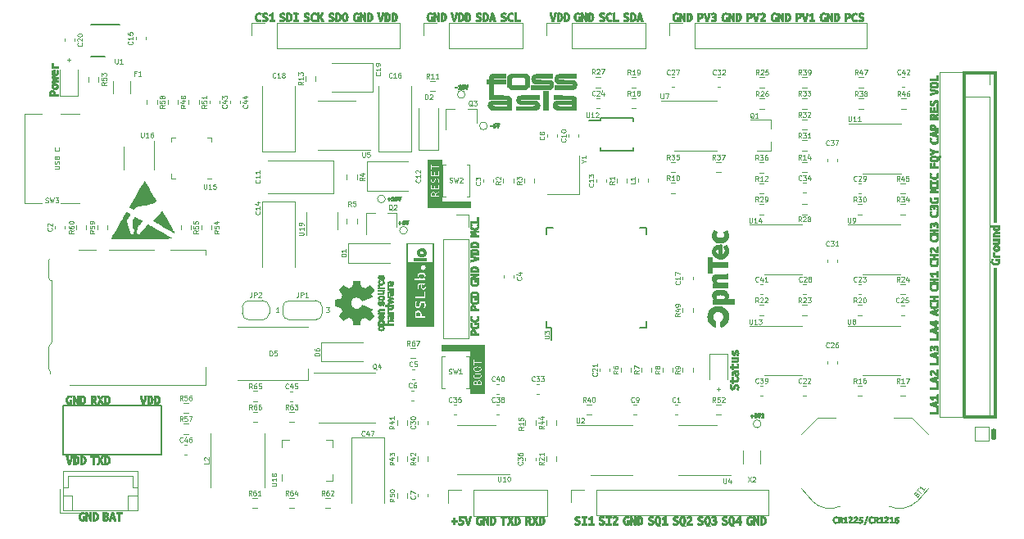
<source format=gbr>
G04 #@! TF.GenerationSoftware,KiCad,Pcbnew,5.1.10-88a1d61d58~90~ubuntu20.04.1*
G04 #@! TF.CreationDate,2021-08-06T09:09:21+02:00*
G04 #@! TF.ProjectId,PSLab,50534c61-622e-46b6-9963-61645f706362,v6.1*
G04 #@! TF.SameCoordinates,Original*
G04 #@! TF.FileFunction,Legend,Top*
G04 #@! TF.FilePolarity,Positive*
%FSLAX46Y46*%
G04 Gerber Fmt 4.6, Leading zero omitted, Abs format (unit mm)*
G04 Created by KiCad (PCBNEW 5.1.10-88a1d61d58~90~ubuntu20.04.1) date 2021-08-06 09:09:21*
%MOMM*%
%LPD*%
G01*
G04 APERTURE LIST*
%ADD10C,0.100000*%
%ADD11C,0.010000*%
%ADD12C,0.120000*%
%ADD13C,0.150000*%
%ADD14C,0.152400*%
G04 APERTURE END LIST*
D10*
X92106190Y-76551428D02*
X92510952Y-76551428D01*
X92558571Y-76527619D01*
X92582380Y-76503809D01*
X92606190Y-76456190D01*
X92606190Y-76360952D01*
X92582380Y-76313333D01*
X92558571Y-76289523D01*
X92510952Y-76265714D01*
X92106190Y-76265714D01*
X92582380Y-76051428D02*
X92606190Y-75980000D01*
X92606190Y-75860952D01*
X92582380Y-75813333D01*
X92558571Y-75789523D01*
X92510952Y-75765714D01*
X92463333Y-75765714D01*
X92415714Y-75789523D01*
X92391904Y-75813333D01*
X92368095Y-75860952D01*
X92344285Y-75956190D01*
X92320476Y-76003809D01*
X92296666Y-76027619D01*
X92249047Y-76051428D01*
X92201428Y-76051428D01*
X92153809Y-76027619D01*
X92130000Y-76003809D01*
X92106190Y-75956190D01*
X92106190Y-75837142D01*
X92130000Y-75765714D01*
X92344285Y-75384761D02*
X92368095Y-75313333D01*
X92391904Y-75289523D01*
X92439523Y-75265714D01*
X92510952Y-75265714D01*
X92558571Y-75289523D01*
X92582380Y-75313333D01*
X92606190Y-75360952D01*
X92606190Y-75551428D01*
X92106190Y-75551428D01*
X92106190Y-75384761D01*
X92130000Y-75337142D01*
X92153809Y-75313333D01*
X92201428Y-75289523D01*
X92249047Y-75289523D01*
X92296666Y-75313333D01*
X92320476Y-75337142D01*
X92344285Y-75384761D01*
X92344285Y-75551428D01*
X92558571Y-74384761D02*
X92582380Y-74408571D01*
X92606190Y-74480000D01*
X92606190Y-74527619D01*
X92582380Y-74599047D01*
X92534761Y-74646666D01*
X92487142Y-74670476D01*
X92391904Y-74694285D01*
X92320476Y-74694285D01*
X92225238Y-74670476D01*
X92177619Y-74646666D01*
X92130000Y-74599047D01*
X92106190Y-74527619D01*
X92106190Y-74480000D01*
X92130000Y-74408571D01*
X92153809Y-74384761D01*
X93410723Y-65288114D02*
X93791676Y-65288114D01*
X93601200Y-65478590D02*
X93601200Y-65097638D01*
X160536023Y-99328214D02*
X160916976Y-99328214D01*
X160726500Y-99518690D02*
X160726500Y-99137738D01*
D11*
G36*
X134332809Y-68021256D02*
G01*
X134344442Y-68028341D01*
X134357838Y-68046823D01*
X134361114Y-68071113D01*
X134355628Y-68095959D01*
X134342742Y-68116109D01*
X134323816Y-68126312D01*
X134318967Y-68126700D01*
X134305125Y-68122078D01*
X134293492Y-68114992D01*
X134280095Y-68096510D01*
X134276820Y-68072220D01*
X134282305Y-68047375D01*
X134295191Y-68027224D01*
X134314117Y-68017022D01*
X134318967Y-68016633D01*
X134332809Y-68021256D01*
G37*
X134332809Y-68021256D02*
X134344442Y-68028341D01*
X134357838Y-68046823D01*
X134361114Y-68071113D01*
X134355628Y-68095959D01*
X134342742Y-68116109D01*
X134323816Y-68126312D01*
X134318967Y-68126700D01*
X134305125Y-68122078D01*
X134293492Y-68114992D01*
X134280095Y-68096510D01*
X134276820Y-68072220D01*
X134282305Y-68047375D01*
X134295191Y-68027224D01*
X134314117Y-68017022D01*
X134318967Y-68016633D01*
X134332809Y-68021256D01*
G36*
X127394517Y-79567293D02*
G01*
X127412836Y-79578004D01*
X127425255Y-79596471D01*
X127427824Y-79621200D01*
X127426513Y-79627994D01*
X127414004Y-79652135D01*
X127394466Y-79664406D01*
X127372497Y-79663766D01*
X127352697Y-79649172D01*
X127349947Y-79645334D01*
X127340641Y-79623507D01*
X127343030Y-79598961D01*
X127343669Y-79596650D01*
X127355983Y-79575122D01*
X127374249Y-79565834D01*
X127394517Y-79567293D01*
G37*
X127394517Y-79567293D02*
X127412836Y-79578004D01*
X127425255Y-79596471D01*
X127427824Y-79621200D01*
X127426513Y-79627994D01*
X127414004Y-79652135D01*
X127394466Y-79664406D01*
X127372497Y-79663766D01*
X127352697Y-79649172D01*
X127349947Y-79645334D01*
X127340641Y-79623507D01*
X127343030Y-79598961D01*
X127343669Y-79596650D01*
X127355983Y-79575122D01*
X127374249Y-79565834D01*
X127394517Y-79567293D01*
G36*
X131276161Y-79038498D02*
G01*
X131298976Y-79048424D01*
X131328523Y-79076666D01*
X131348762Y-79117443D01*
X131358760Y-79168577D01*
X131359681Y-79190517D01*
X131359867Y-79243433D01*
X131088934Y-79243433D01*
X131088934Y-79188128D01*
X131093035Y-79135749D01*
X131106121Y-79095056D01*
X131129363Y-79062711D01*
X131134821Y-79057420D01*
X131161935Y-79042011D01*
X131198581Y-79033498D01*
X131238683Y-79032217D01*
X131276161Y-79038498D01*
G37*
X131276161Y-79038498D02*
X131298976Y-79048424D01*
X131328523Y-79076666D01*
X131348762Y-79117443D01*
X131358760Y-79168577D01*
X131359681Y-79190517D01*
X131359867Y-79243433D01*
X131088934Y-79243433D01*
X131088934Y-79188128D01*
X131093035Y-79135749D01*
X131106121Y-79095056D01*
X131129363Y-79062711D01*
X131134821Y-79057420D01*
X131161935Y-79042011D01*
X131198581Y-79033498D01*
X131238683Y-79032217D01*
X131276161Y-79038498D01*
G36*
X130077798Y-84772950D02*
G01*
X130128009Y-84775942D01*
X130167767Y-84781455D01*
X130223963Y-84798173D01*
X130281446Y-84824045D01*
X130334136Y-84855887D01*
X130375827Y-84890389D01*
X130420694Y-84943876D01*
X130453371Y-85001936D01*
X130474825Y-85067265D01*
X130486022Y-85142559D01*
X130488276Y-85203967D01*
X130481672Y-85295434D01*
X130461834Y-85376356D01*
X130428725Y-85446800D01*
X130382307Y-85506832D01*
X130322543Y-85556520D01*
X130272613Y-85585248D01*
X130209855Y-85609139D01*
X130136615Y-85625411D01*
X130057808Y-85633485D01*
X129978353Y-85632784D01*
X129922628Y-85626377D01*
X129854752Y-85609744D01*
X129789198Y-85583833D01*
X129730538Y-85550871D01*
X129683345Y-85513091D01*
X129677034Y-85506609D01*
X129634847Y-85449586D01*
X129603087Y-85380805D01*
X129582460Y-85302372D01*
X129573675Y-85216393D01*
X129573400Y-85197724D01*
X129573459Y-85196953D01*
X129778465Y-85196953D01*
X129783776Y-85242529D01*
X129803967Y-85283317D01*
X129838027Y-85317474D01*
X129884948Y-85343154D01*
X129898230Y-85347923D01*
X129926089Y-85355818D01*
X129954162Y-85360595D01*
X129987455Y-85362737D01*
X130030976Y-85362725D01*
X130048193Y-85362336D01*
X130092739Y-85360753D01*
X130124983Y-85358179D01*
X130149555Y-85353794D01*
X130171085Y-85346776D01*
X130193805Y-85336498D01*
X130235681Y-85308117D01*
X130265272Y-85271666D01*
X130281870Y-85230054D01*
X130284765Y-85186185D01*
X130273248Y-85142968D01*
X130249805Y-85106836D01*
X130218424Y-85079087D01*
X130178928Y-85059332D01*
X130129066Y-85046890D01*
X130066584Y-85041079D01*
X130030600Y-85040446D01*
X129957152Y-85044058D01*
X129897973Y-85055018D01*
X129851820Y-85073883D01*
X129817450Y-85101208D01*
X129793622Y-85137549D01*
X129789041Y-85148433D01*
X129778465Y-85196953D01*
X129573459Y-85196953D01*
X129580424Y-85107465D01*
X129601238Y-85026593D01*
X129635457Y-84955625D01*
X129682695Y-84895074D01*
X129742568Y-84845458D01*
X129814690Y-84807290D01*
X129882096Y-84785050D01*
X129919400Y-84778551D01*
X129968069Y-84774322D01*
X130022677Y-84772433D01*
X130077798Y-84772950D01*
G37*
X130077798Y-84772950D02*
X130128009Y-84775942D01*
X130167767Y-84781455D01*
X130223963Y-84798173D01*
X130281446Y-84824045D01*
X130334136Y-84855887D01*
X130375827Y-84890389D01*
X130420694Y-84943876D01*
X130453371Y-85001936D01*
X130474825Y-85067265D01*
X130486022Y-85142559D01*
X130488276Y-85203967D01*
X130481672Y-85295434D01*
X130461834Y-85376356D01*
X130428725Y-85446800D01*
X130382307Y-85506832D01*
X130322543Y-85556520D01*
X130272613Y-85585248D01*
X130209855Y-85609139D01*
X130136615Y-85625411D01*
X130057808Y-85633485D01*
X129978353Y-85632784D01*
X129922628Y-85626377D01*
X129854752Y-85609744D01*
X129789198Y-85583833D01*
X129730538Y-85550871D01*
X129683345Y-85513091D01*
X129677034Y-85506609D01*
X129634847Y-85449586D01*
X129603087Y-85380805D01*
X129582460Y-85302372D01*
X129573675Y-85216393D01*
X129573400Y-85197724D01*
X129573459Y-85196953D01*
X129778465Y-85196953D01*
X129783776Y-85242529D01*
X129803967Y-85283317D01*
X129838027Y-85317474D01*
X129884948Y-85343154D01*
X129898230Y-85347923D01*
X129926089Y-85355818D01*
X129954162Y-85360595D01*
X129987455Y-85362737D01*
X130030976Y-85362725D01*
X130048193Y-85362336D01*
X130092739Y-85360753D01*
X130124983Y-85358179D01*
X130149555Y-85353794D01*
X130171085Y-85346776D01*
X130193805Y-85336498D01*
X130235681Y-85308117D01*
X130265272Y-85271666D01*
X130281870Y-85230054D01*
X130284765Y-85186185D01*
X130273248Y-85142968D01*
X130249805Y-85106836D01*
X130218424Y-85079087D01*
X130178928Y-85059332D01*
X130129066Y-85046890D01*
X130066584Y-85041079D01*
X130030600Y-85040446D01*
X129957152Y-85044058D01*
X129897973Y-85055018D01*
X129851820Y-85073883D01*
X129817450Y-85101208D01*
X129793622Y-85137549D01*
X129789041Y-85148433D01*
X129778465Y-85196953D01*
X129573459Y-85196953D01*
X129580424Y-85107465D01*
X129601238Y-85026593D01*
X129635457Y-84955625D01*
X129682695Y-84895074D01*
X129742568Y-84845458D01*
X129814690Y-84807290D01*
X129882096Y-84785050D01*
X129919400Y-84778551D01*
X129968069Y-84774322D01*
X130022677Y-84772433D01*
X130077798Y-84772950D01*
G36*
X130470867Y-86067567D02*
G01*
X129590334Y-86067567D01*
X129590334Y-85805100D01*
X130470867Y-85805100D01*
X130470867Y-86067567D01*
G37*
X130470867Y-86067567D02*
X129590334Y-86067567D01*
X129590334Y-85805100D01*
X130470867Y-85805100D01*
X130470867Y-86067567D01*
G36*
X129488734Y-86067567D02*
G01*
X129251667Y-86067567D01*
X129251667Y-85805100D01*
X129488734Y-85805100D01*
X129488734Y-86067567D01*
G37*
X129488734Y-86067567D02*
X129251667Y-86067567D01*
X129251667Y-85805100D01*
X129488734Y-85805100D01*
X129488734Y-86067567D01*
G36*
X130085611Y-87462434D02*
G01*
X130145400Y-87475136D01*
X130195724Y-87496117D01*
X130234509Y-87524743D01*
X130259679Y-87560377D01*
X130274459Y-87610488D01*
X130273305Y-87657977D01*
X130257195Y-87701044D01*
X130227108Y-87737886D01*
X130184024Y-87766703D01*
X130138472Y-87783398D01*
X130101605Y-87789665D01*
X130054305Y-87793098D01*
X130002598Y-87793708D01*
X129952511Y-87791505D01*
X129910070Y-87786502D01*
X129893521Y-87782932D01*
X129840291Y-87761700D01*
X129799997Y-87730690D01*
X129773441Y-87690932D01*
X129761422Y-87643458D01*
X129761424Y-87612827D01*
X129772070Y-87565907D01*
X129795831Y-87527980D01*
X129833267Y-87498594D01*
X129884939Y-87477300D01*
X129945934Y-87464408D01*
X130018431Y-87458647D01*
X130085611Y-87462434D01*
G37*
X130085611Y-87462434D02*
X130145400Y-87475136D01*
X130195724Y-87496117D01*
X130234509Y-87524743D01*
X130259679Y-87560377D01*
X130274459Y-87610488D01*
X130273305Y-87657977D01*
X130257195Y-87701044D01*
X130227108Y-87737886D01*
X130184024Y-87766703D01*
X130138472Y-87783398D01*
X130101605Y-87789665D01*
X130054305Y-87793098D01*
X130002598Y-87793708D01*
X129952511Y-87791505D01*
X129910070Y-87786502D01*
X129893521Y-87782932D01*
X129840291Y-87761700D01*
X129799997Y-87730690D01*
X129773441Y-87690932D01*
X129761422Y-87643458D01*
X129761424Y-87612827D01*
X129772070Y-87565907D01*
X129795831Y-87527980D01*
X129833267Y-87498594D01*
X129884939Y-87477300D01*
X129945934Y-87464408D01*
X130018431Y-87458647D01*
X130085611Y-87462434D01*
G36*
X130108261Y-88524777D02*
G01*
X130169460Y-88536272D01*
X130219214Y-88559880D01*
X130257163Y-88595369D01*
X130279963Y-88634927D01*
X130291706Y-88680264D01*
X130289898Y-88723405D01*
X130276045Y-88761610D01*
X130251651Y-88792137D01*
X130218221Y-88812247D01*
X130178767Y-88819207D01*
X130153768Y-88815273D01*
X130126632Y-88805673D01*
X130124022Y-88804404D01*
X130100086Y-88789307D01*
X130082599Y-88769925D01*
X130070531Y-88743496D01*
X130062850Y-88707261D01*
X130058528Y-88658458D01*
X130057212Y-88625385D01*
X130054191Y-88520437D01*
X130108261Y-88524777D01*
G37*
X130108261Y-88524777D02*
X130169460Y-88536272D01*
X130219214Y-88559880D01*
X130257163Y-88595369D01*
X130279963Y-88634927D01*
X130291706Y-88680264D01*
X130289898Y-88723405D01*
X130276045Y-88761610D01*
X130251651Y-88792137D01*
X130218221Y-88812247D01*
X130178767Y-88819207D01*
X130153768Y-88815273D01*
X130126632Y-88805673D01*
X130124022Y-88804404D01*
X130100086Y-88789307D01*
X130082599Y-88769925D01*
X130070531Y-88743496D01*
X130062850Y-88707261D01*
X130058528Y-88658458D01*
X130057212Y-88625385D01*
X130054191Y-88520437D01*
X130108261Y-88524777D01*
G36*
X129735004Y-91407132D02*
G01*
X129771502Y-91422006D01*
X129776600Y-91425401D01*
X129793328Y-91442296D01*
X129810715Y-91467024D01*
X129816817Y-91477940D01*
X129825237Y-91496516D01*
X129830776Y-91515660D01*
X129834009Y-91539517D01*
X129835514Y-91572235D01*
X129835867Y-91615027D01*
X129835867Y-91714834D01*
X129505667Y-91714834D01*
X129505667Y-91615027D01*
X129506067Y-91570130D01*
X129507652Y-91538009D01*
X129510998Y-91514519D01*
X129516681Y-91495515D01*
X129524717Y-91477940D01*
X129540597Y-91452242D01*
X129558327Y-91431105D01*
X129564934Y-91425426D01*
X129599446Y-91409186D01*
X129643168Y-91400723D01*
X129690290Y-91400038D01*
X129735004Y-91407132D01*
G37*
X129735004Y-91407132D02*
X129771502Y-91422006D01*
X129776600Y-91425401D01*
X129793328Y-91442296D01*
X129810715Y-91467024D01*
X129816817Y-91477940D01*
X129825237Y-91496516D01*
X129830776Y-91515660D01*
X129834009Y-91539517D01*
X129835514Y-91572235D01*
X129835867Y-91615027D01*
X129835867Y-91714834D01*
X129505667Y-91714834D01*
X129505667Y-91615027D01*
X129506067Y-91570130D01*
X129507652Y-91538009D01*
X129510998Y-91514519D01*
X129516681Y-91495515D01*
X129524717Y-91477940D01*
X129540597Y-91452242D01*
X129558327Y-91431105D01*
X129564934Y-91425426D01*
X129599446Y-91409186D01*
X129643168Y-91400723D01*
X129690290Y-91400038D01*
X129735004Y-91407132D01*
G36*
X135901339Y-97080730D02*
G01*
X135968150Y-97092010D01*
X136020785Y-97109403D01*
X136058601Y-97132769D01*
X136076596Y-97153706D01*
X136089344Y-97188274D01*
X136091862Y-97228275D01*
X136084063Y-97265901D01*
X136077983Y-97278624D01*
X136053016Y-97305219D01*
X136013386Y-97326949D01*
X135960739Y-97343515D01*
X135896717Y-97354622D01*
X135822964Y-97359972D01*
X135741124Y-97359268D01*
X135663914Y-97353426D01*
X135628392Y-97348695D01*
X135595055Y-97342600D01*
X135572683Y-97336914D01*
X135530601Y-97315885D01*
X135499932Y-97286028D01*
X135481672Y-97250211D01*
X135476821Y-97211298D01*
X135486377Y-97172154D01*
X135504988Y-97142693D01*
X135532127Y-97119059D01*
X135569869Y-97101040D01*
X135619857Y-97088154D01*
X135683731Y-97079915D01*
X135727761Y-97077077D01*
X135820995Y-97075706D01*
X135901339Y-97080730D01*
G37*
X135901339Y-97080730D02*
X135968150Y-97092010D01*
X136020785Y-97109403D01*
X136058601Y-97132769D01*
X136076596Y-97153706D01*
X136089344Y-97188274D01*
X136091862Y-97228275D01*
X136084063Y-97265901D01*
X136077983Y-97278624D01*
X136053016Y-97305219D01*
X136013386Y-97326949D01*
X135960739Y-97343515D01*
X135896717Y-97354622D01*
X135822964Y-97359972D01*
X135741124Y-97359268D01*
X135663914Y-97353426D01*
X135628392Y-97348695D01*
X135595055Y-97342600D01*
X135572683Y-97336914D01*
X135530601Y-97315885D01*
X135499932Y-97286028D01*
X135481672Y-97250211D01*
X135476821Y-97211298D01*
X135486377Y-97172154D01*
X135504988Y-97142693D01*
X135532127Y-97119059D01*
X135569869Y-97101040D01*
X135619857Y-97088154D01*
X135683731Y-97079915D01*
X135727761Y-97077077D01*
X135820995Y-97075706D01*
X135901339Y-97080730D01*
G36*
X135835949Y-97781232D02*
G01*
X135886537Y-97784971D01*
X135946073Y-97792597D01*
X135991853Y-97803087D01*
X136026963Y-97817554D01*
X136054492Y-97837110D01*
X136067226Y-97850104D01*
X136087125Y-97884528D01*
X136093368Y-97923423D01*
X136086786Y-97962491D01*
X136068207Y-97997431D01*
X136038460Y-98023945D01*
X136033111Y-98026917D01*
X135997912Y-98039955D01*
X135949631Y-98050533D01*
X135891978Y-98058390D01*
X135828662Y-98063265D01*
X135763390Y-98064897D01*
X135699873Y-98063024D01*
X135641818Y-98057386D01*
X135628788Y-98055390D01*
X135571461Y-98040186D01*
X135526687Y-98016109D01*
X135495543Y-97983883D01*
X135482540Y-97957203D01*
X135477100Y-97915023D01*
X135487344Y-97873618D01*
X135505373Y-97844970D01*
X135532581Y-97823780D01*
X135574053Y-97806327D01*
X135627457Y-97792979D01*
X135690462Y-97784103D01*
X135760736Y-97780065D01*
X135835949Y-97781232D01*
G37*
X135835949Y-97781232D02*
X135886537Y-97784971D01*
X135946073Y-97792597D01*
X135991853Y-97803087D01*
X136026963Y-97817554D01*
X136054492Y-97837110D01*
X136067226Y-97850104D01*
X136087125Y-97884528D01*
X136093368Y-97923423D01*
X136086786Y-97962491D01*
X136068207Y-97997431D01*
X136038460Y-98023945D01*
X136033111Y-98026917D01*
X135997912Y-98039955D01*
X135949631Y-98050533D01*
X135891978Y-98058390D01*
X135828662Y-98063265D01*
X135763390Y-98064897D01*
X135699873Y-98063024D01*
X135641818Y-98057386D01*
X135628788Y-98055390D01*
X135571461Y-98040186D01*
X135526687Y-98016109D01*
X135495543Y-97983883D01*
X135482540Y-97957203D01*
X135477100Y-97915023D01*
X135487344Y-97873618D01*
X135505373Y-97844970D01*
X135532581Y-97823780D01*
X135574053Y-97806327D01*
X135627457Y-97792979D01*
X135690462Y-97784103D01*
X135760736Y-97780065D01*
X135835949Y-97781232D01*
G36*
X136004070Y-98493190D02*
G01*
X136037828Y-98508880D01*
X136061839Y-98536397D01*
X136076867Y-98576775D01*
X136083675Y-98631051D01*
X136084267Y-98657163D01*
X136084267Y-98733700D01*
X135838734Y-98733700D01*
X135838734Y-98659294D01*
X135839669Y-98618278D01*
X135843109Y-98588519D01*
X135850007Y-98564412D01*
X135857784Y-98547140D01*
X135878469Y-98515701D01*
X135904263Y-98497174D01*
X135939366Y-98489135D01*
X135959804Y-98488292D01*
X136004070Y-98493190D01*
G37*
X136004070Y-98493190D02*
X136037828Y-98508880D01*
X136061839Y-98536397D01*
X136076867Y-98576775D01*
X136083675Y-98631051D01*
X136084267Y-98657163D01*
X136084267Y-98733700D01*
X135838734Y-98733700D01*
X135838734Y-98659294D01*
X135839669Y-98618278D01*
X135843109Y-98588519D01*
X135850007Y-98564412D01*
X135857784Y-98547140D01*
X135878469Y-98515701D01*
X135904263Y-98497174D01*
X135939366Y-98489135D01*
X135959804Y-98488292D01*
X136004070Y-98493190D01*
G36*
X135626360Y-98532644D02*
G01*
X135658218Y-98549535D01*
X135680879Y-98578953D01*
X135695183Y-98621934D01*
X135701544Y-98672150D01*
X135705494Y-98733700D01*
X135493755Y-98733700D01*
X135489725Y-98691768D01*
X135488723Y-98636289D01*
X135496817Y-98590397D01*
X135513515Y-98556437D01*
X135519699Y-98549353D01*
X135537656Y-98535135D01*
X135558627Y-98528613D01*
X135584471Y-98527244D01*
X135626360Y-98532644D01*
G37*
X135626360Y-98532644D02*
X135658218Y-98549535D01*
X135680879Y-98578953D01*
X135695183Y-98621934D01*
X135701544Y-98672150D01*
X135705494Y-98733700D01*
X135493755Y-98733700D01*
X135489725Y-98691768D01*
X135488723Y-98636289D01*
X135496817Y-98590397D01*
X135513515Y-98556437D01*
X135519699Y-98549353D01*
X135537656Y-98535135D01*
X135558627Y-98528613D01*
X135584471Y-98527244D01*
X135626360Y-98532644D01*
G36*
X152672087Y-60417800D02*
G01*
X152692522Y-60481300D01*
X152706215Y-60525228D01*
X152723332Y-60582287D01*
X152742974Y-60649291D01*
X152764242Y-60723056D01*
X152786238Y-60800395D01*
X152808061Y-60878123D01*
X152828814Y-60953054D01*
X152847597Y-61022004D01*
X152863512Y-61081786D01*
X152875659Y-61129215D01*
X152877685Y-61137467D01*
X152888688Y-61182549D01*
X152898541Y-61222589D01*
X152906436Y-61254331D01*
X152911567Y-61274516D01*
X152912850Y-61279284D01*
X152913317Y-61285647D01*
X152908543Y-61289883D01*
X152895842Y-61292416D01*
X152872527Y-61293673D01*
X152835913Y-61294080D01*
X152819365Y-61294100D01*
X152777421Y-61293946D01*
X152749399Y-61293108D01*
X152732286Y-61291027D01*
X152723071Y-61287141D01*
X152718742Y-61280891D01*
X152717065Y-61275050D01*
X152713429Y-61258382D01*
X152707577Y-61230098D01*
X152700535Y-61195201D01*
X152697476Y-61179800D01*
X152682411Y-61103600D01*
X152567878Y-61101254D01*
X152453345Y-61098909D01*
X152442801Y-61156288D01*
X152435818Y-61193260D01*
X152428513Y-61230357D01*
X152423660Y-61253884D01*
X152415064Y-61294100D01*
X152322632Y-61294100D01*
X152277821Y-61293441D01*
X152248494Y-61291361D01*
X152233247Y-61287709D01*
X152230200Y-61284065D01*
X152232687Y-61266472D01*
X152239965Y-61233687D01*
X152251762Y-61186676D01*
X152267806Y-61126405D01*
X152287824Y-61053842D01*
X152311544Y-60969951D01*
X152323833Y-60927290D01*
X152492667Y-60927290D01*
X152493442Y-60936553D01*
X152497922Y-60942330D01*
X152509337Y-60945444D01*
X152530917Y-60946715D01*
X152565894Y-60946966D01*
X152570018Y-60946967D01*
X152647368Y-60946967D01*
X152642027Y-60906750D01*
X152637450Y-60879601D01*
X152630108Y-60844278D01*
X152620794Y-60803816D01*
X152610304Y-60761244D01*
X152599432Y-60719597D01*
X152588974Y-60681907D01*
X152579724Y-60651204D01*
X152572476Y-60630523D01*
X152568027Y-60622895D01*
X152567663Y-60623050D01*
X152563376Y-60633353D01*
X152556223Y-60656905D01*
X152547011Y-60690429D01*
X152536549Y-60730643D01*
X152525645Y-60774268D01*
X152515109Y-60818026D01*
X152505748Y-60858635D01*
X152498371Y-60892818D01*
X152493787Y-60917293D01*
X152492667Y-60927290D01*
X152323833Y-60927290D01*
X152338694Y-60875701D01*
X152369002Y-60772056D01*
X152402194Y-60659983D01*
X152438000Y-60540449D01*
X152464271Y-60453518D01*
X152476547Y-60413036D01*
X152672087Y-60417800D01*
G37*
X152672087Y-60417800D02*
X152692522Y-60481300D01*
X152706215Y-60525228D01*
X152723332Y-60582287D01*
X152742974Y-60649291D01*
X152764242Y-60723056D01*
X152786238Y-60800395D01*
X152808061Y-60878123D01*
X152828814Y-60953054D01*
X152847597Y-61022004D01*
X152863512Y-61081786D01*
X152875659Y-61129215D01*
X152877685Y-61137467D01*
X152888688Y-61182549D01*
X152898541Y-61222589D01*
X152906436Y-61254331D01*
X152911567Y-61274516D01*
X152912850Y-61279284D01*
X152913317Y-61285647D01*
X152908543Y-61289883D01*
X152895842Y-61292416D01*
X152872527Y-61293673D01*
X152835913Y-61294080D01*
X152819365Y-61294100D01*
X152777421Y-61293946D01*
X152749399Y-61293108D01*
X152732286Y-61291027D01*
X152723071Y-61287141D01*
X152718742Y-61280891D01*
X152717065Y-61275050D01*
X152713429Y-61258382D01*
X152707577Y-61230098D01*
X152700535Y-61195201D01*
X152697476Y-61179800D01*
X152682411Y-61103600D01*
X152567878Y-61101254D01*
X152453345Y-61098909D01*
X152442801Y-61156288D01*
X152435818Y-61193260D01*
X152428513Y-61230357D01*
X152423660Y-61253884D01*
X152415064Y-61294100D01*
X152322632Y-61294100D01*
X152277821Y-61293441D01*
X152248494Y-61291361D01*
X152233247Y-61287709D01*
X152230200Y-61284065D01*
X152232687Y-61266472D01*
X152239965Y-61233687D01*
X152251762Y-61186676D01*
X152267806Y-61126405D01*
X152287824Y-61053842D01*
X152311544Y-60969951D01*
X152323833Y-60927290D01*
X152492667Y-60927290D01*
X152493442Y-60936553D01*
X152497922Y-60942330D01*
X152509337Y-60945444D01*
X152530917Y-60946715D01*
X152565894Y-60946966D01*
X152570018Y-60946967D01*
X152647368Y-60946967D01*
X152642027Y-60906750D01*
X152637450Y-60879601D01*
X152630108Y-60844278D01*
X152620794Y-60803816D01*
X152610304Y-60761244D01*
X152599432Y-60719597D01*
X152588974Y-60681907D01*
X152579724Y-60651204D01*
X152572476Y-60630523D01*
X152568027Y-60622895D01*
X152567663Y-60623050D01*
X152563376Y-60633353D01*
X152556223Y-60656905D01*
X152547011Y-60690429D01*
X152536549Y-60730643D01*
X152525645Y-60774268D01*
X152515109Y-60818026D01*
X152505748Y-60858635D01*
X152498371Y-60892818D01*
X152493787Y-60917293D01*
X152492667Y-60927290D01*
X152323833Y-60927290D01*
X152338694Y-60875701D01*
X152369002Y-60772056D01*
X152402194Y-60659983D01*
X152438000Y-60540449D01*
X152464271Y-60453518D01*
X152476547Y-60413036D01*
X152672087Y-60417800D01*
G36*
X150011933Y-61150167D02*
G01*
X150384467Y-61150167D01*
X150384467Y-61294100D01*
X149825514Y-61294100D01*
X149829900Y-60417800D01*
X149920917Y-60415397D01*
X150011933Y-60412994D01*
X150011933Y-61150167D01*
G37*
X150011933Y-61150167D02*
X150384467Y-61150167D01*
X150384467Y-61294100D01*
X149825514Y-61294100D01*
X149829900Y-60417800D01*
X149920917Y-60415397D01*
X150011933Y-60412994D01*
X150011933Y-61150167D01*
G36*
X147086700Y-60417800D02*
G01*
X147091086Y-61294738D01*
X147014446Y-61292302D01*
X146937805Y-61289867D01*
X146891411Y-61184034D01*
X146873114Y-61143458D01*
X146849144Y-61092020D01*
X146821514Y-61033946D01*
X146792239Y-60973460D01*
X146763331Y-60914789D01*
X146758425Y-60904954D01*
X146671833Y-60731707D01*
X146669603Y-61012904D01*
X146667372Y-61294100D01*
X146506733Y-61294100D01*
X146506733Y-60413567D01*
X146649328Y-60413567D01*
X146692760Y-60487650D01*
X146709330Y-60517047D01*
X146731653Y-60558300D01*
X146757980Y-60608085D01*
X146786560Y-60663080D01*
X146815645Y-60719960D01*
X146828896Y-60746212D01*
X146921600Y-60930690D01*
X146921600Y-60412954D01*
X147086700Y-60417800D01*
G37*
X147086700Y-60417800D02*
X147091086Y-61294738D01*
X147014446Y-61292302D01*
X146937805Y-61289867D01*
X146891411Y-61184034D01*
X146873114Y-61143458D01*
X146849144Y-61092020D01*
X146821514Y-61033946D01*
X146792239Y-60973460D01*
X146763331Y-60914789D01*
X146758425Y-60904954D01*
X146671833Y-60731707D01*
X146669603Y-61012904D01*
X146667372Y-61294100D01*
X146506733Y-61294100D01*
X146506733Y-60413567D01*
X146649328Y-60413567D01*
X146692760Y-60487650D01*
X146709330Y-60517047D01*
X146731653Y-60558300D01*
X146757980Y-60608085D01*
X146786560Y-60663080D01*
X146815645Y-60719960D01*
X146828896Y-60746212D01*
X146921600Y-60930690D01*
X146921600Y-60412954D01*
X147086700Y-60417800D01*
G36*
X143454194Y-60462250D02*
G01*
X143459412Y-60498405D01*
X143467427Y-60544873D01*
X143477728Y-60599377D01*
X143489805Y-60659638D01*
X143503148Y-60723380D01*
X143517247Y-60788325D01*
X143531592Y-60852195D01*
X143545673Y-60912712D01*
X143558980Y-60967600D01*
X143571002Y-61014580D01*
X143581231Y-61051375D01*
X143589155Y-61075708D01*
X143593601Y-61084791D01*
X143598330Y-61080223D01*
X143605805Y-61060920D01*
X143615577Y-61028776D01*
X143627198Y-60985685D01*
X143640221Y-60933541D01*
X143654197Y-60874238D01*
X143668679Y-60809670D01*
X143683218Y-60741733D01*
X143697367Y-60672318D01*
X143710679Y-60603322D01*
X143721284Y-60544800D01*
X143728551Y-60504063D01*
X143735152Y-60468500D01*
X143740354Y-60441963D01*
X143743403Y-60428384D01*
X143747231Y-60421827D01*
X143756125Y-60417521D01*
X143773079Y-60415011D01*
X143801086Y-60413844D01*
X143841246Y-60413567D01*
X143934751Y-60413567D01*
X143929115Y-60445317D01*
X143919356Y-60493986D01*
X143905208Y-60555841D01*
X143887479Y-60627953D01*
X143866977Y-60707393D01*
X143844508Y-60791229D01*
X143820882Y-60876533D01*
X143796905Y-60960374D01*
X143773385Y-61039823D01*
X143751129Y-61111951D01*
X143730946Y-61173826D01*
X143718496Y-61209434D01*
X143689250Y-61289867D01*
X143595825Y-61292255D01*
X143557858Y-61292652D01*
X143526573Y-61291899D01*
X143505571Y-61290152D01*
X143498504Y-61288021D01*
X143493610Y-61275943D01*
X143484673Y-61250272D01*
X143472524Y-61213633D01*
X143457995Y-61168649D01*
X143441917Y-61117945D01*
X143425123Y-61064145D01*
X143408445Y-61009873D01*
X143392713Y-60957752D01*
X143378760Y-60910407D01*
X143378314Y-60908867D01*
X143364002Y-60858215D01*
X143348110Y-60799875D01*
X143331434Y-60736975D01*
X143314768Y-60672644D01*
X143298909Y-60610012D01*
X143284651Y-60552207D01*
X143272790Y-60502357D01*
X143264121Y-60463592D01*
X143260483Y-60445317D01*
X143254766Y-60413567D01*
X143448316Y-60413567D01*
X143454194Y-60462250D01*
G37*
X143454194Y-60462250D02*
X143459412Y-60498405D01*
X143467427Y-60544873D01*
X143477728Y-60599377D01*
X143489805Y-60659638D01*
X143503148Y-60723380D01*
X143517247Y-60788325D01*
X143531592Y-60852195D01*
X143545673Y-60912712D01*
X143558980Y-60967600D01*
X143571002Y-61014580D01*
X143581231Y-61051375D01*
X143589155Y-61075708D01*
X143593601Y-61084791D01*
X143598330Y-61080223D01*
X143605805Y-61060920D01*
X143615577Y-61028776D01*
X143627198Y-60985685D01*
X143640221Y-60933541D01*
X143654197Y-60874238D01*
X143668679Y-60809670D01*
X143683218Y-60741733D01*
X143697367Y-60672318D01*
X143710679Y-60603322D01*
X143721284Y-60544800D01*
X143728551Y-60504063D01*
X143735152Y-60468500D01*
X143740354Y-60441963D01*
X143743403Y-60428384D01*
X143747231Y-60421827D01*
X143756125Y-60417521D01*
X143773079Y-60415011D01*
X143801086Y-60413844D01*
X143841246Y-60413567D01*
X143934751Y-60413567D01*
X143929115Y-60445317D01*
X143919356Y-60493986D01*
X143905208Y-60555841D01*
X143887479Y-60627953D01*
X143866977Y-60707393D01*
X143844508Y-60791229D01*
X143820882Y-60876533D01*
X143796905Y-60960374D01*
X143773385Y-61039823D01*
X143751129Y-61111951D01*
X143730946Y-61173826D01*
X143718496Y-61209434D01*
X143689250Y-61289867D01*
X143595825Y-61292255D01*
X143557858Y-61292652D01*
X143526573Y-61291899D01*
X143505571Y-61290152D01*
X143498504Y-61288021D01*
X143493610Y-61275943D01*
X143484673Y-61250272D01*
X143472524Y-61213633D01*
X143457995Y-61168649D01*
X143441917Y-61117945D01*
X143425123Y-61064145D01*
X143408445Y-61009873D01*
X143392713Y-60957752D01*
X143378760Y-60910407D01*
X143378314Y-60908867D01*
X143364002Y-60858215D01*
X143348110Y-60799875D01*
X143331434Y-60736975D01*
X143314768Y-60672644D01*
X143298909Y-60610012D01*
X143284651Y-60552207D01*
X143272790Y-60502357D01*
X143264121Y-60463592D01*
X143260483Y-60445317D01*
X143254766Y-60413567D01*
X143448316Y-60413567D01*
X143454194Y-60462250D01*
G36*
X139835000Y-61150167D02*
G01*
X140207534Y-61150167D01*
X140207534Y-61294100D01*
X139648734Y-61294100D01*
X139648734Y-60413567D01*
X139835000Y-60413567D01*
X139835000Y-61150167D01*
G37*
X139835000Y-61150167D02*
X140207534Y-61150167D01*
X140207534Y-61294100D01*
X139648734Y-61294100D01*
X139648734Y-60413567D01*
X139835000Y-60413567D01*
X139835000Y-61150167D01*
G36*
X137334928Y-60415415D02*
G01*
X137434122Y-60417800D01*
X137462336Y-60506700D01*
X137477642Y-60556089D01*
X137495093Y-60614376D01*
X137514150Y-60679589D01*
X137534276Y-60749757D01*
X137554932Y-60822910D01*
X137575579Y-60897076D01*
X137595680Y-60970284D01*
X137614697Y-61040562D01*
X137632090Y-61105940D01*
X137647321Y-61164447D01*
X137659853Y-61214110D01*
X137669147Y-61252960D01*
X137674664Y-61279025D01*
X137676000Y-61289093D01*
X137668093Y-61291071D01*
X137646608Y-61292680D01*
X137614900Y-61293747D01*
X137579335Y-61294100D01*
X137482670Y-61294100D01*
X137474074Y-61253884D01*
X137467829Y-61223412D01*
X137460442Y-61185596D01*
X137454933Y-61156288D01*
X137444389Y-61098909D01*
X137329856Y-61101254D01*
X137215322Y-61103600D01*
X137200258Y-61179800D01*
X137193024Y-61215981D01*
X137186548Y-61247647D01*
X137181857Y-61269796D01*
X137180669Y-61275050D01*
X137177847Y-61283388D01*
X137172056Y-61288853D01*
X137160200Y-61292052D01*
X137139184Y-61293589D01*
X137105913Y-61294068D01*
X137083172Y-61294100D01*
X137045783Y-61293603D01*
X137015576Y-61292255D01*
X136995972Y-61290272D01*
X136990200Y-61288246D01*
X136992485Y-61274739D01*
X136998966Y-61247021D01*
X137009081Y-61207134D01*
X137022267Y-61157117D01*
X137037964Y-61099013D01*
X137055610Y-61034862D01*
X137074642Y-60966704D01*
X137083227Y-60936384D01*
X137252744Y-60936384D01*
X137257946Y-60941687D01*
X137274932Y-60945037D01*
X137305629Y-60946687D01*
X137333671Y-60946967D01*
X137371167Y-60946687D01*
X137394639Y-60945475D01*
X137406992Y-60942770D01*
X137411132Y-60938010D01*
X137410428Y-60932150D01*
X137406822Y-60917138D01*
X137401070Y-60890624D01*
X137394275Y-60857727D01*
X137392642Y-60849600D01*
X137384238Y-60810688D01*
X137373076Y-60763218D01*
X137361002Y-60714927D01*
X137355352Y-60693452D01*
X137331602Y-60605037D01*
X137312715Y-60675036D01*
X137302896Y-60712692D01*
X137292192Y-60755819D01*
X137281392Y-60800977D01*
X137271286Y-60844725D01*
X137262663Y-60883623D01*
X137256313Y-60914230D01*
X137253026Y-60933106D01*
X137252744Y-60936384D01*
X137083227Y-60936384D01*
X137094498Y-60896581D01*
X137114618Y-60826534D01*
X137134439Y-60758603D01*
X137153399Y-60694828D01*
X137155288Y-60688555D01*
X137174589Y-60624386D01*
X137192228Y-60565501D01*
X137207632Y-60513832D01*
X137220228Y-60471309D01*
X137229443Y-60439865D01*
X137234705Y-60421429D01*
X137235734Y-60417330D01*
X137243644Y-60415842D01*
X137265169Y-60414988D01*
X137297001Y-60414831D01*
X137334928Y-60415415D01*
G37*
X137334928Y-60415415D02*
X137434122Y-60417800D01*
X137462336Y-60506700D01*
X137477642Y-60556089D01*
X137495093Y-60614376D01*
X137514150Y-60679589D01*
X137534276Y-60749757D01*
X137554932Y-60822910D01*
X137575579Y-60897076D01*
X137595680Y-60970284D01*
X137614697Y-61040562D01*
X137632090Y-61105940D01*
X137647321Y-61164447D01*
X137659853Y-61214110D01*
X137669147Y-61252960D01*
X137674664Y-61279025D01*
X137676000Y-61289093D01*
X137668093Y-61291071D01*
X137646608Y-61292680D01*
X137614900Y-61293747D01*
X137579335Y-61294100D01*
X137482670Y-61294100D01*
X137474074Y-61253884D01*
X137467829Y-61223412D01*
X137460442Y-61185596D01*
X137454933Y-61156288D01*
X137444389Y-61098909D01*
X137329856Y-61101254D01*
X137215322Y-61103600D01*
X137200258Y-61179800D01*
X137193024Y-61215981D01*
X137186548Y-61247647D01*
X137181857Y-61269796D01*
X137180669Y-61275050D01*
X137177847Y-61283388D01*
X137172056Y-61288853D01*
X137160200Y-61292052D01*
X137139184Y-61293589D01*
X137105913Y-61294068D01*
X137083172Y-61294100D01*
X137045783Y-61293603D01*
X137015576Y-61292255D01*
X136995972Y-61290272D01*
X136990200Y-61288246D01*
X136992485Y-61274739D01*
X136998966Y-61247021D01*
X137009081Y-61207134D01*
X137022267Y-61157117D01*
X137037964Y-61099013D01*
X137055610Y-61034862D01*
X137074642Y-60966704D01*
X137083227Y-60936384D01*
X137252744Y-60936384D01*
X137257946Y-60941687D01*
X137274932Y-60945037D01*
X137305629Y-60946687D01*
X137333671Y-60946967D01*
X137371167Y-60946687D01*
X137394639Y-60945475D01*
X137406992Y-60942770D01*
X137411132Y-60938010D01*
X137410428Y-60932150D01*
X137406822Y-60917138D01*
X137401070Y-60890624D01*
X137394275Y-60857727D01*
X137392642Y-60849600D01*
X137384238Y-60810688D01*
X137373076Y-60763218D01*
X137361002Y-60714927D01*
X137355352Y-60693452D01*
X137331602Y-60605037D01*
X137312715Y-60675036D01*
X137302896Y-60712692D01*
X137292192Y-60755819D01*
X137281392Y-60800977D01*
X137271286Y-60844725D01*
X137262663Y-60883623D01*
X137256313Y-60914230D01*
X137253026Y-60933106D01*
X137252744Y-60936384D01*
X137083227Y-60936384D01*
X137094498Y-60896581D01*
X137114618Y-60826534D01*
X137134439Y-60758603D01*
X137153399Y-60694828D01*
X137155288Y-60688555D01*
X137174589Y-60624386D01*
X137192228Y-60565501D01*
X137207632Y-60513832D01*
X137220228Y-60471309D01*
X137229443Y-60439865D01*
X137234705Y-60421429D01*
X137235734Y-60417330D01*
X137243644Y-60415842D01*
X137265169Y-60414988D01*
X137297001Y-60414831D01*
X137334928Y-60415415D01*
G36*
X133243453Y-60462250D02*
G01*
X133248498Y-60496721D01*
X133256361Y-60541776D01*
X133266531Y-60595139D01*
X133278500Y-60654534D01*
X133291758Y-60717685D01*
X133305794Y-60782316D01*
X133320100Y-60846152D01*
X133334166Y-60906915D01*
X133347481Y-60962331D01*
X133359537Y-61010123D01*
X133369824Y-61048015D01*
X133377831Y-61073731D01*
X133382863Y-61084810D01*
X133387842Y-61080519D01*
X133395525Y-61061165D01*
X133405530Y-61028333D01*
X133417475Y-60983610D01*
X133430978Y-60928580D01*
X133445658Y-60864831D01*
X133461132Y-60793949D01*
X133477020Y-60717519D01*
X133492938Y-60637127D01*
X133501648Y-60591367D01*
X133510665Y-60543469D01*
X133518856Y-60500282D01*
X133525602Y-60465042D01*
X133530286Y-60440986D01*
X133531987Y-60432617D01*
X133534613Y-60424308D01*
X133540222Y-60418850D01*
X133551884Y-60415645D01*
X133572668Y-60414095D01*
X133605644Y-60413603D01*
X133629839Y-60413567D01*
X133723555Y-60413567D01*
X133717657Y-60449550D01*
X133709478Y-60491980D01*
X133696853Y-60547852D01*
X133680528Y-60614491D01*
X133661249Y-60689222D01*
X133639760Y-60769369D01*
X133616809Y-60852256D01*
X133593140Y-60935209D01*
X133569500Y-61015552D01*
X133546635Y-61090610D01*
X133525289Y-61157706D01*
X133506209Y-61214166D01*
X133498766Y-61234834D01*
X133478446Y-61289867D01*
X133385024Y-61292255D01*
X133347057Y-61292652D01*
X133315772Y-61291899D01*
X133294771Y-61290152D01*
X133287704Y-61288021D01*
X133279743Y-61270050D01*
X133268146Y-61237715D01*
X133253489Y-61193055D01*
X133236347Y-61138107D01*
X133217295Y-61074911D01*
X133196910Y-61005502D01*
X133175766Y-60931920D01*
X133154440Y-60856203D01*
X133133507Y-60780388D01*
X133113541Y-60706513D01*
X133095120Y-60636617D01*
X133078818Y-60572737D01*
X133065211Y-60516911D01*
X133054874Y-60471178D01*
X133049720Y-60445317D01*
X133043966Y-60413567D01*
X133237516Y-60413567D01*
X133243453Y-60462250D01*
G37*
X133243453Y-60462250D02*
X133248498Y-60496721D01*
X133256361Y-60541776D01*
X133266531Y-60595139D01*
X133278500Y-60654534D01*
X133291758Y-60717685D01*
X133305794Y-60782316D01*
X133320100Y-60846152D01*
X133334166Y-60906915D01*
X133347481Y-60962331D01*
X133359537Y-61010123D01*
X133369824Y-61048015D01*
X133377831Y-61073731D01*
X133382863Y-61084810D01*
X133387842Y-61080519D01*
X133395525Y-61061165D01*
X133405530Y-61028333D01*
X133417475Y-60983610D01*
X133430978Y-60928580D01*
X133445658Y-60864831D01*
X133461132Y-60793949D01*
X133477020Y-60717519D01*
X133492938Y-60637127D01*
X133501648Y-60591367D01*
X133510665Y-60543469D01*
X133518856Y-60500282D01*
X133525602Y-60465042D01*
X133530286Y-60440986D01*
X133531987Y-60432617D01*
X133534613Y-60424308D01*
X133540222Y-60418850D01*
X133551884Y-60415645D01*
X133572668Y-60414095D01*
X133605644Y-60413603D01*
X133629839Y-60413567D01*
X133723555Y-60413567D01*
X133717657Y-60449550D01*
X133709478Y-60491980D01*
X133696853Y-60547852D01*
X133680528Y-60614491D01*
X133661249Y-60689222D01*
X133639760Y-60769369D01*
X133616809Y-60852256D01*
X133593140Y-60935209D01*
X133569500Y-61015552D01*
X133546635Y-61090610D01*
X133525289Y-61157706D01*
X133506209Y-61214166D01*
X133498766Y-61234834D01*
X133478446Y-61289867D01*
X133385024Y-61292255D01*
X133347057Y-61292652D01*
X133315772Y-61291899D01*
X133294771Y-61290152D01*
X133287704Y-61288021D01*
X133279743Y-61270050D01*
X133268146Y-61237715D01*
X133253489Y-61193055D01*
X133236347Y-61138107D01*
X133217295Y-61074911D01*
X133196910Y-61005502D01*
X133175766Y-60931920D01*
X133154440Y-60856203D01*
X133133507Y-60780388D01*
X133113541Y-60706513D01*
X133095120Y-60636617D01*
X133078818Y-60572737D01*
X133065211Y-60516911D01*
X133054874Y-60471178D01*
X133049720Y-60445317D01*
X133043966Y-60413567D01*
X133237516Y-60413567D01*
X133243453Y-60462250D01*
G36*
X131855167Y-60417800D02*
G01*
X131859553Y-61294738D01*
X131782364Y-61292302D01*
X131705176Y-61289867D01*
X131661183Y-61188267D01*
X131643839Y-61149488D01*
X131620717Y-61099657D01*
X131593735Y-61042805D01*
X131564812Y-60982963D01*
X131535865Y-60924163D01*
X131528745Y-60909890D01*
X131440300Y-60733114D01*
X131438069Y-61013607D01*
X131435839Y-61294100D01*
X131275200Y-61294100D01*
X131275200Y-60413567D01*
X131417794Y-60413567D01*
X131461196Y-60487650D01*
X131477709Y-60517001D01*
X131499954Y-60558237D01*
X131526195Y-60608046D01*
X131554695Y-60663116D01*
X131583717Y-60720135D01*
X131597333Y-60747243D01*
X131690067Y-60932753D01*
X131690067Y-60412954D01*
X131855167Y-60417800D01*
G37*
X131855167Y-60417800D02*
X131859553Y-61294738D01*
X131782364Y-61292302D01*
X131705176Y-61289867D01*
X131661183Y-61188267D01*
X131643839Y-61149488D01*
X131620717Y-61099657D01*
X131593735Y-61042805D01*
X131564812Y-60982963D01*
X131535865Y-60924163D01*
X131528745Y-60909890D01*
X131440300Y-60733114D01*
X131438069Y-61013607D01*
X131435839Y-61294100D01*
X131275200Y-61294100D01*
X131275200Y-60413567D01*
X131417794Y-60413567D01*
X131461196Y-60487650D01*
X131477709Y-60517001D01*
X131499954Y-60558237D01*
X131526195Y-60608046D01*
X131554695Y-60663116D01*
X131583717Y-60720135D01*
X131597333Y-60747243D01*
X131690067Y-60932753D01*
X131690067Y-60412954D01*
X131855167Y-60417800D01*
G36*
X125648173Y-60462250D02*
G01*
X125653045Y-60496602D01*
X125660768Y-60541547D01*
X125670832Y-60594811D01*
X125682726Y-60654123D01*
X125695941Y-60717208D01*
X125709967Y-60781795D01*
X125724293Y-60845610D01*
X125738410Y-60906381D01*
X125751808Y-60961834D01*
X125763976Y-61009698D01*
X125774405Y-61047698D01*
X125782585Y-61073563D01*
X125787895Y-61084915D01*
X125792204Y-61079667D01*
X125799387Y-61059894D01*
X125808941Y-61027663D01*
X125820364Y-60985041D01*
X125833153Y-60934096D01*
X125846807Y-60876896D01*
X125860821Y-60815509D01*
X125874695Y-60752001D01*
X125887924Y-60688441D01*
X125900008Y-60626897D01*
X125902704Y-60612534D01*
X125912284Y-60561243D01*
X125921067Y-60514681D01*
X125928491Y-60475797D01*
X125933991Y-60447545D01*
X125937003Y-60432876D01*
X125937063Y-60432617D01*
X125939855Y-60424280D01*
X125945621Y-60418814D01*
X125957455Y-60415615D01*
X125978450Y-60414079D01*
X126011700Y-60413599D01*
X126034495Y-60413567D01*
X126078248Y-60414128D01*
X126107036Y-60415956D01*
X126122795Y-60419274D01*
X126127464Y-60424150D01*
X126125404Y-60438058D01*
X126119653Y-60465761D01*
X126110843Y-60504681D01*
X126099610Y-60552243D01*
X126086587Y-60605870D01*
X126072410Y-60662986D01*
X126057712Y-60721013D01*
X126043128Y-60777375D01*
X126029291Y-60829495D01*
X126016838Y-60874798D01*
X126014383Y-60883467D01*
X125996873Y-60943169D01*
X125976113Y-61011277D01*
X125954454Y-61080215D01*
X125934249Y-61142410D01*
X125930244Y-61154400D01*
X125884720Y-61289867D01*
X125790861Y-61292255D01*
X125752802Y-61292653D01*
X125721422Y-61291905D01*
X125700309Y-61290167D01*
X125693115Y-61288021D01*
X125687991Y-61275515D01*
X125678850Y-61249424D01*
X125666526Y-61212388D01*
X125651852Y-61167046D01*
X125635661Y-61116037D01*
X125618787Y-61062001D01*
X125602064Y-61007577D01*
X125586326Y-60955404D01*
X125572405Y-60908121D01*
X125565348Y-60883467D01*
X125550422Y-60829471D01*
X125534281Y-60769170D01*
X125517713Y-60705699D01*
X125501506Y-60642192D01*
X125486450Y-60581783D01*
X125473333Y-60527606D01*
X125462944Y-60482794D01*
X125456070Y-60450482D01*
X125455100Y-60445317D01*
X125449366Y-60413567D01*
X125642535Y-60413567D01*
X125648173Y-60462250D01*
G37*
X125648173Y-60462250D02*
X125653045Y-60496602D01*
X125660768Y-60541547D01*
X125670832Y-60594811D01*
X125682726Y-60654123D01*
X125695941Y-60717208D01*
X125709967Y-60781795D01*
X125724293Y-60845610D01*
X125738410Y-60906381D01*
X125751808Y-60961834D01*
X125763976Y-61009698D01*
X125774405Y-61047698D01*
X125782585Y-61073563D01*
X125787895Y-61084915D01*
X125792204Y-61079667D01*
X125799387Y-61059894D01*
X125808941Y-61027663D01*
X125820364Y-60985041D01*
X125833153Y-60934096D01*
X125846807Y-60876896D01*
X125860821Y-60815509D01*
X125874695Y-60752001D01*
X125887924Y-60688441D01*
X125900008Y-60626897D01*
X125902704Y-60612534D01*
X125912284Y-60561243D01*
X125921067Y-60514681D01*
X125928491Y-60475797D01*
X125933991Y-60447545D01*
X125937003Y-60432876D01*
X125937063Y-60432617D01*
X125939855Y-60424280D01*
X125945621Y-60418814D01*
X125957455Y-60415615D01*
X125978450Y-60414079D01*
X126011700Y-60413599D01*
X126034495Y-60413567D01*
X126078248Y-60414128D01*
X126107036Y-60415956D01*
X126122795Y-60419274D01*
X126127464Y-60424150D01*
X126125404Y-60438058D01*
X126119653Y-60465761D01*
X126110843Y-60504681D01*
X126099610Y-60552243D01*
X126086587Y-60605870D01*
X126072410Y-60662986D01*
X126057712Y-60721013D01*
X126043128Y-60777375D01*
X126029291Y-60829495D01*
X126016838Y-60874798D01*
X126014383Y-60883467D01*
X125996873Y-60943169D01*
X125976113Y-61011277D01*
X125954454Y-61080215D01*
X125934249Y-61142410D01*
X125930244Y-61154400D01*
X125884720Y-61289867D01*
X125790861Y-61292255D01*
X125752802Y-61292653D01*
X125721422Y-61291905D01*
X125700309Y-61290167D01*
X125693115Y-61288021D01*
X125687991Y-61275515D01*
X125678850Y-61249424D01*
X125666526Y-61212388D01*
X125651852Y-61167046D01*
X125635661Y-61116037D01*
X125618787Y-61062001D01*
X125602064Y-61007577D01*
X125586326Y-60955404D01*
X125572405Y-60908121D01*
X125565348Y-60883467D01*
X125550422Y-60829471D01*
X125534281Y-60769170D01*
X125517713Y-60705699D01*
X125501506Y-60642192D01*
X125486450Y-60581783D01*
X125473333Y-60527606D01*
X125462944Y-60482794D01*
X125456070Y-60450482D01*
X125455100Y-60445317D01*
X125449366Y-60413567D01*
X125642535Y-60413567D01*
X125648173Y-60462250D01*
G36*
X124243634Y-60417800D02*
G01*
X124248020Y-61294738D01*
X124170831Y-61292302D01*
X124093642Y-61289867D01*
X124049662Y-61188267D01*
X124032341Y-61149514D01*
X124009249Y-61099696D01*
X123982299Y-61042837D01*
X123953405Y-60982964D01*
X123924478Y-60924101D01*
X123917225Y-60909533D01*
X123828767Y-60732399D01*
X123826536Y-61013250D01*
X123824305Y-61294100D01*
X123663667Y-61294100D01*
X123663667Y-60413567D01*
X123806261Y-60413567D01*
X123849601Y-60487650D01*
X123866126Y-60517025D01*
X123888404Y-60558265D01*
X123914692Y-60608052D01*
X123943244Y-60663068D01*
X123972317Y-60719995D01*
X123985737Y-60746612D01*
X124078534Y-60931491D01*
X124078534Y-60412954D01*
X124243634Y-60417800D01*
G37*
X124243634Y-60417800D02*
X124248020Y-61294738D01*
X124170831Y-61292302D01*
X124093642Y-61289867D01*
X124049662Y-61188267D01*
X124032341Y-61149514D01*
X124009249Y-61099696D01*
X123982299Y-61042837D01*
X123953405Y-60982964D01*
X123924478Y-60924101D01*
X123917225Y-60909533D01*
X123828767Y-60732399D01*
X123826536Y-61013250D01*
X123824305Y-61294100D01*
X123663667Y-61294100D01*
X123663667Y-60413567D01*
X123806261Y-60413567D01*
X123849601Y-60487650D01*
X123866126Y-60517025D01*
X123888404Y-60558265D01*
X123914692Y-60608052D01*
X123943244Y-60663068D01*
X123972317Y-60719995D01*
X123985737Y-60746612D01*
X124078534Y-60931491D01*
X124078534Y-60412954D01*
X124243634Y-60417800D01*
G36*
X119440748Y-60593484D02*
G01*
X119443033Y-60773400D01*
X119527700Y-60646118D01*
X119557260Y-60600806D01*
X119585370Y-60556129D01*
X119609851Y-60515668D01*
X119628526Y-60483000D01*
X119637207Y-60466201D01*
X119662047Y-60413567D01*
X119762090Y-60413567D01*
X119804023Y-60414222D01*
X119836359Y-60416048D01*
X119856512Y-60418834D01*
X119862133Y-60421734D01*
X119857433Y-60436496D01*
X119844358Y-60462585D01*
X119824445Y-60497597D01*
X119799234Y-60539132D01*
X119770261Y-60584787D01*
X119739066Y-60632159D01*
X119707185Y-60678847D01*
X119676157Y-60722449D01*
X119647521Y-60760562D01*
X119635531Y-60775643D01*
X119599267Y-60820219D01*
X119655143Y-60884288D01*
X119702487Y-60943028D01*
X119749799Y-61009792D01*
X119794518Y-61080373D01*
X119834084Y-61150563D01*
X119865936Y-61216154D01*
X119882637Y-61258117D01*
X119895249Y-61294100D01*
X119789791Y-61294100D01*
X119743333Y-61293659D01*
X119711742Y-61292195D01*
X119692972Y-61289499D01*
X119684974Y-61285360D01*
X119684333Y-61283278D01*
X119679542Y-61263222D01*
X119666258Y-61232293D01*
X119646120Y-61193187D01*
X119620764Y-61148600D01*
X119591828Y-61101229D01*
X119560950Y-61053769D01*
X119529767Y-61008917D01*
X119499916Y-60969369D01*
X119477530Y-60942734D01*
X119439451Y-60900400D01*
X119439125Y-61097250D01*
X119438800Y-61294100D01*
X119261000Y-61294100D01*
X119261000Y-60413567D01*
X119438463Y-60413567D01*
X119440748Y-60593484D01*
G37*
X119440748Y-60593484D02*
X119443033Y-60773400D01*
X119527700Y-60646118D01*
X119557260Y-60600806D01*
X119585370Y-60556129D01*
X119609851Y-60515668D01*
X119628526Y-60483000D01*
X119637207Y-60466201D01*
X119662047Y-60413567D01*
X119762090Y-60413567D01*
X119804023Y-60414222D01*
X119836359Y-60416048D01*
X119856512Y-60418834D01*
X119862133Y-60421734D01*
X119857433Y-60436496D01*
X119844358Y-60462585D01*
X119824445Y-60497597D01*
X119799234Y-60539132D01*
X119770261Y-60584787D01*
X119739066Y-60632159D01*
X119707185Y-60678847D01*
X119676157Y-60722449D01*
X119647521Y-60760562D01*
X119635531Y-60775643D01*
X119599267Y-60820219D01*
X119655143Y-60884288D01*
X119702487Y-60943028D01*
X119749799Y-61009792D01*
X119794518Y-61080373D01*
X119834084Y-61150563D01*
X119865936Y-61216154D01*
X119882637Y-61258117D01*
X119895249Y-61294100D01*
X119789791Y-61294100D01*
X119743333Y-61293659D01*
X119711742Y-61292195D01*
X119692972Y-61289499D01*
X119684974Y-61285360D01*
X119684333Y-61283278D01*
X119679542Y-61263222D01*
X119666258Y-61232293D01*
X119646120Y-61193187D01*
X119620764Y-61148600D01*
X119591828Y-61101229D01*
X119560950Y-61053769D01*
X119529767Y-61008917D01*
X119499916Y-60969369D01*
X119477530Y-60942734D01*
X119439451Y-60900400D01*
X119439125Y-61097250D01*
X119438800Y-61294100D01*
X119261000Y-61294100D01*
X119261000Y-60413567D01*
X119438463Y-60413567D01*
X119440748Y-60593484D01*
G36*
X117036383Y-60415569D02*
G01*
X117317900Y-60417800D01*
X117320346Y-60491884D01*
X117322793Y-60565967D01*
X117127400Y-60565967D01*
X117127400Y-61150167D01*
X117322133Y-61150167D01*
X117322133Y-61294100D01*
X116754867Y-61294100D01*
X116754867Y-61150167D01*
X116949600Y-61150167D01*
X116949600Y-60565967D01*
X116754867Y-60565967D01*
X116754867Y-60413339D01*
X117036383Y-60415569D01*
G37*
X117036383Y-60415569D02*
X117317900Y-60417800D01*
X117320346Y-60491884D01*
X117322793Y-60565967D01*
X117127400Y-60565967D01*
X117127400Y-61150167D01*
X117322133Y-61150167D01*
X117322133Y-61294100D01*
X116754867Y-61294100D01*
X116754867Y-61150167D01*
X116949600Y-61150167D01*
X116949600Y-60565967D01*
X116754867Y-60565967D01*
X116754867Y-60413339D01*
X117036383Y-60415569D01*
G36*
X114663600Y-61150167D02*
G01*
X114841400Y-61150167D01*
X114841400Y-61294100D01*
X114299534Y-61294100D01*
X114299534Y-61150167D01*
X114485800Y-61150167D01*
X114485800Y-60913100D01*
X114485575Y-60851717D01*
X114484939Y-60796239D01*
X114483952Y-60748808D01*
X114482673Y-60711566D01*
X114481162Y-60686656D01*
X114479478Y-60676218D01*
X114479217Y-60676034D01*
X114468021Y-60680442D01*
X114453817Y-60689214D01*
X114440521Y-60696610D01*
X114417360Y-60707855D01*
X114388856Y-60720938D01*
X114359527Y-60733852D01*
X114333893Y-60744590D01*
X114316473Y-60751141D01*
X114311988Y-60752234D01*
X114309657Y-60749040D01*
X114304578Y-60738104D01*
X114295895Y-60717393D01*
X114282758Y-60684874D01*
X114265215Y-60640793D01*
X114249566Y-60601318D01*
X114313876Y-60570777D01*
X114365009Y-60544365D01*
X114415640Y-60514432D01*
X114461559Y-60483722D01*
X114498559Y-60454981D01*
X114514901Y-60439642D01*
X114529072Y-60426073D01*
X114542713Y-60418262D01*
X114561069Y-60414631D01*
X114589390Y-60413603D01*
X114601684Y-60413567D01*
X114663600Y-60413567D01*
X114663600Y-61150167D01*
G37*
X114663600Y-61150167D02*
X114841400Y-61150167D01*
X114841400Y-61294100D01*
X114299534Y-61294100D01*
X114299534Y-61150167D01*
X114485800Y-61150167D01*
X114485800Y-60913100D01*
X114485575Y-60851717D01*
X114484939Y-60796239D01*
X114483952Y-60748808D01*
X114482673Y-60711566D01*
X114481162Y-60686656D01*
X114479478Y-60676218D01*
X114479217Y-60676034D01*
X114468021Y-60680442D01*
X114453817Y-60689214D01*
X114440521Y-60696610D01*
X114417360Y-60707855D01*
X114388856Y-60720938D01*
X114359527Y-60733852D01*
X114333893Y-60744590D01*
X114316473Y-60751141D01*
X114311988Y-60752234D01*
X114309657Y-60749040D01*
X114304578Y-60738104D01*
X114295895Y-60717393D01*
X114282758Y-60684874D01*
X114265215Y-60640793D01*
X114249566Y-60601318D01*
X114313876Y-60570777D01*
X114365009Y-60544365D01*
X114415640Y-60514432D01*
X114461559Y-60483722D01*
X114498559Y-60454981D01*
X114514901Y-60439642D01*
X114529072Y-60426073D01*
X114542713Y-60418262D01*
X114561069Y-60414631D01*
X114589390Y-60413603D01*
X114601684Y-60413567D01*
X114663600Y-60413567D01*
X114663600Y-61150167D01*
G36*
X174049132Y-60424581D02*
G01*
X174090655Y-60426247D01*
X174120555Y-60429074D01*
X174125474Y-60429918D01*
X174197876Y-60450320D01*
X174256676Y-60480500D01*
X174302298Y-60520754D01*
X174335168Y-60571375D01*
X174337592Y-60576621D01*
X174346822Y-60599750D01*
X174352741Y-60622702D01*
X174356049Y-60650270D01*
X174357446Y-60687248D01*
X174357654Y-60714134D01*
X174357305Y-60757309D01*
X174355564Y-60788359D01*
X174351683Y-60812080D01*
X174344914Y-60833266D01*
X174335876Y-60853834D01*
X174301191Y-60909485D01*
X174255926Y-60952335D01*
X174221852Y-60972616D01*
X174176560Y-60989622D01*
X174120715Y-61003091D01*
X174060538Y-61011799D01*
X174008584Y-61014553D01*
X173947200Y-61014700D01*
X173947200Y-61311034D01*
X173760934Y-61311034D01*
X173760934Y-60584823D01*
X173947200Y-60584823D01*
X173947200Y-60855571D01*
X174017050Y-60852363D01*
X174053217Y-60849330D01*
X174085747Y-60844205D01*
X174108609Y-60837988D01*
X174111539Y-60836677D01*
X174143483Y-60811443D01*
X174165099Y-60774812D01*
X174175372Y-60729532D01*
X174173281Y-60678351D01*
X174172286Y-60672659D01*
X174157613Y-60637727D01*
X174129648Y-60609364D01*
X174091232Y-60588992D01*
X174045205Y-60578036D01*
X173994409Y-60577919D01*
X173985528Y-60579075D01*
X173947200Y-60584823D01*
X173760934Y-60584823D01*
X173760934Y-60440941D01*
X173784217Y-60435332D01*
X173809859Y-60431394D01*
X173848342Y-60428228D01*
X173895588Y-60425899D01*
X173947521Y-60424472D01*
X174000061Y-60424011D01*
X174049132Y-60424581D01*
G37*
X174049132Y-60424581D02*
X174090655Y-60426247D01*
X174120555Y-60429074D01*
X174125474Y-60429918D01*
X174197876Y-60450320D01*
X174256676Y-60480500D01*
X174302298Y-60520754D01*
X174335168Y-60571375D01*
X174337592Y-60576621D01*
X174346822Y-60599750D01*
X174352741Y-60622702D01*
X174356049Y-60650270D01*
X174357446Y-60687248D01*
X174357654Y-60714134D01*
X174357305Y-60757309D01*
X174355564Y-60788359D01*
X174351683Y-60812080D01*
X174344914Y-60833266D01*
X174335876Y-60853834D01*
X174301191Y-60909485D01*
X174255926Y-60952335D01*
X174221852Y-60972616D01*
X174176560Y-60989622D01*
X174120715Y-61003091D01*
X174060538Y-61011799D01*
X174008584Y-61014553D01*
X173947200Y-61014700D01*
X173947200Y-61311034D01*
X173760934Y-61311034D01*
X173760934Y-60584823D01*
X173947200Y-60584823D01*
X173947200Y-60855571D01*
X174017050Y-60852363D01*
X174053217Y-60849330D01*
X174085747Y-60844205D01*
X174108609Y-60837988D01*
X174111539Y-60836677D01*
X174143483Y-60811443D01*
X174165099Y-60774812D01*
X174175372Y-60729532D01*
X174173281Y-60678351D01*
X174172286Y-60672659D01*
X174157613Y-60637727D01*
X174129648Y-60609364D01*
X174091232Y-60588992D01*
X174045205Y-60578036D01*
X173994409Y-60577919D01*
X173985528Y-60579075D01*
X173947200Y-60584823D01*
X173760934Y-60584823D01*
X173760934Y-60440941D01*
X173784217Y-60435332D01*
X173809859Y-60431394D01*
X173848342Y-60428228D01*
X173895588Y-60425899D01*
X173947521Y-60424472D01*
X174000061Y-60424011D01*
X174049132Y-60424581D01*
G36*
X172098343Y-60500350D02*
G01*
X172113869Y-60528088D01*
X172135258Y-60567848D01*
X172160858Y-60616479D01*
X172189017Y-60670827D01*
X172218085Y-60727741D01*
X172234551Y-60760369D01*
X172330067Y-60950537D01*
X172330067Y-60430500D01*
X172490934Y-60430500D01*
X172490934Y-61311693D01*
X172417633Y-61309246D01*
X172344333Y-61306800D01*
X172287874Y-61179800D01*
X172264353Y-61128180D01*
X172235719Y-61067323D01*
X172204732Y-61002985D01*
X172174152Y-60940922D01*
X172155857Y-60904634D01*
X172080300Y-60756467D01*
X172078068Y-61033750D01*
X172075835Y-61311034D01*
X171906734Y-61311034D01*
X171906734Y-60430500D01*
X172057651Y-60430500D01*
X172098343Y-60500350D01*
G37*
X172098343Y-60500350D02*
X172113869Y-60528088D01*
X172135258Y-60567848D01*
X172160858Y-60616479D01*
X172189017Y-60670827D01*
X172218085Y-60727741D01*
X172234551Y-60760369D01*
X172330067Y-60950537D01*
X172330067Y-60430500D01*
X172490934Y-60430500D01*
X172490934Y-61311693D01*
X172417633Y-61309246D01*
X172344333Y-61306800D01*
X172287874Y-61179800D01*
X172264353Y-61128180D01*
X172235719Y-61067323D01*
X172204732Y-61002985D01*
X172174152Y-60940922D01*
X172155857Y-60904634D01*
X172080300Y-60756467D01*
X172078068Y-61033750D01*
X172075835Y-61311034D01*
X171906734Y-61311034D01*
X171906734Y-60430500D01*
X172057651Y-60430500D01*
X172098343Y-60500350D01*
G36*
X170484334Y-61158634D02*
G01*
X170662134Y-61158634D01*
X170662134Y-61311034D01*
X170120267Y-61311034D01*
X170120267Y-61158634D01*
X170306534Y-61158634D01*
X170306534Y-60685574D01*
X170227237Y-60723137D01*
X170193396Y-60738793D01*
X170164956Y-60751252D01*
X170145556Y-60758961D01*
X170139289Y-60760700D01*
X170133002Y-60753480D01*
X170122739Y-60734704D01*
X170110394Y-60708698D01*
X170097861Y-60679792D01*
X170087033Y-60652310D01*
X170079807Y-60630581D01*
X170077888Y-60620440D01*
X170085019Y-60612593D01*
X170103702Y-60600588D01*
X170129940Y-60586980D01*
X170130803Y-60586574D01*
X170162977Y-60569934D01*
X170201025Y-60547940D01*
X170241175Y-60523038D01*
X170279660Y-60497676D01*
X170312708Y-60474299D01*
X170336550Y-60455354D01*
X170343860Y-60448288D01*
X170355141Y-60438767D01*
X170370495Y-60433332D01*
X170394541Y-60430936D01*
X170422146Y-60430500D01*
X170484334Y-60430500D01*
X170484334Y-61158634D01*
G37*
X170484334Y-61158634D02*
X170662134Y-61158634D01*
X170662134Y-61311034D01*
X170120267Y-61311034D01*
X170120267Y-61158634D01*
X170306534Y-61158634D01*
X170306534Y-60685574D01*
X170227237Y-60723137D01*
X170193396Y-60738793D01*
X170164956Y-60751252D01*
X170145556Y-60758961D01*
X170139289Y-60760700D01*
X170133002Y-60753480D01*
X170122739Y-60734704D01*
X170110394Y-60708698D01*
X170097861Y-60679792D01*
X170087033Y-60652310D01*
X170079807Y-60630581D01*
X170077888Y-60620440D01*
X170085019Y-60612593D01*
X170103702Y-60600588D01*
X170129940Y-60586980D01*
X170130803Y-60586574D01*
X170162977Y-60569934D01*
X170201025Y-60547940D01*
X170241175Y-60523038D01*
X170279660Y-60497676D01*
X170312708Y-60474299D01*
X170336550Y-60455354D01*
X170343860Y-60448288D01*
X170355141Y-60438767D01*
X170370495Y-60433332D01*
X170394541Y-60430936D01*
X170422146Y-60430500D01*
X170484334Y-60430500D01*
X170484334Y-61158634D01*
G36*
X169452292Y-60431122D02*
G01*
X169483327Y-60432812D01*
X169503888Y-60435305D01*
X169510667Y-60438093D01*
X169512531Y-60457883D01*
X169517772Y-60491648D01*
X169525865Y-60536884D01*
X169536281Y-60591090D01*
X169548496Y-60651762D01*
X169561983Y-60716398D01*
X169576215Y-60782496D01*
X169590666Y-60847552D01*
X169604810Y-60909064D01*
X169618119Y-60964529D01*
X169630069Y-61011445D01*
X169635309Y-61030701D01*
X169645711Y-61066614D01*
X169653040Y-61088080D01*
X169658299Y-61097092D01*
X169662489Y-61095638D01*
X169665135Y-61089968D01*
X169674831Y-61059460D01*
X169687066Y-61013424D01*
X169701583Y-60953032D01*
X169718126Y-60879456D01*
X169736438Y-60793868D01*
X169756262Y-60697441D01*
X169777341Y-60591348D01*
X169799420Y-60476761D01*
X169799763Y-60474950D01*
X169808201Y-60430500D01*
X169900734Y-60430500D01*
X169941587Y-60430765D01*
X169968388Y-60431867D01*
X169984016Y-60434266D01*
X169991347Y-60438424D01*
X169993258Y-60444801D01*
X169993264Y-60445317D01*
X169990879Y-60466284D01*
X169984117Y-60501313D01*
X169973556Y-60548272D01*
X169959776Y-60605030D01*
X169943355Y-60669457D01*
X169924872Y-60739422D01*
X169904907Y-60812794D01*
X169884038Y-60887443D01*
X169862844Y-60961237D01*
X169841905Y-61032047D01*
X169821799Y-61097741D01*
X169803106Y-61156189D01*
X169787922Y-61200967D01*
X169750674Y-61306800D01*
X169656427Y-61309191D01*
X169562180Y-61311581D01*
X169519837Y-61177957D01*
X169472076Y-61023210D01*
X169428273Y-60873147D01*
X169389205Y-60730592D01*
X169355653Y-60598368D01*
X169332959Y-60500350D01*
X169317609Y-60430500D01*
X169414138Y-60430500D01*
X169452292Y-60431122D01*
G37*
X169452292Y-60431122D02*
X169483327Y-60432812D01*
X169503888Y-60435305D01*
X169510667Y-60438093D01*
X169512531Y-60457883D01*
X169517772Y-60491648D01*
X169525865Y-60536884D01*
X169536281Y-60591090D01*
X169548496Y-60651762D01*
X169561983Y-60716398D01*
X169576215Y-60782496D01*
X169590666Y-60847552D01*
X169604810Y-60909064D01*
X169618119Y-60964529D01*
X169630069Y-61011445D01*
X169635309Y-61030701D01*
X169645711Y-61066614D01*
X169653040Y-61088080D01*
X169658299Y-61097092D01*
X169662489Y-61095638D01*
X169665135Y-61089968D01*
X169674831Y-61059460D01*
X169687066Y-61013424D01*
X169701583Y-60953032D01*
X169718126Y-60879456D01*
X169736438Y-60793868D01*
X169756262Y-60697441D01*
X169777341Y-60591348D01*
X169799420Y-60476761D01*
X169799763Y-60474950D01*
X169808201Y-60430500D01*
X169900734Y-60430500D01*
X169941587Y-60430765D01*
X169968388Y-60431867D01*
X169984016Y-60434266D01*
X169991347Y-60438424D01*
X169993258Y-60444801D01*
X169993264Y-60445317D01*
X169990879Y-60466284D01*
X169984117Y-60501313D01*
X169973556Y-60548272D01*
X169959776Y-60605030D01*
X169943355Y-60669457D01*
X169924872Y-60739422D01*
X169904907Y-60812794D01*
X169884038Y-60887443D01*
X169862844Y-60961237D01*
X169841905Y-61032047D01*
X169821799Y-61097741D01*
X169803106Y-61156189D01*
X169787922Y-61200967D01*
X169750674Y-61306800D01*
X169656427Y-61309191D01*
X169562180Y-61311581D01*
X169519837Y-61177957D01*
X169472076Y-61023210D01*
X169428273Y-60873147D01*
X169389205Y-60730592D01*
X169355653Y-60598368D01*
X169332959Y-60500350D01*
X169317609Y-60430500D01*
X169414138Y-60430500D01*
X169452292Y-60431122D01*
G36*
X168938169Y-60424101D02*
G01*
X168982007Y-60425091D01*
X169016689Y-60427051D01*
X169036534Y-60429596D01*
X169107135Y-60450926D01*
X169165656Y-60482673D01*
X169211278Y-60524262D01*
X169242829Y-60574338D01*
X169252221Y-60600852D01*
X169258482Y-60633810D01*
X169262304Y-60677479D01*
X169263401Y-60701434D01*
X169264434Y-60744972D01*
X169263374Y-60776920D01*
X169259636Y-60802554D01*
X169252636Y-60827151D01*
X169248107Y-60839711D01*
X169233764Y-60871691D01*
X169216613Y-60901473D01*
X169205582Y-60916365D01*
X169164200Y-60951741D01*
X169109544Y-60980040D01*
X169044083Y-61000427D01*
X168970285Y-61012063D01*
X168915884Y-61014553D01*
X168850267Y-61014700D01*
X168850267Y-61311034D01*
X168672467Y-61311034D01*
X168672467Y-60585064D01*
X168850267Y-60585064D01*
X168850267Y-60855905D01*
X168924350Y-60852180D01*
X168969639Y-60848165D01*
X169005457Y-60841491D01*
X169024808Y-60834584D01*
X169046600Y-60817174D01*
X169064036Y-60793535D01*
X169065025Y-60791544D01*
X169073786Y-60762185D01*
X169078038Y-60724931D01*
X169077641Y-60686661D01*
X169072457Y-60654256D01*
X169068035Y-60642421D01*
X169045098Y-60614659D01*
X169009798Y-60593603D01*
X168965805Y-60580512D01*
X168916788Y-60576646D01*
X168884788Y-60579544D01*
X168850267Y-60585064D01*
X168672467Y-60585064D01*
X168672467Y-60440942D01*
X168691517Y-60435160D01*
X168712048Y-60431594D01*
X168745778Y-60428636D01*
X168788980Y-60426348D01*
X168837930Y-60424790D01*
X168888902Y-60424020D01*
X168938169Y-60424101D01*
G37*
X168938169Y-60424101D02*
X168982007Y-60425091D01*
X169016689Y-60427051D01*
X169036534Y-60429596D01*
X169107135Y-60450926D01*
X169165656Y-60482673D01*
X169211278Y-60524262D01*
X169242829Y-60574338D01*
X169252221Y-60600852D01*
X169258482Y-60633810D01*
X169262304Y-60677479D01*
X169263401Y-60701434D01*
X169264434Y-60744972D01*
X169263374Y-60776920D01*
X169259636Y-60802554D01*
X169252636Y-60827151D01*
X169248107Y-60839711D01*
X169233764Y-60871691D01*
X169216613Y-60901473D01*
X169205582Y-60916365D01*
X169164200Y-60951741D01*
X169109544Y-60980040D01*
X169044083Y-61000427D01*
X168970285Y-61012063D01*
X168915884Y-61014553D01*
X168850267Y-61014700D01*
X168850267Y-61311034D01*
X168672467Y-61311034D01*
X168672467Y-60585064D01*
X168850267Y-60585064D01*
X168850267Y-60855905D01*
X168924350Y-60852180D01*
X168969639Y-60848165D01*
X169005457Y-60841491D01*
X169024808Y-60834584D01*
X169046600Y-60817174D01*
X169064036Y-60793535D01*
X169065025Y-60791544D01*
X169073786Y-60762185D01*
X169078038Y-60724931D01*
X169077641Y-60686661D01*
X169072457Y-60654256D01*
X169068035Y-60642421D01*
X169045098Y-60614659D01*
X169009798Y-60593603D01*
X168965805Y-60580512D01*
X168916788Y-60576646D01*
X168884788Y-60579544D01*
X168850267Y-60585064D01*
X168672467Y-60585064D01*
X168672467Y-60440942D01*
X168691517Y-60435160D01*
X168712048Y-60431594D01*
X168745778Y-60428636D01*
X168788980Y-60426348D01*
X168837930Y-60424790D01*
X168888902Y-60424020D01*
X168938169Y-60424101D01*
G36*
X167019723Y-60470717D02*
G01*
X167038515Y-60502095D01*
X167062986Y-60545405D01*
X167091386Y-60597360D01*
X167121968Y-60654673D01*
X167152984Y-60714056D01*
X167182687Y-60772225D01*
X167209328Y-60825890D01*
X167216709Y-60841134D01*
X167265548Y-60942734D01*
X167267000Y-60430500D01*
X167427867Y-60430500D01*
X167427867Y-61311693D01*
X167355508Y-61309246D01*
X167283149Y-61306800D01*
X167249297Y-61226367D01*
X167235909Y-61196012D01*
X167216397Y-61153733D01*
X167192276Y-61102720D01*
X167165065Y-61046159D01*
X167136279Y-60987237D01*
X167116339Y-60946967D01*
X167017234Y-60748000D01*
X167012772Y-61311034D01*
X166843667Y-61311034D01*
X166843667Y-60430500D01*
X166994302Y-60430500D01*
X167019723Y-60470717D01*
G37*
X167019723Y-60470717D02*
X167038515Y-60502095D01*
X167062986Y-60545405D01*
X167091386Y-60597360D01*
X167121968Y-60654673D01*
X167152984Y-60714056D01*
X167182687Y-60772225D01*
X167209328Y-60825890D01*
X167216709Y-60841134D01*
X167265548Y-60942734D01*
X167267000Y-60430500D01*
X167427867Y-60430500D01*
X167427867Y-61311693D01*
X167355508Y-61309246D01*
X167283149Y-61306800D01*
X167249297Y-61226367D01*
X167235909Y-61196012D01*
X167216397Y-61153733D01*
X167192276Y-61102720D01*
X167165065Y-61046159D01*
X167136279Y-60987237D01*
X167116339Y-60946967D01*
X167017234Y-60748000D01*
X167012772Y-61311034D01*
X166843667Y-61311034D01*
X166843667Y-60430500D01*
X166994302Y-60430500D01*
X167019723Y-60470717D01*
G36*
X165357301Y-60419532D02*
G01*
X165416863Y-60441269D01*
X165466813Y-60474252D01*
X165505861Y-60517466D01*
X165532718Y-60569901D01*
X165546094Y-60630542D01*
X165546893Y-60674893D01*
X165543328Y-60709635D01*
X165535891Y-60741570D01*
X165523217Y-60772889D01*
X165503945Y-60805784D01*
X165476709Y-60842445D01*
X165440147Y-60885065D01*
X165392895Y-60935835D01*
X165369193Y-60960466D01*
X165318736Y-61013283D01*
X165279737Y-61055911D01*
X165251183Y-61089618D01*
X165232061Y-61115671D01*
X165221360Y-61135340D01*
X165218067Y-61149746D01*
X165226437Y-61153124D01*
X165251575Y-61155696D01*
X165293519Y-61157464D01*
X165352311Y-61158432D01*
X165404334Y-61158634D01*
X165590600Y-61158634D01*
X165590600Y-61311034D01*
X165302468Y-61311034D01*
X165224272Y-61310962D01*
X165161349Y-61310698D01*
X165112037Y-61310164D01*
X165074675Y-61309284D01*
X165047603Y-61307984D01*
X165029159Y-61306186D01*
X165017684Y-61303815D01*
X165011515Y-61300795D01*
X165009186Y-61297615D01*
X165007365Y-61283043D01*
X165007287Y-61256887D01*
X165008943Y-61224408D01*
X165009341Y-61219298D01*
X165014069Y-61180516D01*
X165022559Y-61146527D01*
X165036959Y-61110053D01*
X165049298Y-61084016D01*
X165062741Y-61058136D01*
X165076994Y-61034520D01*
X165094086Y-61010640D01*
X165116047Y-60983965D01*
X165144907Y-60951965D01*
X165182694Y-60912112D01*
X165209068Y-60884846D01*
X165247346Y-60844861D01*
X165282251Y-60807300D01*
X165311771Y-60774416D01*
X165333893Y-60748462D01*
X165346604Y-60731694D01*
X165348093Y-60729167D01*
X165359924Y-60691194D01*
X165360267Y-60650343D01*
X165352231Y-60621523D01*
X165334150Y-60599481D01*
X165305010Y-60581681D01*
X165270605Y-60570671D01*
X165236724Y-60569000D01*
X165233793Y-60569411D01*
X165199068Y-60578746D01*
X165161504Y-60594651D01*
X165127664Y-60613909D01*
X165104571Y-60632785D01*
X165090605Y-60645803D01*
X165081508Y-60650634D01*
X165073852Y-60644154D01*
X165059305Y-60626839D01*
X165040472Y-60601878D01*
X165031889Y-60589851D01*
X164989203Y-60529069D01*
X165012618Y-60504611D01*
X165043385Y-60479929D01*
X165085715Y-60455980D01*
X165134316Y-60435142D01*
X165183899Y-60419796D01*
X165214498Y-60413843D01*
X165289416Y-60410052D01*
X165357301Y-60419532D01*
G37*
X165357301Y-60419532D02*
X165416863Y-60441269D01*
X165466813Y-60474252D01*
X165505861Y-60517466D01*
X165532718Y-60569901D01*
X165546094Y-60630542D01*
X165546893Y-60674893D01*
X165543328Y-60709635D01*
X165535891Y-60741570D01*
X165523217Y-60772889D01*
X165503945Y-60805784D01*
X165476709Y-60842445D01*
X165440147Y-60885065D01*
X165392895Y-60935835D01*
X165369193Y-60960466D01*
X165318736Y-61013283D01*
X165279737Y-61055911D01*
X165251183Y-61089618D01*
X165232061Y-61115671D01*
X165221360Y-61135340D01*
X165218067Y-61149746D01*
X165226437Y-61153124D01*
X165251575Y-61155696D01*
X165293519Y-61157464D01*
X165352311Y-61158432D01*
X165404334Y-61158634D01*
X165590600Y-61158634D01*
X165590600Y-61311034D01*
X165302468Y-61311034D01*
X165224272Y-61310962D01*
X165161349Y-61310698D01*
X165112037Y-61310164D01*
X165074675Y-61309284D01*
X165047603Y-61307984D01*
X165029159Y-61306186D01*
X165017684Y-61303815D01*
X165011515Y-61300795D01*
X165009186Y-61297615D01*
X165007365Y-61283043D01*
X165007287Y-61256887D01*
X165008943Y-61224408D01*
X165009341Y-61219298D01*
X165014069Y-61180516D01*
X165022559Y-61146527D01*
X165036959Y-61110053D01*
X165049298Y-61084016D01*
X165062741Y-61058136D01*
X165076994Y-61034520D01*
X165094086Y-61010640D01*
X165116047Y-60983965D01*
X165144907Y-60951965D01*
X165182694Y-60912112D01*
X165209068Y-60884846D01*
X165247346Y-60844861D01*
X165282251Y-60807300D01*
X165311771Y-60774416D01*
X165333893Y-60748462D01*
X165346604Y-60731694D01*
X165348093Y-60729167D01*
X165359924Y-60691194D01*
X165360267Y-60650343D01*
X165352231Y-60621523D01*
X165334150Y-60599481D01*
X165305010Y-60581681D01*
X165270605Y-60570671D01*
X165236724Y-60569000D01*
X165233793Y-60569411D01*
X165199068Y-60578746D01*
X165161504Y-60594651D01*
X165127664Y-60613909D01*
X165104571Y-60632785D01*
X165090605Y-60645803D01*
X165081508Y-60650634D01*
X165073852Y-60644154D01*
X165059305Y-60626839D01*
X165040472Y-60601878D01*
X165031889Y-60589851D01*
X164989203Y-60529069D01*
X165012618Y-60504611D01*
X165043385Y-60479929D01*
X165085715Y-60455980D01*
X165134316Y-60435142D01*
X165183899Y-60419796D01*
X165214498Y-60413843D01*
X165289416Y-60410052D01*
X165357301Y-60419532D01*
G36*
X164867002Y-60430610D02*
G01*
X164894351Y-60431320D01*
X164910304Y-60433202D01*
X164917631Y-60436825D01*
X164919101Y-60442760D01*
X164917921Y-60449550D01*
X164869327Y-60657496D01*
X164813769Y-60866965D01*
X164753293Y-61070447D01*
X164725530Y-61156517D01*
X164674377Y-61311034D01*
X164581946Y-61311034D01*
X164541269Y-61310841D01*
X164514329Y-61309854D01*
X164497928Y-61307463D01*
X164488872Y-61303057D01*
X164483964Y-61296024D01*
X164482311Y-61291984D01*
X164467467Y-61250477D01*
X164450034Y-61197972D01*
X164430576Y-61136494D01*
X164409660Y-61068070D01*
X164387853Y-60994725D01*
X164365720Y-60918484D01*
X164343828Y-60841374D01*
X164322743Y-60765420D01*
X164303030Y-60692648D01*
X164285256Y-60625083D01*
X164269987Y-60564751D01*
X164257790Y-60513678D01*
X164249229Y-60473889D01*
X164244873Y-60447411D01*
X164244432Y-60440806D01*
X164248459Y-60435952D01*
X164262068Y-60433007D01*
X164287504Y-60431773D01*
X164327008Y-60432050D01*
X164339650Y-60432340D01*
X164434900Y-60434734D01*
X164437648Y-60460134D01*
X164442577Y-60496909D01*
X164450268Y-60543204D01*
X164460246Y-60596959D01*
X164472035Y-60656113D01*
X164485159Y-60718609D01*
X164499141Y-60782386D01*
X164513506Y-60845384D01*
X164527778Y-60905544D01*
X164541480Y-60960807D01*
X164554138Y-61009113D01*
X164565275Y-61048403D01*
X164574414Y-61076616D01*
X164581081Y-61091694D01*
X164583986Y-61093367D01*
X164589324Y-61081631D01*
X164597408Y-61055504D01*
X164607741Y-61017213D01*
X164619825Y-60968988D01*
X164633162Y-60913057D01*
X164647253Y-60851648D01*
X164661601Y-60786989D01*
X164675708Y-60721308D01*
X164689075Y-60656835D01*
X164701205Y-60595796D01*
X164711600Y-60540421D01*
X164719760Y-60492938D01*
X164723156Y-60470717D01*
X164728923Y-60430500D01*
X164825489Y-60430500D01*
X164867002Y-60430610D01*
G37*
X164867002Y-60430610D02*
X164894351Y-60431320D01*
X164910304Y-60433202D01*
X164917631Y-60436825D01*
X164919101Y-60442760D01*
X164917921Y-60449550D01*
X164869327Y-60657496D01*
X164813769Y-60866965D01*
X164753293Y-61070447D01*
X164725530Y-61156517D01*
X164674377Y-61311034D01*
X164581946Y-61311034D01*
X164541269Y-61310841D01*
X164514329Y-61309854D01*
X164497928Y-61307463D01*
X164488872Y-61303057D01*
X164483964Y-61296024D01*
X164482311Y-61291984D01*
X164467467Y-61250477D01*
X164450034Y-61197972D01*
X164430576Y-61136494D01*
X164409660Y-61068070D01*
X164387853Y-60994725D01*
X164365720Y-60918484D01*
X164343828Y-60841374D01*
X164322743Y-60765420D01*
X164303030Y-60692648D01*
X164285256Y-60625083D01*
X164269987Y-60564751D01*
X164257790Y-60513678D01*
X164249229Y-60473889D01*
X164244873Y-60447411D01*
X164244432Y-60440806D01*
X164248459Y-60435952D01*
X164262068Y-60433007D01*
X164287504Y-60431773D01*
X164327008Y-60432050D01*
X164339650Y-60432340D01*
X164434900Y-60434734D01*
X164437648Y-60460134D01*
X164442577Y-60496909D01*
X164450268Y-60543204D01*
X164460246Y-60596959D01*
X164472035Y-60656113D01*
X164485159Y-60718609D01*
X164499141Y-60782386D01*
X164513506Y-60845384D01*
X164527778Y-60905544D01*
X164541480Y-60960807D01*
X164554138Y-61009113D01*
X164565275Y-61048403D01*
X164574414Y-61076616D01*
X164581081Y-61091694D01*
X164583986Y-61093367D01*
X164589324Y-61081631D01*
X164597408Y-61055504D01*
X164607741Y-61017213D01*
X164619825Y-60968988D01*
X164633162Y-60913057D01*
X164647253Y-60851648D01*
X164661601Y-60786989D01*
X164675708Y-60721308D01*
X164689075Y-60656835D01*
X164701205Y-60595796D01*
X164711600Y-60540421D01*
X164719760Y-60492938D01*
X164723156Y-60470717D01*
X164728923Y-60430500D01*
X164825489Y-60430500D01*
X164867002Y-60430610D01*
G36*
X163882684Y-60424692D02*
G01*
X163924375Y-60426484D01*
X163954364Y-60429458D01*
X163958584Y-60430198D01*
X164028623Y-60450437D01*
X164086893Y-60481023D01*
X164132452Y-60521248D01*
X164164354Y-60570407D01*
X164172344Y-60590237D01*
X164186700Y-60650374D01*
X164191403Y-60715488D01*
X164186697Y-60780208D01*
X164172824Y-60839160D01*
X164159674Y-60870559D01*
X164126679Y-60916474D01*
X164079961Y-60954456D01*
X164021121Y-60983784D01*
X163951755Y-61003738D01*
X163873462Y-61013597D01*
X163840117Y-61014553D01*
X163778734Y-61014700D01*
X163778734Y-61311034D01*
X163592467Y-61311034D01*
X163592467Y-60584823D01*
X163778734Y-60584823D01*
X163778734Y-60853834D01*
X163840117Y-60853648D01*
X163893438Y-60849864D01*
X163934256Y-60838557D01*
X163936823Y-60837424D01*
X163969074Y-60817710D01*
X163989790Y-60791345D01*
X164001254Y-60754678D01*
X164004405Y-60729253D01*
X164001401Y-60679412D01*
X163984585Y-60638101D01*
X163955372Y-60606442D01*
X163915178Y-60585560D01*
X163865419Y-60576577D01*
X163815482Y-60579312D01*
X163778734Y-60584823D01*
X163592467Y-60584823D01*
X163592467Y-60440941D01*
X163615750Y-60435332D01*
X163641796Y-60431318D01*
X163680670Y-60428119D01*
X163728285Y-60425795D01*
X163780550Y-60424409D01*
X163833380Y-60424020D01*
X163882684Y-60424692D01*
G37*
X163882684Y-60424692D02*
X163924375Y-60426484D01*
X163954364Y-60429458D01*
X163958584Y-60430198D01*
X164028623Y-60450437D01*
X164086893Y-60481023D01*
X164132452Y-60521248D01*
X164164354Y-60570407D01*
X164172344Y-60590237D01*
X164186700Y-60650374D01*
X164191403Y-60715488D01*
X164186697Y-60780208D01*
X164172824Y-60839160D01*
X164159674Y-60870559D01*
X164126679Y-60916474D01*
X164079961Y-60954456D01*
X164021121Y-60983784D01*
X163951755Y-61003738D01*
X163873462Y-61013597D01*
X163840117Y-61014553D01*
X163778734Y-61014700D01*
X163778734Y-61311034D01*
X163592467Y-61311034D01*
X163592467Y-60584823D01*
X163778734Y-60584823D01*
X163778734Y-60853834D01*
X163840117Y-60853648D01*
X163893438Y-60849864D01*
X163934256Y-60838557D01*
X163936823Y-60837424D01*
X163969074Y-60817710D01*
X163989790Y-60791345D01*
X164001254Y-60754678D01*
X164004405Y-60729253D01*
X164001401Y-60679412D01*
X163984585Y-60638101D01*
X163955372Y-60606442D01*
X163915178Y-60585560D01*
X163865419Y-60576577D01*
X163815482Y-60579312D01*
X163778734Y-60584823D01*
X163592467Y-60584823D01*
X163592467Y-60440941D01*
X163615750Y-60435332D01*
X163641796Y-60431318D01*
X163680670Y-60428119D01*
X163728285Y-60425795D01*
X163780550Y-60424409D01*
X163833380Y-60424020D01*
X163882684Y-60424692D01*
G36*
X161947000Y-60512774D02*
G01*
X161965603Y-60545584D01*
X161989707Y-60589892D01*
X162017350Y-60641995D01*
X162046575Y-60698189D01*
X162075422Y-60754772D01*
X162082518Y-60768891D01*
X162169615Y-60942734D01*
X162170067Y-60430500D01*
X162330934Y-60430500D01*
X162330934Y-61311693D01*
X162258574Y-61309246D01*
X162186215Y-61306800D01*
X162152203Y-61226367D01*
X162138774Y-61196004D01*
X162119234Y-61153713D01*
X162095100Y-61102684D01*
X162067892Y-61046108D01*
X162039126Y-60987173D01*
X162019246Y-60946967D01*
X161920300Y-60748000D01*
X161918069Y-61029517D01*
X161915839Y-61311034D01*
X161746734Y-61311034D01*
X161746734Y-60430500D01*
X161898580Y-60430500D01*
X161947000Y-60512774D01*
G37*
X161947000Y-60512774D02*
X161965603Y-60545584D01*
X161989707Y-60589892D01*
X162017350Y-60641995D01*
X162046575Y-60698189D01*
X162075422Y-60754772D01*
X162082518Y-60768891D01*
X162169615Y-60942734D01*
X162170067Y-60430500D01*
X162330934Y-60430500D01*
X162330934Y-61311693D01*
X162258574Y-61309246D01*
X162186215Y-61306800D01*
X162152203Y-61226367D01*
X162138774Y-61196004D01*
X162119234Y-61153713D01*
X162095100Y-61102684D01*
X162067892Y-61046108D01*
X162039126Y-60987173D01*
X162019246Y-60946967D01*
X161920300Y-60748000D01*
X161918069Y-61029517D01*
X161915839Y-61311034D01*
X161746734Y-61311034D01*
X161746734Y-60430500D01*
X161898580Y-60430500D01*
X161947000Y-60512774D01*
G36*
X159315015Y-60430667D02*
G01*
X159341858Y-60431571D01*
X159357905Y-60433817D01*
X159366222Y-60438009D01*
X159369876Y-60444752D01*
X159370969Y-60449550D01*
X159373757Y-60464464D01*
X159378912Y-60492503D01*
X159385785Y-60530129D01*
X159393730Y-60573804D01*
X159396916Y-60591367D01*
X159410556Y-60663386D01*
X159426112Y-60740123D01*
X159442729Y-60817741D01*
X159459551Y-60892402D01*
X159475724Y-60960270D01*
X159490392Y-61017507D01*
X159497868Y-61044304D01*
X159517585Y-61112007D01*
X159532376Y-61061237D01*
X159546463Y-61009332D01*
X159562553Y-60943968D01*
X159579920Y-60868399D01*
X159597842Y-60785880D01*
X159615593Y-60699663D01*
X159632450Y-60613004D01*
X159634128Y-60604067D01*
X159643798Y-60552819D01*
X159652491Y-60507564D01*
X159659710Y-60470822D01*
X159664960Y-60445110D01*
X159667743Y-60432947D01*
X159667983Y-60432329D01*
X159676790Y-60431565D01*
X159698999Y-60431339D01*
X159731089Y-60431649D01*
X159763274Y-60432329D01*
X159856394Y-60434734D01*
X159827880Y-60561734D01*
X159776863Y-60769613D01*
X159715736Y-60984661D01*
X159666751Y-61139584D01*
X159610248Y-61311034D01*
X159421241Y-61311034D01*
X159412382Y-61283517D01*
X159388423Y-61207859D01*
X159363672Y-61127446D01*
X159338630Y-61044080D01*
X159313793Y-60959561D01*
X159289660Y-60875693D01*
X159266729Y-60794275D01*
X159245498Y-60717111D01*
X159226465Y-60646001D01*
X159210128Y-60582748D01*
X159196985Y-60529153D01*
X159187533Y-60487018D01*
X159182273Y-60458144D01*
X159181334Y-60447699D01*
X159182352Y-60440170D01*
X159187362Y-60435230D01*
X159199297Y-60432338D01*
X159221091Y-60430950D01*
X159255676Y-60430523D01*
X159274306Y-60430500D01*
X159315015Y-60430667D01*
G37*
X159315015Y-60430667D02*
X159341858Y-60431571D01*
X159357905Y-60433817D01*
X159366222Y-60438009D01*
X159369876Y-60444752D01*
X159370969Y-60449550D01*
X159373757Y-60464464D01*
X159378912Y-60492503D01*
X159385785Y-60530129D01*
X159393730Y-60573804D01*
X159396916Y-60591367D01*
X159410556Y-60663386D01*
X159426112Y-60740123D01*
X159442729Y-60817741D01*
X159459551Y-60892402D01*
X159475724Y-60960270D01*
X159490392Y-61017507D01*
X159497868Y-61044304D01*
X159517585Y-61112007D01*
X159532376Y-61061237D01*
X159546463Y-61009332D01*
X159562553Y-60943968D01*
X159579920Y-60868399D01*
X159597842Y-60785880D01*
X159615593Y-60699663D01*
X159632450Y-60613004D01*
X159634128Y-60604067D01*
X159643798Y-60552819D01*
X159652491Y-60507564D01*
X159659710Y-60470822D01*
X159664960Y-60445110D01*
X159667743Y-60432947D01*
X159667983Y-60432329D01*
X159676790Y-60431565D01*
X159698999Y-60431339D01*
X159731089Y-60431649D01*
X159763274Y-60432329D01*
X159856394Y-60434734D01*
X159827880Y-60561734D01*
X159776863Y-60769613D01*
X159715736Y-60984661D01*
X159666751Y-61139584D01*
X159610248Y-61311034D01*
X159421241Y-61311034D01*
X159412382Y-61283517D01*
X159388423Y-61207859D01*
X159363672Y-61127446D01*
X159338630Y-61044080D01*
X159313793Y-60959561D01*
X159289660Y-60875693D01*
X159266729Y-60794275D01*
X159245498Y-60717111D01*
X159226465Y-60646001D01*
X159210128Y-60582748D01*
X159196985Y-60529153D01*
X159187533Y-60487018D01*
X159182273Y-60458144D01*
X159181334Y-60447699D01*
X159182352Y-60440170D01*
X159187362Y-60435230D01*
X159199297Y-60432338D01*
X159221091Y-60430950D01*
X159255676Y-60430523D01*
X159274306Y-60430500D01*
X159315015Y-60430667D01*
G36*
X158835050Y-60424210D02*
G01*
X158880367Y-60428316D01*
X158919335Y-60436026D01*
X158955440Y-60447840D01*
X158992166Y-60464261D01*
X158994686Y-60465513D01*
X159044453Y-60497097D01*
X159081588Y-60536572D01*
X159106921Y-60585514D01*
X159121280Y-60645499D01*
X159125512Y-60714134D01*
X159121622Y-60780864D01*
X159109492Y-60835625D01*
X159088116Y-60881756D01*
X159065799Y-60912247D01*
X159022524Y-60950476D01*
X158966170Y-60980470D01*
X158898848Y-61001482D01*
X158822668Y-61012764D01*
X158777050Y-61014553D01*
X158715667Y-61014700D01*
X158715667Y-61311034D01*
X158529400Y-61311034D01*
X158529400Y-60584823D01*
X158715667Y-60584823D01*
X158715667Y-60853834D01*
X158777050Y-60853648D01*
X158830195Y-60849893D01*
X158870956Y-60838655D01*
X158873855Y-60837380D01*
X158906461Y-60815969D01*
X158927444Y-60785541D01*
X158937943Y-60743958D01*
X158939679Y-60713761D01*
X158935580Y-60668382D01*
X158921503Y-60634250D01*
X158895859Y-60607907D01*
X158888861Y-60603044D01*
X158857631Y-60589239D01*
X158817173Y-60580349D01*
X158774793Y-60577630D01*
X158751650Y-60579457D01*
X158715667Y-60584823D01*
X158529400Y-60584823D01*
X158529400Y-60440941D01*
X158552684Y-60435301D01*
X158568988Y-60433064D01*
X158598700Y-60430593D01*
X158638302Y-60428118D01*
X158684275Y-60425874D01*
X158711434Y-60424806D01*
X158779901Y-60423207D01*
X158835050Y-60424210D01*
G37*
X158835050Y-60424210D02*
X158880367Y-60428316D01*
X158919335Y-60436026D01*
X158955440Y-60447840D01*
X158992166Y-60464261D01*
X158994686Y-60465513D01*
X159044453Y-60497097D01*
X159081588Y-60536572D01*
X159106921Y-60585514D01*
X159121280Y-60645499D01*
X159125512Y-60714134D01*
X159121622Y-60780864D01*
X159109492Y-60835625D01*
X159088116Y-60881756D01*
X159065799Y-60912247D01*
X159022524Y-60950476D01*
X158966170Y-60980470D01*
X158898848Y-61001482D01*
X158822668Y-61012764D01*
X158777050Y-61014553D01*
X158715667Y-61014700D01*
X158715667Y-61311034D01*
X158529400Y-61311034D01*
X158529400Y-60584823D01*
X158715667Y-60584823D01*
X158715667Y-60853834D01*
X158777050Y-60853648D01*
X158830195Y-60849893D01*
X158870956Y-60838655D01*
X158873855Y-60837380D01*
X158906461Y-60815969D01*
X158927444Y-60785541D01*
X158937943Y-60743958D01*
X158939679Y-60713761D01*
X158935580Y-60668382D01*
X158921503Y-60634250D01*
X158895859Y-60607907D01*
X158888861Y-60603044D01*
X158857631Y-60589239D01*
X158817173Y-60580349D01*
X158774793Y-60577630D01*
X158751650Y-60579457D01*
X158715667Y-60584823D01*
X158529400Y-60584823D01*
X158529400Y-60440941D01*
X158552684Y-60435301D01*
X158568988Y-60433064D01*
X158598700Y-60430593D01*
X158638302Y-60428118D01*
X158684275Y-60425874D01*
X158711434Y-60424806D01*
X158779901Y-60423207D01*
X158835050Y-60424210D01*
G36*
X156865896Y-60496117D02*
G01*
X156880711Y-60522403D01*
X156901441Y-60560835D01*
X156926497Y-60608380D01*
X156954289Y-60662004D01*
X156983228Y-60718673D01*
X157001569Y-60755046D01*
X157098533Y-60948359D01*
X157098533Y-60430500D01*
X157259400Y-60430500D01*
X157259400Y-61311693D01*
X157186519Y-61309246D01*
X157113639Y-61306800D01*
X157067904Y-61200967D01*
X157049810Y-61160408D01*
X157026013Y-61108992D01*
X156998515Y-61050941D01*
X156969318Y-60990477D01*
X156940428Y-60931820D01*
X156935468Y-60921887D01*
X156848767Y-60748640D01*
X156844305Y-61311034D01*
X156675200Y-61311034D01*
X156675200Y-60430500D01*
X156827186Y-60430500D01*
X156865896Y-60496117D01*
G37*
X156865896Y-60496117D02*
X156880711Y-60522403D01*
X156901441Y-60560835D01*
X156926497Y-60608380D01*
X156954289Y-60662004D01*
X156983228Y-60718673D01*
X157001569Y-60755046D01*
X157098533Y-60948359D01*
X157098533Y-60430500D01*
X157259400Y-60430500D01*
X157259400Y-61311693D01*
X157186519Y-61309246D01*
X157113639Y-61306800D01*
X157067904Y-61200967D01*
X157049810Y-61160408D01*
X157026013Y-61108992D01*
X156998515Y-61050941D01*
X156969318Y-60990477D01*
X156940428Y-60931820D01*
X156935468Y-60921887D01*
X156848767Y-60748640D01*
X156844305Y-61311034D01*
X156675200Y-61311034D01*
X156675200Y-60430500D01*
X156827186Y-60430500D01*
X156865896Y-60496117D01*
G36*
X151883360Y-60414973D02*
G01*
X151958484Y-60434746D01*
X152022509Y-60467051D01*
X152075705Y-60512054D01*
X152118343Y-60569920D01*
X152150693Y-60640815D01*
X152167481Y-60698794D01*
X152174734Y-60742920D01*
X152179111Y-60797388D01*
X152180623Y-60856947D01*
X152179281Y-60916347D01*
X152175097Y-60970339D01*
X152168081Y-61013672D01*
X152166784Y-61018934D01*
X152138616Y-61099107D01*
X152099488Y-61166382D01*
X152049439Y-61220739D01*
X151988505Y-61262156D01*
X151916725Y-61290612D01*
X151834137Y-61306086D01*
X151740778Y-61308556D01*
X151663618Y-61301850D01*
X151633622Y-61297543D01*
X151609628Y-61293335D01*
X151598002Y-61290489D01*
X151595394Y-61286771D01*
X151593202Y-61276961D01*
X151591393Y-61259817D01*
X151589935Y-61234099D01*
X151588796Y-61198566D01*
X151587942Y-61151979D01*
X151587924Y-61150167D01*
X151764533Y-61150167D01*
X151797137Y-61150167D01*
X151827840Y-61147457D01*
X151857397Y-61140899D01*
X151858520Y-61140531D01*
X151904159Y-61116620D01*
X151941528Y-61078996D01*
X151970117Y-61028997D01*
X151989413Y-60967961D01*
X151998903Y-60897228D01*
X151998077Y-60818135D01*
X151994741Y-60784442D01*
X151981834Y-60714059D01*
X151961866Y-60658495D01*
X151934122Y-60616869D01*
X151897888Y-60588303D01*
X151852449Y-60571915D01*
X151818580Y-60567436D01*
X151764533Y-60563994D01*
X151764533Y-61150167D01*
X151587924Y-61150167D01*
X151587341Y-61093097D01*
X151586962Y-61020680D01*
X151586772Y-60933487D01*
X151586733Y-60858832D01*
X151586873Y-60775380D01*
X151587274Y-60697139D01*
X151587908Y-60625728D01*
X151588749Y-60562763D01*
X151589770Y-60509865D01*
X151590943Y-60468649D01*
X151592240Y-60440734D01*
X151593636Y-60427739D01*
X151593990Y-60427015D01*
X151604864Y-60424406D01*
X151628940Y-60420697D01*
X151662562Y-60416399D01*
X151698736Y-60412368D01*
X151796868Y-60407569D01*
X151883360Y-60414973D01*
G37*
X151883360Y-60414973D02*
X151958484Y-60434746D01*
X152022509Y-60467051D01*
X152075705Y-60512054D01*
X152118343Y-60569920D01*
X152150693Y-60640815D01*
X152167481Y-60698794D01*
X152174734Y-60742920D01*
X152179111Y-60797388D01*
X152180623Y-60856947D01*
X152179281Y-60916347D01*
X152175097Y-60970339D01*
X152168081Y-61013672D01*
X152166784Y-61018934D01*
X152138616Y-61099107D01*
X152099488Y-61166382D01*
X152049439Y-61220739D01*
X151988505Y-61262156D01*
X151916725Y-61290612D01*
X151834137Y-61306086D01*
X151740778Y-61308556D01*
X151663618Y-61301850D01*
X151633622Y-61297543D01*
X151609628Y-61293335D01*
X151598002Y-61290489D01*
X151595394Y-61286771D01*
X151593202Y-61276961D01*
X151591393Y-61259817D01*
X151589935Y-61234099D01*
X151588796Y-61198566D01*
X151587942Y-61151979D01*
X151587924Y-61150167D01*
X151764533Y-61150167D01*
X151797137Y-61150167D01*
X151827840Y-61147457D01*
X151857397Y-61140899D01*
X151858520Y-61140531D01*
X151904159Y-61116620D01*
X151941528Y-61078996D01*
X151970117Y-61028997D01*
X151989413Y-60967961D01*
X151998903Y-60897228D01*
X151998077Y-60818135D01*
X151994741Y-60784442D01*
X151981834Y-60714059D01*
X151961866Y-60658495D01*
X151934122Y-60616869D01*
X151897888Y-60588303D01*
X151852449Y-60571915D01*
X151818580Y-60567436D01*
X151764533Y-60563994D01*
X151764533Y-61150167D01*
X151587924Y-61150167D01*
X151587341Y-61093097D01*
X151586962Y-61020680D01*
X151586772Y-60933487D01*
X151586733Y-60858832D01*
X151586873Y-60775380D01*
X151587274Y-60697139D01*
X151587908Y-60625728D01*
X151588749Y-60562763D01*
X151589770Y-60509865D01*
X151590943Y-60468649D01*
X151592240Y-60440734D01*
X151593636Y-60427739D01*
X151593990Y-60427015D01*
X151604864Y-60424406D01*
X151628940Y-60420697D01*
X151662562Y-60416399D01*
X151698736Y-60412368D01*
X151796868Y-60407569D01*
X151883360Y-60414973D01*
G36*
X147520939Y-60414923D02*
G01*
X147592922Y-60434276D01*
X147654601Y-60465669D01*
X147706697Y-60509295D01*
X147707708Y-60510359D01*
X147730767Y-60536350D01*
X147750484Y-60561407D01*
X147762036Y-60579158D01*
X147786291Y-60639387D01*
X147804095Y-60710833D01*
X147814940Y-60788860D01*
X147818320Y-60868831D01*
X147813728Y-60946107D01*
X147806887Y-60989491D01*
X147783479Y-61073747D01*
X147749814Y-61144593D01*
X147705570Y-61202303D01*
X147650429Y-61247148D01*
X147584069Y-61279401D01*
X147506171Y-61299334D01*
X147433885Y-61306658D01*
X147391312Y-61307354D01*
X147347459Y-61306155D01*
X147310544Y-61303323D01*
X147304441Y-61302545D01*
X147285007Y-61300444D01*
X147268687Y-61299148D01*
X147255210Y-61297282D01*
X147244309Y-61293466D01*
X147235715Y-61286324D01*
X147229161Y-61274477D01*
X147224377Y-61256548D01*
X147221095Y-61231159D01*
X147219048Y-61196934D01*
X147217966Y-61152493D01*
X147217582Y-61096459D01*
X147217627Y-61027456D01*
X147217833Y-60944104D01*
X147217933Y-60858402D01*
X147217964Y-60762292D01*
X147218087Y-60681728D01*
X147218349Y-60615324D01*
X147218764Y-60565967D01*
X147404200Y-60565967D01*
X147404200Y-61150167D01*
X147431717Y-61150120D01*
X147459182Y-61147679D01*
X147488941Y-61141805D01*
X147491215Y-61141191D01*
X147537853Y-61119860D01*
X147575314Y-61084429D01*
X147603503Y-61035087D01*
X147622327Y-60972025D01*
X147631692Y-60895432D01*
X147632800Y-60853834D01*
X147628173Y-60770753D01*
X147614277Y-60701827D01*
X147591094Y-60647027D01*
X147558604Y-60606322D01*
X147516787Y-60579685D01*
X147465624Y-60567084D01*
X147442572Y-60565967D01*
X147404200Y-60565967D01*
X147218764Y-60565967D01*
X147218800Y-60561691D01*
X147219485Y-60519443D01*
X147220453Y-60487193D01*
X147221752Y-60463553D01*
X147223428Y-60447137D01*
X147225531Y-60436557D01*
X147228106Y-60430426D01*
X147231202Y-60427357D01*
X147232750Y-60426616D01*
X147246864Y-60423523D01*
X147273764Y-60419506D01*
X147309365Y-60415121D01*
X147343163Y-60411546D01*
X147437927Y-60407411D01*
X147520939Y-60414923D01*
G37*
X147520939Y-60414923D02*
X147592922Y-60434276D01*
X147654601Y-60465669D01*
X147706697Y-60509295D01*
X147707708Y-60510359D01*
X147730767Y-60536350D01*
X147750484Y-60561407D01*
X147762036Y-60579158D01*
X147786291Y-60639387D01*
X147804095Y-60710833D01*
X147814940Y-60788860D01*
X147818320Y-60868831D01*
X147813728Y-60946107D01*
X147806887Y-60989491D01*
X147783479Y-61073747D01*
X147749814Y-61144593D01*
X147705570Y-61202303D01*
X147650429Y-61247148D01*
X147584069Y-61279401D01*
X147506171Y-61299334D01*
X147433885Y-61306658D01*
X147391312Y-61307354D01*
X147347459Y-61306155D01*
X147310544Y-61303323D01*
X147304441Y-61302545D01*
X147285007Y-61300444D01*
X147268687Y-61299148D01*
X147255210Y-61297282D01*
X147244309Y-61293466D01*
X147235715Y-61286324D01*
X147229161Y-61274477D01*
X147224377Y-61256548D01*
X147221095Y-61231159D01*
X147219048Y-61196934D01*
X147217966Y-61152493D01*
X147217582Y-61096459D01*
X147217627Y-61027456D01*
X147217833Y-60944104D01*
X147217933Y-60858402D01*
X147217964Y-60762292D01*
X147218087Y-60681728D01*
X147218349Y-60615324D01*
X147218764Y-60565967D01*
X147404200Y-60565967D01*
X147404200Y-61150167D01*
X147431717Y-61150120D01*
X147459182Y-61147679D01*
X147488941Y-61141805D01*
X147491215Y-61141191D01*
X147537853Y-61119860D01*
X147575314Y-61084429D01*
X147603503Y-61035087D01*
X147622327Y-60972025D01*
X147631692Y-60895432D01*
X147632800Y-60853834D01*
X147628173Y-60770753D01*
X147614277Y-60701827D01*
X147591094Y-60647027D01*
X147558604Y-60606322D01*
X147516787Y-60579685D01*
X147465624Y-60567084D01*
X147442572Y-60565967D01*
X147404200Y-60565967D01*
X147218764Y-60565967D01*
X147218800Y-60561691D01*
X147219485Y-60519443D01*
X147220453Y-60487193D01*
X147221752Y-60463553D01*
X147223428Y-60447137D01*
X147225531Y-60436557D01*
X147228106Y-60430426D01*
X147231202Y-60427357D01*
X147232750Y-60426616D01*
X147246864Y-60423523D01*
X147273764Y-60419506D01*
X147309365Y-60415121D01*
X147343163Y-60411546D01*
X147437927Y-60407411D01*
X147520939Y-60414923D01*
G36*
X145031255Y-60415770D02*
G01*
X145104013Y-60435684D01*
X145165732Y-60467844D01*
X145216948Y-60512578D01*
X145258200Y-60570220D01*
X145290025Y-60641098D01*
X145305021Y-60690900D01*
X145315202Y-60747062D01*
X145320607Y-60813207D01*
X145321183Y-60883057D01*
X145316880Y-60950334D01*
X145307645Y-61008760D01*
X145307637Y-61008795D01*
X145282249Y-61089655D01*
X145245517Y-61157988D01*
X145197581Y-61213712D01*
X145138580Y-61256748D01*
X145068653Y-61287013D01*
X144987939Y-61304427D01*
X144896577Y-61308908D01*
X144805618Y-61301850D01*
X144775622Y-61297543D01*
X144751628Y-61293335D01*
X144740002Y-61290489D01*
X144737394Y-61286771D01*
X144735202Y-61276961D01*
X144733393Y-61259817D01*
X144731935Y-61234099D01*
X144730796Y-61198566D01*
X144729942Y-61151979D01*
X144729924Y-61150167D01*
X144906533Y-61150167D01*
X144942517Y-61149981D01*
X144974405Y-61146050D01*
X145007167Y-61136584D01*
X145012839Y-61134198D01*
X145056869Y-61106196D01*
X145090957Y-61066367D01*
X145115382Y-61014076D01*
X145130425Y-60948688D01*
X145136364Y-60869570D01*
X145136486Y-60853242D01*
X145133749Y-60782412D01*
X145125317Y-60724956D01*
X145110432Y-60678048D01*
X145088337Y-60638863D01*
X145074232Y-60621153D01*
X145041117Y-60591009D01*
X145003887Y-60573406D01*
X144957812Y-60566363D01*
X144942517Y-60566014D01*
X144906533Y-60565967D01*
X144906533Y-61150167D01*
X144729924Y-61150167D01*
X144729341Y-61093097D01*
X144728962Y-61020680D01*
X144728772Y-60933487D01*
X144728733Y-60858832D01*
X144728907Y-60747664D01*
X144729427Y-60652786D01*
X144730291Y-60574303D01*
X144731496Y-60512319D01*
X144733042Y-60466940D01*
X144734925Y-60438269D01*
X144737143Y-60426412D01*
X144737415Y-60426134D01*
X144748797Y-60423347D01*
X144773479Y-60419674D01*
X144807882Y-60415581D01*
X144848427Y-60411537D01*
X144850467Y-60411352D01*
X144946919Y-60407770D01*
X145031255Y-60415770D01*
G37*
X145031255Y-60415770D02*
X145104013Y-60435684D01*
X145165732Y-60467844D01*
X145216948Y-60512578D01*
X145258200Y-60570220D01*
X145290025Y-60641098D01*
X145305021Y-60690900D01*
X145315202Y-60747062D01*
X145320607Y-60813207D01*
X145321183Y-60883057D01*
X145316880Y-60950334D01*
X145307645Y-61008760D01*
X145307637Y-61008795D01*
X145282249Y-61089655D01*
X145245517Y-61157988D01*
X145197581Y-61213712D01*
X145138580Y-61256748D01*
X145068653Y-61287013D01*
X144987939Y-61304427D01*
X144896577Y-61308908D01*
X144805618Y-61301850D01*
X144775622Y-61297543D01*
X144751628Y-61293335D01*
X144740002Y-61290489D01*
X144737394Y-61286771D01*
X144735202Y-61276961D01*
X144733393Y-61259817D01*
X144731935Y-61234099D01*
X144730796Y-61198566D01*
X144729942Y-61151979D01*
X144729924Y-61150167D01*
X144906533Y-61150167D01*
X144942517Y-61149981D01*
X144974405Y-61146050D01*
X145007167Y-61136584D01*
X145012839Y-61134198D01*
X145056869Y-61106196D01*
X145090957Y-61066367D01*
X145115382Y-61014076D01*
X145130425Y-60948688D01*
X145136364Y-60869570D01*
X145136486Y-60853242D01*
X145133749Y-60782412D01*
X145125317Y-60724956D01*
X145110432Y-60678048D01*
X145088337Y-60638863D01*
X145074232Y-60621153D01*
X145041117Y-60591009D01*
X145003887Y-60573406D01*
X144957812Y-60566363D01*
X144942517Y-60566014D01*
X144906533Y-60565967D01*
X144906533Y-61150167D01*
X144729924Y-61150167D01*
X144729341Y-61093097D01*
X144728962Y-61020680D01*
X144728772Y-60933487D01*
X144728733Y-60858832D01*
X144728907Y-60747664D01*
X144729427Y-60652786D01*
X144730291Y-60574303D01*
X144731496Y-60512319D01*
X144733042Y-60466940D01*
X144734925Y-60438269D01*
X144737143Y-60426412D01*
X144737415Y-60426134D01*
X144748797Y-60423347D01*
X144773479Y-60419674D01*
X144807882Y-60415581D01*
X144848427Y-60411537D01*
X144850467Y-60411352D01*
X144946919Y-60407770D01*
X145031255Y-60415770D01*
G36*
X144321369Y-60415733D02*
G01*
X144396050Y-60436410D01*
X144459642Y-60469673D01*
X144512297Y-60515588D01*
X144554170Y-60574225D01*
X144567861Y-60601098D01*
X144596379Y-60681565D01*
X144612789Y-60771978D01*
X144616725Y-60870085D01*
X144615683Y-60896167D01*
X144606940Y-60981953D01*
X144590468Y-61054638D01*
X144565313Y-61116644D01*
X144530517Y-61170389D01*
X144490223Y-61213645D01*
X144434187Y-61255598D01*
X144369438Y-61285333D01*
X144295050Y-61303056D01*
X144210095Y-61308975D01*
X144113649Y-61303297D01*
X144097967Y-61301437D01*
X144066881Y-61297178D01*
X144041871Y-61293119D01*
X144028251Y-61290122D01*
X144028117Y-61290073D01*
X144025630Y-61285680D01*
X144023536Y-61273728D01*
X144021808Y-61253076D01*
X144020417Y-61222585D01*
X144019334Y-61181114D01*
X144018872Y-61150167D01*
X144203800Y-61150167D01*
X144231317Y-61150120D01*
X144258232Y-61147720D01*
X144288416Y-61141891D01*
X144292700Y-61140768D01*
X144327983Y-61123639D01*
X144362279Y-61093948D01*
X144391713Y-61055816D01*
X144412384Y-61013443D01*
X144420907Y-60977227D01*
X144426468Y-60929316D01*
X144429064Y-60874663D01*
X144428692Y-60818218D01*
X144425349Y-60764935D01*
X144419033Y-60719765D01*
X144412564Y-60694821D01*
X144386814Y-60641864D01*
X144351497Y-60602468D01*
X144307312Y-60577164D01*
X144254955Y-60566485D01*
X144244017Y-60566153D01*
X144203800Y-60565967D01*
X144203800Y-61150167D01*
X144018872Y-61150167D01*
X144018533Y-61127522D01*
X144017986Y-61060669D01*
X144017663Y-60979414D01*
X144017537Y-60882616D01*
X144017533Y-60859238D01*
X144017566Y-60762942D01*
X144017696Y-60682196D01*
X144017969Y-60615621D01*
X144018430Y-60561833D01*
X144019128Y-60519450D01*
X144020107Y-60487092D01*
X144021415Y-60463376D01*
X144023097Y-60446920D01*
X144025199Y-60436343D01*
X144027769Y-60430262D01*
X144030852Y-60427295D01*
X144032022Y-60426752D01*
X144046111Y-60423640D01*
X144072878Y-60419571D01*
X144108138Y-60415132D01*
X144138123Y-60411865D01*
X144235444Y-60407574D01*
X144321369Y-60415733D01*
G37*
X144321369Y-60415733D02*
X144396050Y-60436410D01*
X144459642Y-60469673D01*
X144512297Y-60515588D01*
X144554170Y-60574225D01*
X144567861Y-60601098D01*
X144596379Y-60681565D01*
X144612789Y-60771978D01*
X144616725Y-60870085D01*
X144615683Y-60896167D01*
X144606940Y-60981953D01*
X144590468Y-61054638D01*
X144565313Y-61116644D01*
X144530517Y-61170389D01*
X144490223Y-61213645D01*
X144434187Y-61255598D01*
X144369438Y-61285333D01*
X144295050Y-61303056D01*
X144210095Y-61308975D01*
X144113649Y-61303297D01*
X144097967Y-61301437D01*
X144066881Y-61297178D01*
X144041871Y-61293119D01*
X144028251Y-61290122D01*
X144028117Y-61290073D01*
X144025630Y-61285680D01*
X144023536Y-61273728D01*
X144021808Y-61253076D01*
X144020417Y-61222585D01*
X144019334Y-61181114D01*
X144018872Y-61150167D01*
X144203800Y-61150167D01*
X144231317Y-61150120D01*
X144258232Y-61147720D01*
X144288416Y-61141891D01*
X144292700Y-61140768D01*
X144327983Y-61123639D01*
X144362279Y-61093948D01*
X144391713Y-61055816D01*
X144412384Y-61013443D01*
X144420907Y-60977227D01*
X144426468Y-60929316D01*
X144429064Y-60874663D01*
X144428692Y-60818218D01*
X144425349Y-60764935D01*
X144419033Y-60719765D01*
X144412564Y-60694821D01*
X144386814Y-60641864D01*
X144351497Y-60602468D01*
X144307312Y-60577164D01*
X144254955Y-60566485D01*
X144244017Y-60566153D01*
X144203800Y-60565967D01*
X144203800Y-61150167D01*
X144018872Y-61150167D01*
X144018533Y-61127522D01*
X144017986Y-61060669D01*
X144017663Y-60979414D01*
X144017537Y-60882616D01*
X144017533Y-60859238D01*
X144017566Y-60762942D01*
X144017696Y-60682196D01*
X144017969Y-60615621D01*
X144018430Y-60561833D01*
X144019128Y-60519450D01*
X144020107Y-60487092D01*
X144021415Y-60463376D01*
X144023097Y-60446920D01*
X144025199Y-60436343D01*
X144027769Y-60430262D01*
X144030852Y-60427295D01*
X144032022Y-60426752D01*
X144046111Y-60423640D01*
X144072878Y-60419571D01*
X144108138Y-60415132D01*
X144138123Y-60411865D01*
X144235444Y-60407574D01*
X144321369Y-60415733D01*
G36*
X136644261Y-60415003D02*
G01*
X136719179Y-60434208D01*
X136782883Y-60465777D01*
X136835748Y-60509964D01*
X136878149Y-60567025D01*
X136910460Y-60637215D01*
X136933055Y-60720787D01*
X136936093Y-60737119D01*
X136946195Y-60828811D01*
X136944546Y-60917292D01*
X136931759Y-61000682D01*
X136908448Y-61077100D01*
X136875226Y-61144666D01*
X136832706Y-61201499D01*
X136781503Y-61245720D01*
X136767218Y-61254701D01*
X136711914Y-61279414D01*
X136645064Y-61296820D01*
X136570630Y-61306410D01*
X136492574Y-61307673D01*
X136414857Y-61300101D01*
X136414467Y-61300039D01*
X136350967Y-61289867D01*
X136350249Y-61150167D01*
X136524534Y-61150167D01*
X136556284Y-61150120D01*
X136586957Y-61147612D01*
X136618552Y-61141581D01*
X136620641Y-61141018D01*
X136658152Y-61122789D01*
X136693299Y-61091485D01*
X136722568Y-61050928D01*
X136740757Y-61010366D01*
X136749535Y-60971624D01*
X136755143Y-60921980D01*
X136757579Y-60866429D01*
X136756840Y-60809965D01*
X136752922Y-60757582D01*
X136745823Y-60714273D01*
X136740945Y-60697200D01*
X136715096Y-60642915D01*
X136680889Y-60603278D01*
X136637950Y-60578004D01*
X136585903Y-60566808D01*
X136568984Y-60566153D01*
X136524534Y-60565967D01*
X136524534Y-61150167D01*
X136350249Y-61150167D01*
X136348771Y-60862803D01*
X136348467Y-60779298D01*
X136348424Y-60700939D01*
X136348626Y-60629355D01*
X136349057Y-60566174D01*
X136349701Y-60513024D01*
X136350542Y-60471533D01*
X136351563Y-60443331D01*
X136352749Y-60430046D01*
X136353054Y-60429260D01*
X136363587Y-60425914D01*
X136387414Y-60421639D01*
X136420962Y-60416991D01*
X136459291Y-60412668D01*
X136557757Y-60407908D01*
X136644261Y-60415003D01*
G37*
X136644261Y-60415003D02*
X136719179Y-60434208D01*
X136782883Y-60465777D01*
X136835748Y-60509964D01*
X136878149Y-60567025D01*
X136910460Y-60637215D01*
X136933055Y-60720787D01*
X136936093Y-60737119D01*
X136946195Y-60828811D01*
X136944546Y-60917292D01*
X136931759Y-61000682D01*
X136908448Y-61077100D01*
X136875226Y-61144666D01*
X136832706Y-61201499D01*
X136781503Y-61245720D01*
X136767218Y-61254701D01*
X136711914Y-61279414D01*
X136645064Y-61296820D01*
X136570630Y-61306410D01*
X136492574Y-61307673D01*
X136414857Y-61300101D01*
X136414467Y-61300039D01*
X136350967Y-61289867D01*
X136350249Y-61150167D01*
X136524534Y-61150167D01*
X136556284Y-61150120D01*
X136586957Y-61147612D01*
X136618552Y-61141581D01*
X136620641Y-61141018D01*
X136658152Y-61122789D01*
X136693299Y-61091485D01*
X136722568Y-61050928D01*
X136740757Y-61010366D01*
X136749535Y-60971624D01*
X136755143Y-60921980D01*
X136757579Y-60866429D01*
X136756840Y-60809965D01*
X136752922Y-60757582D01*
X136745823Y-60714273D01*
X136740945Y-60697200D01*
X136715096Y-60642915D01*
X136680889Y-60603278D01*
X136637950Y-60578004D01*
X136585903Y-60566808D01*
X136568984Y-60566153D01*
X136524534Y-60565967D01*
X136524534Y-61150167D01*
X136350249Y-61150167D01*
X136348771Y-60862803D01*
X136348467Y-60779298D01*
X136348424Y-60700939D01*
X136348626Y-60629355D01*
X136349057Y-60566174D01*
X136349701Y-60513024D01*
X136350542Y-60471533D01*
X136351563Y-60443331D01*
X136352749Y-60430046D01*
X136353054Y-60429260D01*
X136363587Y-60425914D01*
X136387414Y-60421639D01*
X136420962Y-60416991D01*
X136459291Y-60412668D01*
X136557757Y-60407908D01*
X136644261Y-60415003D01*
G36*
X134757172Y-60407141D02*
G01*
X134787985Y-60410979D01*
X134813241Y-60415571D01*
X134851955Y-60424649D01*
X134889902Y-60435953D01*
X134919555Y-60447210D01*
X134922219Y-60448459D01*
X134976628Y-60484080D01*
X135023139Y-60533946D01*
X135061000Y-60596950D01*
X135089459Y-60671987D01*
X135098768Y-60708343D01*
X135104823Y-60748367D01*
X135108249Y-60798783D01*
X135109157Y-60854952D01*
X135107654Y-60912237D01*
X135103850Y-60966000D01*
X135097853Y-61011604D01*
X135090966Y-61040942D01*
X135058559Y-61118422D01*
X135015938Y-61182632D01*
X134962973Y-61233640D01*
X134899536Y-61271515D01*
X134825497Y-61296325D01*
X134740726Y-61308137D01*
X134645094Y-61307020D01*
X134594818Y-61301850D01*
X134564822Y-61297543D01*
X134540828Y-61293335D01*
X134529202Y-61290489D01*
X134526594Y-61286771D01*
X134524402Y-61276961D01*
X134522593Y-61259817D01*
X134521135Y-61234099D01*
X134519996Y-61198566D01*
X134519142Y-61151979D01*
X134518541Y-61093097D01*
X134518162Y-61020680D01*
X134517972Y-60933487D01*
X134517934Y-60858832D01*
X134518107Y-60747664D01*
X134518627Y-60652786D01*
X134519491Y-60574303D01*
X134519653Y-60565967D01*
X134695734Y-60565967D01*
X134695734Y-61150167D01*
X134732171Y-61150167D01*
X134768587Y-61144789D01*
X134807663Y-61130395D01*
X134810488Y-61128997D01*
X134852011Y-61100676D01*
X134883843Y-61062011D01*
X134906442Y-61011896D01*
X134920263Y-60949226D01*
X134925765Y-60872897D01*
X134925885Y-60850027D01*
X134920991Y-60768085D01*
X134907386Y-60700488D01*
X134884867Y-60646944D01*
X134853235Y-60607159D01*
X134812290Y-60580840D01*
X134761832Y-60567694D01*
X134731773Y-60565967D01*
X134695734Y-60565967D01*
X134519653Y-60565967D01*
X134520696Y-60512319D01*
X134522242Y-60466940D01*
X134524125Y-60438269D01*
X134526343Y-60426412D01*
X134526615Y-60426134D01*
X134537997Y-60423347D01*
X134562679Y-60419674D01*
X134597082Y-60415581D01*
X134637627Y-60411537D01*
X134639667Y-60411352D01*
X134688411Y-60407459D01*
X134725780Y-60406011D01*
X134757172Y-60407141D01*
G37*
X134757172Y-60407141D02*
X134787985Y-60410979D01*
X134813241Y-60415571D01*
X134851955Y-60424649D01*
X134889902Y-60435953D01*
X134919555Y-60447210D01*
X134922219Y-60448459D01*
X134976628Y-60484080D01*
X135023139Y-60533946D01*
X135061000Y-60596950D01*
X135089459Y-60671987D01*
X135098768Y-60708343D01*
X135104823Y-60748367D01*
X135108249Y-60798783D01*
X135109157Y-60854952D01*
X135107654Y-60912237D01*
X135103850Y-60966000D01*
X135097853Y-61011604D01*
X135090966Y-61040942D01*
X135058559Y-61118422D01*
X135015938Y-61182632D01*
X134962973Y-61233640D01*
X134899536Y-61271515D01*
X134825497Y-61296325D01*
X134740726Y-61308137D01*
X134645094Y-61307020D01*
X134594818Y-61301850D01*
X134564822Y-61297543D01*
X134540828Y-61293335D01*
X134529202Y-61290489D01*
X134526594Y-61286771D01*
X134524402Y-61276961D01*
X134522593Y-61259817D01*
X134521135Y-61234099D01*
X134519996Y-61198566D01*
X134519142Y-61151979D01*
X134518541Y-61093097D01*
X134518162Y-61020680D01*
X134517972Y-60933487D01*
X134517934Y-60858832D01*
X134518107Y-60747664D01*
X134518627Y-60652786D01*
X134519491Y-60574303D01*
X134519653Y-60565967D01*
X134695734Y-60565967D01*
X134695734Y-61150167D01*
X134732171Y-61150167D01*
X134768587Y-61144789D01*
X134807663Y-61130395D01*
X134810488Y-61128997D01*
X134852011Y-61100676D01*
X134883843Y-61062011D01*
X134906442Y-61011896D01*
X134920263Y-60949226D01*
X134925765Y-60872897D01*
X134925885Y-60850027D01*
X134920991Y-60768085D01*
X134907386Y-60700488D01*
X134884867Y-60646944D01*
X134853235Y-60607159D01*
X134812290Y-60580840D01*
X134761832Y-60567694D01*
X134731773Y-60565967D01*
X134695734Y-60565967D01*
X134519653Y-60565967D01*
X134520696Y-60512319D01*
X134522242Y-60466940D01*
X134524125Y-60438269D01*
X134526343Y-60426412D01*
X134526615Y-60426134D01*
X134537997Y-60423347D01*
X134562679Y-60419674D01*
X134597082Y-60415581D01*
X134637627Y-60411537D01*
X134639667Y-60411352D01*
X134688411Y-60407459D01*
X134725780Y-60406011D01*
X134757172Y-60407141D01*
G36*
X134112177Y-60415292D02*
G01*
X134185222Y-60435458D01*
X134247611Y-60468244D01*
X134299884Y-60513967D01*
X134342579Y-60572946D01*
X134376237Y-60645497D01*
X134387861Y-60680267D01*
X134395143Y-60715472D01*
X134400280Y-60762775D01*
X134403213Y-60817468D01*
X134403883Y-60874845D01*
X134402232Y-60930197D01*
X134398199Y-60978820D01*
X134392056Y-61014700D01*
X134365169Y-61094934D01*
X134327557Y-61162140D01*
X134279060Y-61216445D01*
X134219519Y-61257973D01*
X134148776Y-61286850D01*
X134066672Y-61303202D01*
X134022685Y-61306660D01*
X133978898Y-61307287D01*
X133932665Y-61305872D01*
X133892863Y-61302720D01*
X133887167Y-61302005D01*
X133856098Y-61297465D01*
X133831095Y-61293203D01*
X133817462Y-61290126D01*
X133817317Y-61290073D01*
X133814830Y-61285680D01*
X133812736Y-61273728D01*
X133811008Y-61253076D01*
X133809617Y-61222585D01*
X133808534Y-61181114D01*
X133808072Y-61150167D01*
X133993000Y-61150167D01*
X134020517Y-61150120D01*
X134047867Y-61147683D01*
X134077715Y-61141806D01*
X134080383Y-61141090D01*
X134120789Y-61121840D01*
X134157624Y-61089248D01*
X134187270Y-61046904D01*
X134197703Y-61024625D01*
X134205621Y-61002698D01*
X134211056Y-60980983D01*
X134214465Y-60955551D01*
X134216305Y-60922473D01*
X134217035Y-60877818D01*
X134217115Y-60858067D01*
X134216704Y-60804756D01*
X134214975Y-60764599D01*
X134211577Y-60733845D01*
X134206156Y-60708743D01*
X134201782Y-60694821D01*
X134176009Y-60641852D01*
X134140680Y-60602454D01*
X134096489Y-60577155D01*
X134044128Y-60566484D01*
X134033217Y-60566153D01*
X133993000Y-60565967D01*
X133993000Y-61150167D01*
X133808072Y-61150167D01*
X133807733Y-61127522D01*
X133807186Y-61060669D01*
X133806863Y-60979414D01*
X133806737Y-60882616D01*
X133806734Y-60859238D01*
X133806764Y-60763027D01*
X133806886Y-60682363D01*
X133807148Y-60615861D01*
X133807597Y-60562134D01*
X133808281Y-60519799D01*
X133809246Y-60487467D01*
X133810541Y-60463755D01*
X133812213Y-60447276D01*
X133814309Y-60436644D01*
X133816877Y-60430474D01*
X133819964Y-60427380D01*
X133821550Y-60426616D01*
X133835664Y-60423523D01*
X133862564Y-60419506D01*
X133898165Y-60415121D01*
X133931963Y-60411546D01*
X134027937Y-60407428D01*
X134112177Y-60415292D01*
G37*
X134112177Y-60415292D02*
X134185222Y-60435458D01*
X134247611Y-60468244D01*
X134299884Y-60513967D01*
X134342579Y-60572946D01*
X134376237Y-60645497D01*
X134387861Y-60680267D01*
X134395143Y-60715472D01*
X134400280Y-60762775D01*
X134403213Y-60817468D01*
X134403883Y-60874845D01*
X134402232Y-60930197D01*
X134398199Y-60978820D01*
X134392056Y-61014700D01*
X134365169Y-61094934D01*
X134327557Y-61162140D01*
X134279060Y-61216445D01*
X134219519Y-61257973D01*
X134148776Y-61286850D01*
X134066672Y-61303202D01*
X134022685Y-61306660D01*
X133978898Y-61307287D01*
X133932665Y-61305872D01*
X133892863Y-61302720D01*
X133887167Y-61302005D01*
X133856098Y-61297465D01*
X133831095Y-61293203D01*
X133817462Y-61290126D01*
X133817317Y-61290073D01*
X133814830Y-61285680D01*
X133812736Y-61273728D01*
X133811008Y-61253076D01*
X133809617Y-61222585D01*
X133808534Y-61181114D01*
X133808072Y-61150167D01*
X133993000Y-61150167D01*
X134020517Y-61150120D01*
X134047867Y-61147683D01*
X134077715Y-61141806D01*
X134080383Y-61141090D01*
X134120789Y-61121840D01*
X134157624Y-61089248D01*
X134187270Y-61046904D01*
X134197703Y-61024625D01*
X134205621Y-61002698D01*
X134211056Y-60980983D01*
X134214465Y-60955551D01*
X134216305Y-60922473D01*
X134217035Y-60877818D01*
X134217115Y-60858067D01*
X134216704Y-60804756D01*
X134214975Y-60764599D01*
X134211577Y-60733845D01*
X134206156Y-60708743D01*
X134201782Y-60694821D01*
X134176009Y-60641852D01*
X134140680Y-60602454D01*
X134096489Y-60577155D01*
X134044128Y-60566484D01*
X134033217Y-60566153D01*
X133993000Y-60565967D01*
X133993000Y-61150167D01*
X133808072Y-61150167D01*
X133807733Y-61127522D01*
X133807186Y-61060669D01*
X133806863Y-60979414D01*
X133806737Y-60882616D01*
X133806734Y-60859238D01*
X133806764Y-60763027D01*
X133806886Y-60682363D01*
X133807148Y-60615861D01*
X133807597Y-60562134D01*
X133808281Y-60519799D01*
X133809246Y-60487467D01*
X133810541Y-60463755D01*
X133812213Y-60447276D01*
X133814309Y-60436644D01*
X133816877Y-60430474D01*
X133819964Y-60427380D01*
X133821550Y-60426616D01*
X133835664Y-60423523D01*
X133862564Y-60419506D01*
X133898165Y-60415121D01*
X133931963Y-60411546D01*
X134027937Y-60407428D01*
X134112177Y-60415292D01*
G36*
X132293593Y-60416149D02*
G01*
X132367626Y-60437225D01*
X132430676Y-60471032D01*
X132482981Y-60517733D01*
X132524776Y-60577488D01*
X132556300Y-60650460D01*
X132576210Y-60728220D01*
X132583080Y-60782414D01*
X132585597Y-60845168D01*
X132583941Y-60910424D01*
X132578294Y-60972121D01*
X132568837Y-61024201D01*
X132567181Y-61030521D01*
X132538678Y-61108172D01*
X132499394Y-61172880D01*
X132449163Y-61224767D01*
X132387820Y-61263959D01*
X132315202Y-61290581D01*
X132231143Y-61304757D01*
X132202351Y-61306660D01*
X132158564Y-61307287D01*
X132112331Y-61305872D01*
X132072529Y-61302720D01*
X132066834Y-61302005D01*
X132035764Y-61297465D01*
X132010762Y-61293203D01*
X131997129Y-61290126D01*
X131996984Y-61290073D01*
X131994497Y-61285680D01*
X131992403Y-61273728D01*
X131990674Y-61253076D01*
X131989283Y-61222585D01*
X131988201Y-61181114D01*
X131987739Y-61150167D01*
X132172667Y-61150167D01*
X132200184Y-61150120D01*
X132227534Y-61147683D01*
X132257382Y-61141806D01*
X132260049Y-61141090D01*
X132300456Y-61121840D01*
X132337291Y-61089248D01*
X132366936Y-61046904D01*
X132377370Y-61024625D01*
X132385288Y-61002698D01*
X132390723Y-60980983D01*
X132394131Y-60955551D01*
X132395972Y-60922473D01*
X132396702Y-60877818D01*
X132396782Y-60858067D01*
X132396370Y-60804756D01*
X132394642Y-60764599D01*
X132391243Y-60733845D01*
X132385823Y-60708743D01*
X132381449Y-60694821D01*
X132355675Y-60641852D01*
X132320347Y-60602454D01*
X132276156Y-60577155D01*
X132223795Y-60566484D01*
X132212884Y-60566153D01*
X132172667Y-60565967D01*
X132172667Y-61150167D01*
X131987739Y-61150167D01*
X131987400Y-61127522D01*
X131986852Y-61060669D01*
X131986530Y-60979414D01*
X131986404Y-60882616D01*
X131986400Y-60859238D01*
X131986430Y-60763027D01*
X131986553Y-60682363D01*
X131986815Y-60615861D01*
X131987264Y-60562134D01*
X131987947Y-60519799D01*
X131988913Y-60487467D01*
X131990208Y-60463755D01*
X131991879Y-60447276D01*
X131993976Y-60436644D01*
X131996544Y-60430474D01*
X131999631Y-60427380D01*
X132001217Y-60426616D01*
X132015331Y-60423523D01*
X132042230Y-60419506D01*
X132077832Y-60415121D01*
X132111630Y-60411546D01*
X132208340Y-60407643D01*
X132293593Y-60416149D01*
G37*
X132293593Y-60416149D02*
X132367626Y-60437225D01*
X132430676Y-60471032D01*
X132482981Y-60517733D01*
X132524776Y-60577488D01*
X132556300Y-60650460D01*
X132576210Y-60728220D01*
X132583080Y-60782414D01*
X132585597Y-60845168D01*
X132583941Y-60910424D01*
X132578294Y-60972121D01*
X132568837Y-61024201D01*
X132567181Y-61030521D01*
X132538678Y-61108172D01*
X132499394Y-61172880D01*
X132449163Y-61224767D01*
X132387820Y-61263959D01*
X132315202Y-61290581D01*
X132231143Y-61304757D01*
X132202351Y-61306660D01*
X132158564Y-61307287D01*
X132112331Y-61305872D01*
X132072529Y-61302720D01*
X132066834Y-61302005D01*
X132035764Y-61297465D01*
X132010762Y-61293203D01*
X131997129Y-61290126D01*
X131996984Y-61290073D01*
X131994497Y-61285680D01*
X131992403Y-61273728D01*
X131990674Y-61253076D01*
X131989283Y-61222585D01*
X131988201Y-61181114D01*
X131987739Y-61150167D01*
X132172667Y-61150167D01*
X132200184Y-61150120D01*
X132227534Y-61147683D01*
X132257382Y-61141806D01*
X132260049Y-61141090D01*
X132300456Y-61121840D01*
X132337291Y-61089248D01*
X132366936Y-61046904D01*
X132377370Y-61024625D01*
X132385288Y-61002698D01*
X132390723Y-60980983D01*
X132394131Y-60955551D01*
X132395972Y-60922473D01*
X132396702Y-60877818D01*
X132396782Y-60858067D01*
X132396370Y-60804756D01*
X132394642Y-60764599D01*
X132391243Y-60733845D01*
X132385823Y-60708743D01*
X132381449Y-60694821D01*
X132355675Y-60641852D01*
X132320347Y-60602454D01*
X132276156Y-60577155D01*
X132223795Y-60566484D01*
X132212884Y-60566153D01*
X132172667Y-60565967D01*
X132172667Y-61150167D01*
X131987739Y-61150167D01*
X131987400Y-61127522D01*
X131986852Y-61060669D01*
X131986530Y-60979414D01*
X131986404Y-60882616D01*
X131986400Y-60859238D01*
X131986430Y-60763027D01*
X131986553Y-60682363D01*
X131986815Y-60615861D01*
X131987264Y-60562134D01*
X131987947Y-60519799D01*
X131988913Y-60487467D01*
X131990208Y-60463755D01*
X131991879Y-60447276D01*
X131993976Y-60436644D01*
X131996544Y-60430474D01*
X131999631Y-60427380D01*
X132001217Y-60426616D01*
X132015331Y-60423523D01*
X132042230Y-60419506D01*
X132077832Y-60415121D01*
X132111630Y-60411546D01*
X132208340Y-60407643D01*
X132293593Y-60416149D01*
G36*
X127226180Y-60415995D02*
G01*
X127298473Y-60436158D01*
X127359949Y-60468515D01*
X127411149Y-60513302D01*
X127452616Y-60570757D01*
X127464955Y-60593952D01*
X127491914Y-60663387D01*
X127508603Y-60741892D01*
X127515469Y-60831758D01*
X127515706Y-60853834D01*
X127509949Y-60953824D01*
X127492720Y-61041644D01*
X127464086Y-61117188D01*
X127424112Y-61180346D01*
X127372862Y-61231013D01*
X127310404Y-61269079D01*
X127249300Y-61291246D01*
X127208809Y-61299082D01*
X127157669Y-61304415D01*
X127102018Y-61306965D01*
X127047994Y-61306451D01*
X127001735Y-61302595D01*
X127001374Y-61302545D01*
X126981941Y-61300444D01*
X126965620Y-61299148D01*
X126952143Y-61297282D01*
X126941242Y-61293466D01*
X126932649Y-61286324D01*
X126926094Y-61274477D01*
X126921310Y-61256548D01*
X126918029Y-61231159D01*
X126915981Y-61196934D01*
X126914900Y-61152493D01*
X126914885Y-61150167D01*
X127101134Y-61150167D01*
X127128650Y-61150120D01*
X127155571Y-61147729D01*
X127185761Y-61141922D01*
X127190034Y-61140808D01*
X127224564Y-61124251D01*
X127258838Y-61095795D01*
X127288569Y-61059986D01*
X127309471Y-61021370D01*
X127313355Y-61009999D01*
X127319850Y-60975074D01*
X127323896Y-60923635D01*
X127325477Y-60855926D01*
X127325500Y-60845367D01*
X127325361Y-60797039D01*
X127324585Y-60761965D01*
X127322631Y-60736462D01*
X127318961Y-60716852D01*
X127313033Y-60699453D01*
X127304309Y-60680585D01*
X127300100Y-60672168D01*
X127272240Y-60626322D01*
X127240943Y-60595172D01*
X127203136Y-60576487D01*
X127156860Y-60568122D01*
X127101134Y-60563648D01*
X127101134Y-61150167D01*
X126914885Y-61150167D01*
X126914515Y-61096459D01*
X126914560Y-61027456D01*
X126914766Y-60944104D01*
X126914867Y-60858402D01*
X126914897Y-60762290D01*
X126915020Y-60681723D01*
X126915283Y-60615315D01*
X126915734Y-60561677D01*
X126916419Y-60519423D01*
X126917388Y-60487164D01*
X126918687Y-60463513D01*
X126920365Y-60447083D01*
X126922468Y-60436486D01*
X126925044Y-60430334D01*
X126928141Y-60427240D01*
X126929684Y-60426489D01*
X126943610Y-60423474D01*
X126970517Y-60419591D01*
X127006507Y-60415343D01*
X127046968Y-60411301D01*
X127142525Y-60407789D01*
X127226180Y-60415995D01*
G37*
X127226180Y-60415995D02*
X127298473Y-60436158D01*
X127359949Y-60468515D01*
X127411149Y-60513302D01*
X127452616Y-60570757D01*
X127464955Y-60593952D01*
X127491914Y-60663387D01*
X127508603Y-60741892D01*
X127515469Y-60831758D01*
X127515706Y-60853834D01*
X127509949Y-60953824D01*
X127492720Y-61041644D01*
X127464086Y-61117188D01*
X127424112Y-61180346D01*
X127372862Y-61231013D01*
X127310404Y-61269079D01*
X127249300Y-61291246D01*
X127208809Y-61299082D01*
X127157669Y-61304415D01*
X127102018Y-61306965D01*
X127047994Y-61306451D01*
X127001735Y-61302595D01*
X127001374Y-61302545D01*
X126981941Y-61300444D01*
X126965620Y-61299148D01*
X126952143Y-61297282D01*
X126941242Y-61293466D01*
X126932649Y-61286324D01*
X126926094Y-61274477D01*
X126921310Y-61256548D01*
X126918029Y-61231159D01*
X126915981Y-61196934D01*
X126914900Y-61152493D01*
X126914885Y-61150167D01*
X127101134Y-61150167D01*
X127128650Y-61150120D01*
X127155571Y-61147729D01*
X127185761Y-61141922D01*
X127190034Y-61140808D01*
X127224564Y-61124251D01*
X127258838Y-61095795D01*
X127288569Y-61059986D01*
X127309471Y-61021370D01*
X127313355Y-61009999D01*
X127319850Y-60975074D01*
X127323896Y-60923635D01*
X127325477Y-60855926D01*
X127325500Y-60845367D01*
X127325361Y-60797039D01*
X127324585Y-60761965D01*
X127322631Y-60736462D01*
X127318961Y-60716852D01*
X127313033Y-60699453D01*
X127304309Y-60680585D01*
X127300100Y-60672168D01*
X127272240Y-60626322D01*
X127240943Y-60595172D01*
X127203136Y-60576487D01*
X127156860Y-60568122D01*
X127101134Y-60563648D01*
X127101134Y-61150167D01*
X126914885Y-61150167D01*
X126914515Y-61096459D01*
X126914560Y-61027456D01*
X126914766Y-60944104D01*
X126914867Y-60858402D01*
X126914897Y-60762290D01*
X126915020Y-60681723D01*
X126915283Y-60615315D01*
X126915734Y-60561677D01*
X126916419Y-60519423D01*
X126917388Y-60487164D01*
X126918687Y-60463513D01*
X126920365Y-60447083D01*
X126922468Y-60436486D01*
X126925044Y-60430334D01*
X126928141Y-60427240D01*
X126929684Y-60426489D01*
X126943610Y-60423474D01*
X126970517Y-60419591D01*
X127006507Y-60415343D01*
X127046968Y-60411301D01*
X127142525Y-60407789D01*
X127226180Y-60415995D01*
G36*
X126509750Y-60414916D02*
G01*
X126584396Y-60433928D01*
X126647909Y-60465067D01*
X126700686Y-60508504D01*
X126743123Y-60564410D01*
X126762420Y-60601010D01*
X126790527Y-60679987D01*
X126807126Y-60767203D01*
X126812224Y-60858477D01*
X126805826Y-60949632D01*
X126787938Y-61036487D01*
X126761744Y-61108123D01*
X126723285Y-61173004D01*
X126673564Y-61225266D01*
X126612635Y-61264885D01*
X126540551Y-61291841D01*
X126457367Y-61306110D01*
X126363136Y-61307672D01*
X126292567Y-61301437D01*
X126261481Y-61297178D01*
X126236471Y-61293119D01*
X126222851Y-61290122D01*
X126222717Y-61290073D01*
X126220231Y-61285681D01*
X126218138Y-61273731D01*
X126216410Y-61253083D01*
X126215019Y-61222599D01*
X126213937Y-61181137D01*
X126213474Y-61150167D01*
X126398400Y-61150167D01*
X126425917Y-61150120D01*
X126452832Y-61147720D01*
X126483016Y-61141891D01*
X126487300Y-61140768D01*
X126522583Y-61123639D01*
X126556879Y-61093948D01*
X126586313Y-61055816D01*
X126606984Y-61013443D01*
X126614744Y-60980328D01*
X126620020Y-60935692D01*
X126622809Y-60884085D01*
X126623110Y-60830055D01*
X126620918Y-60778153D01*
X126616231Y-60732927D01*
X126609047Y-60698926D01*
X126607186Y-60693548D01*
X126579501Y-60640114D01*
X126543081Y-60600855D01*
X126498408Y-60576134D01*
X126445962Y-60566316D01*
X126438617Y-60566153D01*
X126398400Y-60565967D01*
X126398400Y-61150167D01*
X126213474Y-61150167D01*
X126213135Y-61127557D01*
X126212587Y-61060720D01*
X126212264Y-60979485D01*
X126212138Y-60882713D01*
X126212134Y-60858832D01*
X126212272Y-60775382D01*
X126212668Y-60697144D01*
X126213296Y-60625737D01*
X126214128Y-60562779D01*
X126215138Y-60509887D01*
X126216299Y-60468678D01*
X126217583Y-60440771D01*
X126218965Y-60427783D01*
X126219315Y-60427061D01*
X126230143Y-60424506D01*
X126254211Y-60420877D01*
X126287899Y-60416669D01*
X126325473Y-60412588D01*
X126423575Y-60407860D01*
X126509750Y-60414916D01*
G37*
X126509750Y-60414916D02*
X126584396Y-60433928D01*
X126647909Y-60465067D01*
X126700686Y-60508504D01*
X126743123Y-60564410D01*
X126762420Y-60601010D01*
X126790527Y-60679987D01*
X126807126Y-60767203D01*
X126812224Y-60858477D01*
X126805826Y-60949632D01*
X126787938Y-61036487D01*
X126761744Y-61108123D01*
X126723285Y-61173004D01*
X126673564Y-61225266D01*
X126612635Y-61264885D01*
X126540551Y-61291841D01*
X126457367Y-61306110D01*
X126363136Y-61307672D01*
X126292567Y-61301437D01*
X126261481Y-61297178D01*
X126236471Y-61293119D01*
X126222851Y-61290122D01*
X126222717Y-61290073D01*
X126220231Y-61285681D01*
X126218138Y-61273731D01*
X126216410Y-61253083D01*
X126215019Y-61222599D01*
X126213937Y-61181137D01*
X126213474Y-61150167D01*
X126398400Y-61150167D01*
X126425917Y-61150120D01*
X126452832Y-61147720D01*
X126483016Y-61141891D01*
X126487300Y-61140768D01*
X126522583Y-61123639D01*
X126556879Y-61093948D01*
X126586313Y-61055816D01*
X126606984Y-61013443D01*
X126614744Y-60980328D01*
X126620020Y-60935692D01*
X126622809Y-60884085D01*
X126623110Y-60830055D01*
X126620918Y-60778153D01*
X126616231Y-60732927D01*
X126609047Y-60698926D01*
X126607186Y-60693548D01*
X126579501Y-60640114D01*
X126543081Y-60600855D01*
X126498408Y-60576134D01*
X126445962Y-60566316D01*
X126438617Y-60566153D01*
X126398400Y-60565967D01*
X126398400Y-61150167D01*
X126213474Y-61150167D01*
X126213135Y-61127557D01*
X126212587Y-61060720D01*
X126212264Y-60979485D01*
X126212138Y-60882713D01*
X126212134Y-60858832D01*
X126212272Y-60775382D01*
X126212668Y-60697144D01*
X126213296Y-60625737D01*
X126214128Y-60562779D01*
X126215138Y-60509887D01*
X126216299Y-60468678D01*
X126217583Y-60440771D01*
X126218965Y-60427783D01*
X126219315Y-60427061D01*
X126230143Y-60424506D01*
X126254211Y-60420877D01*
X126287899Y-60416669D01*
X126325473Y-60412588D01*
X126423575Y-60407860D01*
X126509750Y-60414916D01*
G36*
X124680311Y-60415292D02*
G01*
X124753355Y-60435458D01*
X124815744Y-60468244D01*
X124868017Y-60513967D01*
X124910713Y-60572946D01*
X124944371Y-60645497D01*
X124955995Y-60680267D01*
X124963276Y-60715472D01*
X124968413Y-60762775D01*
X124971346Y-60817468D01*
X124972017Y-60874845D01*
X124970365Y-60930197D01*
X124966332Y-60978820D01*
X124960190Y-61014700D01*
X124933303Y-61094934D01*
X124895690Y-61162140D01*
X124847193Y-61216445D01*
X124787652Y-61257973D01*
X124716910Y-61286850D01*
X124634806Y-61303202D01*
X124590818Y-61306660D01*
X124547031Y-61307287D01*
X124500798Y-61305872D01*
X124460996Y-61302720D01*
X124455300Y-61302005D01*
X124424231Y-61297465D01*
X124399229Y-61293203D01*
X124385595Y-61290126D01*
X124385450Y-61290073D01*
X124382963Y-61285680D01*
X124380870Y-61273728D01*
X124379141Y-61253076D01*
X124377750Y-61222585D01*
X124376668Y-61181114D01*
X124376206Y-61150167D01*
X124561134Y-61150167D01*
X124588650Y-61150120D01*
X124616001Y-61147683D01*
X124645849Y-61141806D01*
X124648516Y-61141090D01*
X124688923Y-61121840D01*
X124725757Y-61089248D01*
X124755403Y-61046904D01*
X124765836Y-61024625D01*
X124773755Y-61002698D01*
X124779189Y-60980983D01*
X124782598Y-60955551D01*
X124784438Y-60922473D01*
X124785169Y-60877818D01*
X124785248Y-60858067D01*
X124784837Y-60804756D01*
X124783108Y-60764599D01*
X124779710Y-60733845D01*
X124774290Y-60708743D01*
X124769916Y-60694821D01*
X124744142Y-60641852D01*
X124708813Y-60602454D01*
X124664622Y-60577155D01*
X124612262Y-60566484D01*
X124601350Y-60566153D01*
X124561134Y-60565967D01*
X124561134Y-61150167D01*
X124376206Y-61150167D01*
X124375867Y-61127522D01*
X124375319Y-61060669D01*
X124374996Y-60979414D01*
X124374871Y-60882616D01*
X124374867Y-60859238D01*
X124374897Y-60763027D01*
X124375019Y-60682363D01*
X124375281Y-60615861D01*
X124375730Y-60562134D01*
X124376414Y-60519799D01*
X124377379Y-60487467D01*
X124378674Y-60463755D01*
X124380346Y-60447276D01*
X124382442Y-60436644D01*
X124385010Y-60430474D01*
X124388097Y-60427380D01*
X124389684Y-60426616D01*
X124403798Y-60423523D01*
X124430697Y-60419506D01*
X124466299Y-60415121D01*
X124500096Y-60411546D01*
X124596071Y-60407428D01*
X124680311Y-60415292D01*
G37*
X124680311Y-60415292D02*
X124753355Y-60435458D01*
X124815744Y-60468244D01*
X124868017Y-60513967D01*
X124910713Y-60572946D01*
X124944371Y-60645497D01*
X124955995Y-60680267D01*
X124963276Y-60715472D01*
X124968413Y-60762775D01*
X124971346Y-60817468D01*
X124972017Y-60874845D01*
X124970365Y-60930197D01*
X124966332Y-60978820D01*
X124960190Y-61014700D01*
X124933303Y-61094934D01*
X124895690Y-61162140D01*
X124847193Y-61216445D01*
X124787652Y-61257973D01*
X124716910Y-61286850D01*
X124634806Y-61303202D01*
X124590818Y-61306660D01*
X124547031Y-61307287D01*
X124500798Y-61305872D01*
X124460996Y-61302720D01*
X124455300Y-61302005D01*
X124424231Y-61297465D01*
X124399229Y-61293203D01*
X124385595Y-61290126D01*
X124385450Y-61290073D01*
X124382963Y-61285680D01*
X124380870Y-61273728D01*
X124379141Y-61253076D01*
X124377750Y-61222585D01*
X124376668Y-61181114D01*
X124376206Y-61150167D01*
X124561134Y-61150167D01*
X124588650Y-61150120D01*
X124616001Y-61147683D01*
X124645849Y-61141806D01*
X124648516Y-61141090D01*
X124688923Y-61121840D01*
X124725757Y-61089248D01*
X124755403Y-61046904D01*
X124765836Y-61024625D01*
X124773755Y-61002698D01*
X124779189Y-60980983D01*
X124782598Y-60955551D01*
X124784438Y-60922473D01*
X124785169Y-60877818D01*
X124785248Y-60858067D01*
X124784837Y-60804756D01*
X124783108Y-60764599D01*
X124779710Y-60733845D01*
X124774290Y-60708743D01*
X124769916Y-60694821D01*
X124744142Y-60641852D01*
X124708813Y-60602454D01*
X124664622Y-60577155D01*
X124612262Y-60566484D01*
X124601350Y-60566153D01*
X124561134Y-60565967D01*
X124561134Y-61150167D01*
X124376206Y-61150167D01*
X124375867Y-61127522D01*
X124375319Y-61060669D01*
X124374996Y-60979414D01*
X124374871Y-60882616D01*
X124374867Y-60859238D01*
X124374897Y-60763027D01*
X124375019Y-60682363D01*
X124375281Y-60615861D01*
X124375730Y-60562134D01*
X124376414Y-60519799D01*
X124377379Y-60487467D01*
X124378674Y-60463755D01*
X124380346Y-60447276D01*
X124382442Y-60436644D01*
X124385010Y-60430474D01*
X124388097Y-60427380D01*
X124389684Y-60426616D01*
X124403798Y-60423523D01*
X124430697Y-60419506D01*
X124466299Y-60415121D01*
X124500096Y-60411546D01*
X124596071Y-60407428D01*
X124680311Y-60415292D01*
G36*
X121410666Y-60414322D02*
G01*
X121485381Y-60433348D01*
X121549104Y-60464784D01*
X121602281Y-60508894D01*
X121645353Y-60565944D01*
X121678763Y-60636196D01*
X121696535Y-60692967D01*
X121704806Y-60738654D01*
X121709685Y-60795198D01*
X121711175Y-60857006D01*
X121709281Y-60918485D01*
X121704008Y-60974045D01*
X121696287Y-61014700D01*
X121669771Y-61093870D01*
X121635260Y-61158878D01*
X121591617Y-61211044D01*
X121537702Y-61251690D01*
X121472375Y-61282136D01*
X121462791Y-61285480D01*
X121413310Y-61297513D01*
X121353131Y-61304959D01*
X121287936Y-61307522D01*
X121223406Y-61304906D01*
X121182933Y-61300039D01*
X121119433Y-61289867D01*
X121118715Y-61150167D01*
X121293000Y-61150167D01*
X121323768Y-61150167D01*
X121352812Y-61147559D01*
X121384379Y-61141146D01*
X121389181Y-61139787D01*
X121428850Y-61119779D01*
X121464705Y-61086325D01*
X121493429Y-61042907D01*
X121503663Y-61019672D01*
X121519393Y-60961069D01*
X121527212Y-60894185D01*
X121527293Y-60824123D01*
X121519804Y-60755984D01*
X121504918Y-60694869D01*
X121491708Y-60662047D01*
X121463789Y-60618425D01*
X121428604Y-60589033D01*
X121383781Y-60572320D01*
X121347047Y-60567436D01*
X121293000Y-60563994D01*
X121293000Y-61150167D01*
X121118715Y-61150167D01*
X121117238Y-60862803D01*
X121116934Y-60779296D01*
X121116894Y-60700934D01*
X121117100Y-60629346D01*
X121117535Y-60566160D01*
X121118185Y-60513004D01*
X121119032Y-60471508D01*
X121120061Y-60443299D01*
X121121254Y-60430007D01*
X121121561Y-60429219D01*
X121132122Y-60425819D01*
X121155945Y-60421463D01*
X121189427Y-60416727D01*
X121226490Y-60412442D01*
X121324517Y-60407442D01*
X121410666Y-60414322D01*
G37*
X121410666Y-60414322D02*
X121485381Y-60433348D01*
X121549104Y-60464784D01*
X121602281Y-60508894D01*
X121645353Y-60565944D01*
X121678763Y-60636196D01*
X121696535Y-60692967D01*
X121704806Y-60738654D01*
X121709685Y-60795198D01*
X121711175Y-60857006D01*
X121709281Y-60918485D01*
X121704008Y-60974045D01*
X121696287Y-61014700D01*
X121669771Y-61093870D01*
X121635260Y-61158878D01*
X121591617Y-61211044D01*
X121537702Y-61251690D01*
X121472375Y-61282136D01*
X121462791Y-61285480D01*
X121413310Y-61297513D01*
X121353131Y-61304959D01*
X121287936Y-61307522D01*
X121223406Y-61304906D01*
X121182933Y-61300039D01*
X121119433Y-61289867D01*
X121118715Y-61150167D01*
X121293000Y-61150167D01*
X121323768Y-61150167D01*
X121352812Y-61147559D01*
X121384379Y-61141146D01*
X121389181Y-61139787D01*
X121428850Y-61119779D01*
X121464705Y-61086325D01*
X121493429Y-61042907D01*
X121503663Y-61019672D01*
X121519393Y-60961069D01*
X121527212Y-60894185D01*
X121527293Y-60824123D01*
X121519804Y-60755984D01*
X121504918Y-60694869D01*
X121491708Y-60662047D01*
X121463789Y-60618425D01*
X121428604Y-60589033D01*
X121383781Y-60572320D01*
X121347047Y-60567436D01*
X121293000Y-60563994D01*
X121293000Y-61150167D01*
X121118715Y-61150167D01*
X121117238Y-60862803D01*
X121116934Y-60779296D01*
X121116894Y-60700934D01*
X121117100Y-60629346D01*
X121117535Y-60566160D01*
X121118185Y-60513004D01*
X121119032Y-60471508D01*
X121120061Y-60443299D01*
X121121254Y-60430007D01*
X121121561Y-60429219D01*
X121132122Y-60425819D01*
X121155945Y-60421463D01*
X121189427Y-60416727D01*
X121226490Y-60412442D01*
X121324517Y-60407442D01*
X121410666Y-60414322D01*
G36*
X116348760Y-60414973D02*
G01*
X116423884Y-60434746D01*
X116487909Y-60467051D01*
X116541105Y-60512054D01*
X116583743Y-60569920D01*
X116616093Y-60640815D01*
X116632881Y-60698794D01*
X116640134Y-60742920D01*
X116644511Y-60797388D01*
X116646023Y-60856947D01*
X116644681Y-60916347D01*
X116640497Y-60970339D01*
X116633481Y-61013672D01*
X116632184Y-61018934D01*
X116604016Y-61099107D01*
X116564888Y-61166382D01*
X116514839Y-61220739D01*
X116453905Y-61262156D01*
X116382125Y-61290612D01*
X116299537Y-61306086D01*
X116206178Y-61308556D01*
X116129018Y-61301850D01*
X116099022Y-61297543D01*
X116075028Y-61293335D01*
X116063402Y-61290489D01*
X116060794Y-61286771D01*
X116058602Y-61276961D01*
X116056793Y-61259817D01*
X116055335Y-61234099D01*
X116054196Y-61198566D01*
X116053342Y-61151979D01*
X116053324Y-61150167D01*
X116229934Y-61150167D01*
X116262537Y-61150167D01*
X116293240Y-61147457D01*
X116322797Y-61140899D01*
X116323920Y-61140531D01*
X116369559Y-61116620D01*
X116406928Y-61078996D01*
X116435517Y-61028997D01*
X116454813Y-60967961D01*
X116464303Y-60897228D01*
X116463477Y-60818135D01*
X116460141Y-60784442D01*
X116447234Y-60714059D01*
X116427266Y-60658495D01*
X116399522Y-60616869D01*
X116363288Y-60588303D01*
X116317849Y-60571915D01*
X116283980Y-60567436D01*
X116229934Y-60563994D01*
X116229934Y-61150167D01*
X116053324Y-61150167D01*
X116052741Y-61093097D01*
X116052362Y-61020680D01*
X116052172Y-60933487D01*
X116052134Y-60858832D01*
X116052273Y-60775380D01*
X116052674Y-60697139D01*
X116053308Y-60625728D01*
X116054149Y-60562763D01*
X116055170Y-60509865D01*
X116056343Y-60468649D01*
X116057640Y-60440734D01*
X116059036Y-60427739D01*
X116059390Y-60427015D01*
X116070264Y-60424406D01*
X116094340Y-60420697D01*
X116127962Y-60416399D01*
X116164136Y-60412368D01*
X116262268Y-60407569D01*
X116348760Y-60414973D01*
G37*
X116348760Y-60414973D02*
X116423884Y-60434746D01*
X116487909Y-60467051D01*
X116541105Y-60512054D01*
X116583743Y-60569920D01*
X116616093Y-60640815D01*
X116632881Y-60698794D01*
X116640134Y-60742920D01*
X116644511Y-60797388D01*
X116646023Y-60856947D01*
X116644681Y-60916347D01*
X116640497Y-60970339D01*
X116633481Y-61013672D01*
X116632184Y-61018934D01*
X116604016Y-61099107D01*
X116564888Y-61166382D01*
X116514839Y-61220739D01*
X116453905Y-61262156D01*
X116382125Y-61290612D01*
X116299537Y-61306086D01*
X116206178Y-61308556D01*
X116129018Y-61301850D01*
X116099022Y-61297543D01*
X116075028Y-61293335D01*
X116063402Y-61290489D01*
X116060794Y-61286771D01*
X116058602Y-61276961D01*
X116056793Y-61259817D01*
X116055335Y-61234099D01*
X116054196Y-61198566D01*
X116053342Y-61151979D01*
X116053324Y-61150167D01*
X116229934Y-61150167D01*
X116262537Y-61150167D01*
X116293240Y-61147457D01*
X116322797Y-61140899D01*
X116323920Y-61140531D01*
X116369559Y-61116620D01*
X116406928Y-61078996D01*
X116435517Y-61028997D01*
X116454813Y-60967961D01*
X116464303Y-60897228D01*
X116463477Y-60818135D01*
X116460141Y-60784442D01*
X116447234Y-60714059D01*
X116427266Y-60658495D01*
X116399522Y-60616869D01*
X116363288Y-60588303D01*
X116317849Y-60571915D01*
X116283980Y-60567436D01*
X116229934Y-60563994D01*
X116229934Y-61150167D01*
X116053324Y-61150167D01*
X116052741Y-61093097D01*
X116052362Y-61020680D01*
X116052172Y-60933487D01*
X116052134Y-60858832D01*
X116052273Y-60775380D01*
X116052674Y-60697139D01*
X116053308Y-60625728D01*
X116054149Y-60562763D01*
X116055170Y-60509865D01*
X116056343Y-60468649D01*
X116057640Y-60440734D01*
X116059036Y-60427739D01*
X116059390Y-60427015D01*
X116070264Y-60424406D01*
X116094340Y-60420697D01*
X116127962Y-60416399D01*
X116164136Y-60412368D01*
X116262268Y-60407569D01*
X116348760Y-60414973D01*
G36*
X172906665Y-60425357D02*
G01*
X172951022Y-60431507D01*
X172990577Y-60442329D01*
X173029297Y-60458445D01*
X173041446Y-60464458D01*
X173090040Y-60498278D01*
X173133343Y-60546609D01*
X173170019Y-60607495D01*
X173198729Y-60678984D01*
X173206520Y-60705667D01*
X173213811Y-60745647D01*
X173218395Y-60797090D01*
X173220275Y-60854777D01*
X173219452Y-60913492D01*
X173215927Y-60968015D01*
X173209701Y-61013131D01*
X173206448Y-61027400D01*
X173177651Y-61108353D01*
X173138095Y-61176779D01*
X173088204Y-61232252D01*
X173028401Y-61274347D01*
X172959110Y-61302638D01*
X172923695Y-61310989D01*
X172898706Y-61314164D01*
X172864431Y-61316600D01*
X172825438Y-61318204D01*
X172786292Y-61318883D01*
X172751561Y-61318541D01*
X172725811Y-61317086D01*
X172715300Y-61315264D01*
X172702384Y-61312481D01*
X172679352Y-61308748D01*
X172666617Y-61306947D01*
X172626400Y-61301529D01*
X172626400Y-60584246D01*
X172804200Y-60584246D01*
X172804200Y-61158634D01*
X172844417Y-61158448D01*
X172877670Y-61154758D01*
X172910798Y-61145804D01*
X172918500Y-61142631D01*
X172944690Y-61127789D01*
X172967122Y-61110607D01*
X172971003Y-61106728D01*
X172998231Y-61066269D01*
X173018626Y-61013908D01*
X173032078Y-60953284D01*
X173038480Y-60888036D01*
X173037723Y-60821803D01*
X173029698Y-60758225D01*
X173014297Y-60700939D01*
X172991412Y-60653584D01*
X172984799Y-60644109D01*
X172965854Y-60622417D01*
X172946326Y-60604995D01*
X172943508Y-60603031D01*
X172913573Y-60589166D01*
X172877081Y-60580022D01*
X172842363Y-60577336D01*
X172828182Y-60578978D01*
X172804200Y-60584246D01*
X172626400Y-60584246D01*
X172626400Y-60440942D01*
X172645450Y-60435127D01*
X172660527Y-60432724D01*
X172688916Y-60430099D01*
X172727004Y-60427520D01*
X172771176Y-60425256D01*
X172787681Y-60424577D01*
X172853540Y-60423254D01*
X172906665Y-60425357D01*
G37*
X172906665Y-60425357D02*
X172951022Y-60431507D01*
X172990577Y-60442329D01*
X173029297Y-60458445D01*
X173041446Y-60464458D01*
X173090040Y-60498278D01*
X173133343Y-60546609D01*
X173170019Y-60607495D01*
X173198729Y-60678984D01*
X173206520Y-60705667D01*
X173213811Y-60745647D01*
X173218395Y-60797090D01*
X173220275Y-60854777D01*
X173219452Y-60913492D01*
X173215927Y-60968015D01*
X173209701Y-61013131D01*
X173206448Y-61027400D01*
X173177651Y-61108353D01*
X173138095Y-61176779D01*
X173088204Y-61232252D01*
X173028401Y-61274347D01*
X172959110Y-61302638D01*
X172923695Y-61310989D01*
X172898706Y-61314164D01*
X172864431Y-61316600D01*
X172825438Y-61318204D01*
X172786292Y-61318883D01*
X172751561Y-61318541D01*
X172725811Y-61317086D01*
X172715300Y-61315264D01*
X172702384Y-61312481D01*
X172679352Y-61308748D01*
X172666617Y-61306947D01*
X172626400Y-61301529D01*
X172626400Y-60584246D01*
X172804200Y-60584246D01*
X172804200Y-61158634D01*
X172844417Y-61158448D01*
X172877670Y-61154758D01*
X172910798Y-61145804D01*
X172918500Y-61142631D01*
X172944690Y-61127789D01*
X172967122Y-61110607D01*
X172971003Y-61106728D01*
X172998231Y-61066269D01*
X173018626Y-61013908D01*
X173032078Y-60953284D01*
X173038480Y-60888036D01*
X173037723Y-60821803D01*
X173029698Y-60758225D01*
X173014297Y-60700939D01*
X172991412Y-60653584D01*
X172984799Y-60644109D01*
X172965854Y-60622417D01*
X172946326Y-60604995D01*
X172943508Y-60603031D01*
X172913573Y-60589166D01*
X172877081Y-60580022D01*
X172842363Y-60577336D01*
X172828182Y-60578978D01*
X172804200Y-60584246D01*
X172626400Y-60584246D01*
X172626400Y-60440942D01*
X172645450Y-60435127D01*
X172660527Y-60432724D01*
X172688916Y-60430099D01*
X172727004Y-60427520D01*
X172771176Y-60425256D01*
X172787681Y-60424577D01*
X172853540Y-60423254D01*
X172906665Y-60425357D01*
G36*
X167776009Y-60423181D02*
G01*
X167830410Y-60425993D01*
X167879446Y-60431082D01*
X167918803Y-60438259D01*
X167937355Y-60444038D01*
X168001955Y-60478302D01*
X168055240Y-60523925D01*
X168097566Y-60581461D01*
X168129290Y-60651464D01*
X168150769Y-60734488D01*
X168158534Y-60787584D01*
X168162622Y-60864783D01*
X168158751Y-60944591D01*
X168147493Y-61020473D01*
X168133548Y-61073967D01*
X168102650Y-61142080D01*
X168058124Y-61202256D01*
X168002300Y-61252108D01*
X167937505Y-61289248D01*
X167914700Y-61298256D01*
X167884222Y-61305519D01*
X167841448Y-61311088D01*
X167790950Y-61314796D01*
X167737296Y-61316473D01*
X167685056Y-61315950D01*
X167638800Y-61313057D01*
X167612017Y-61309458D01*
X167563334Y-61300645D01*
X167563334Y-60584736D01*
X167749600Y-60584736D01*
X167749600Y-61158634D01*
X167787149Y-61158634D01*
X167816665Y-61156548D01*
X167843277Y-61151367D01*
X167848532Y-61149648D01*
X167877832Y-61132623D01*
X167908306Y-61105376D01*
X167934449Y-61073243D01*
X167944305Y-61056765D01*
X167962543Y-61007651D01*
X167973796Y-60947779D01*
X167978139Y-60881780D01*
X167975653Y-60814283D01*
X167966415Y-60749921D01*
X167950503Y-60693323D01*
X167937677Y-60664816D01*
X167910538Y-60628968D01*
X167874259Y-60600866D01*
X167833216Y-60582731D01*
X167791781Y-60576785D01*
X167769940Y-60579631D01*
X167749600Y-60584736D01*
X167563334Y-60584736D01*
X167563334Y-60440497D01*
X167623782Y-60430301D01*
X167668379Y-60425146D01*
X167720560Y-60422836D01*
X167776009Y-60423181D01*
G37*
X167776009Y-60423181D02*
X167830410Y-60425993D01*
X167879446Y-60431082D01*
X167918803Y-60438259D01*
X167937355Y-60444038D01*
X168001955Y-60478302D01*
X168055240Y-60523925D01*
X168097566Y-60581461D01*
X168129290Y-60651464D01*
X168150769Y-60734488D01*
X168158534Y-60787584D01*
X168162622Y-60864783D01*
X168158751Y-60944591D01*
X168147493Y-61020473D01*
X168133548Y-61073967D01*
X168102650Y-61142080D01*
X168058124Y-61202256D01*
X168002300Y-61252108D01*
X167937505Y-61289248D01*
X167914700Y-61298256D01*
X167884222Y-61305519D01*
X167841448Y-61311088D01*
X167790950Y-61314796D01*
X167737296Y-61316473D01*
X167685056Y-61315950D01*
X167638800Y-61313057D01*
X167612017Y-61309458D01*
X167563334Y-61300645D01*
X167563334Y-60584736D01*
X167749600Y-60584736D01*
X167749600Y-61158634D01*
X167787149Y-61158634D01*
X167816665Y-61156548D01*
X167843277Y-61151367D01*
X167848532Y-61149648D01*
X167877832Y-61132623D01*
X167908306Y-61105376D01*
X167934449Y-61073243D01*
X167944305Y-61056765D01*
X167962543Y-61007651D01*
X167973796Y-60947779D01*
X167978139Y-60881780D01*
X167975653Y-60814283D01*
X167966415Y-60749921D01*
X167950503Y-60693323D01*
X167937677Y-60664816D01*
X167910538Y-60628968D01*
X167874259Y-60600866D01*
X167833216Y-60582731D01*
X167791781Y-60576785D01*
X167769940Y-60579631D01*
X167749600Y-60584736D01*
X167563334Y-60584736D01*
X167563334Y-60440497D01*
X167623782Y-60430301D01*
X167668379Y-60425146D01*
X167720560Y-60422836D01*
X167776009Y-60423181D01*
G36*
X162730129Y-60424960D02*
G01*
X162766494Y-60427195D01*
X162789071Y-60430400D01*
X162861523Y-60455073D01*
X162923431Y-60492666D01*
X162974118Y-60542653D01*
X163012570Y-60603809D01*
X163033230Y-60651761D01*
X163047727Y-60699545D01*
X163056858Y-60751506D01*
X163061419Y-60811988D01*
X163062289Y-60875000D01*
X163061638Y-60925471D01*
X163059958Y-60963611D01*
X163056685Y-60994016D01*
X163051252Y-61021283D01*
X163043094Y-61050006D01*
X163039300Y-61061838D01*
X163006957Y-61137541D01*
X162963577Y-61200418D01*
X162909086Y-61250549D01*
X162843408Y-61288014D01*
X162817767Y-61298147D01*
X162787293Y-61305461D01*
X162744520Y-61311071D01*
X162694014Y-61314805D01*
X162640340Y-61316494D01*
X162588062Y-61315966D01*
X162541746Y-61313051D01*
X162515084Y-61309458D01*
X162466400Y-61300645D01*
X162466400Y-60584736D01*
X162652667Y-60584736D01*
X162652667Y-61158634D01*
X162691187Y-61158634D01*
X162721922Y-61155496D01*
X162750666Y-61147691D01*
X162756804Y-61144986D01*
X162800608Y-61115714D01*
X162834115Y-61076532D01*
X162858019Y-61026068D01*
X162873018Y-60962947D01*
X162878980Y-60904096D01*
X162879230Y-60822978D01*
X162870550Y-60751897D01*
X162853329Y-60692082D01*
X162827955Y-60644762D01*
X162794817Y-60611166D01*
X162784326Y-60604458D01*
X162740887Y-60585254D01*
X162699875Y-60577367D01*
X162673006Y-60579631D01*
X162652667Y-60584736D01*
X162466400Y-60584736D01*
X162466400Y-60440942D01*
X162485450Y-60435163D01*
X162508413Y-60430981D01*
X162544095Y-60427704D01*
X162588301Y-60425397D01*
X162636838Y-60424127D01*
X162685512Y-60423960D01*
X162730129Y-60424960D01*
G37*
X162730129Y-60424960D02*
X162766494Y-60427195D01*
X162789071Y-60430400D01*
X162861523Y-60455073D01*
X162923431Y-60492666D01*
X162974118Y-60542653D01*
X163012570Y-60603809D01*
X163033230Y-60651761D01*
X163047727Y-60699545D01*
X163056858Y-60751506D01*
X163061419Y-60811988D01*
X163062289Y-60875000D01*
X163061638Y-60925471D01*
X163059958Y-60963611D01*
X163056685Y-60994016D01*
X163051252Y-61021283D01*
X163043094Y-61050006D01*
X163039300Y-61061838D01*
X163006957Y-61137541D01*
X162963577Y-61200418D01*
X162909086Y-61250549D01*
X162843408Y-61288014D01*
X162817767Y-61298147D01*
X162787293Y-61305461D01*
X162744520Y-61311071D01*
X162694014Y-61314805D01*
X162640340Y-61316494D01*
X162588062Y-61315966D01*
X162541746Y-61313051D01*
X162515084Y-61309458D01*
X162466400Y-61300645D01*
X162466400Y-60584736D01*
X162652667Y-60584736D01*
X162652667Y-61158634D01*
X162691187Y-61158634D01*
X162721922Y-61155496D01*
X162750666Y-61147691D01*
X162756804Y-61144986D01*
X162800608Y-61115714D01*
X162834115Y-61076532D01*
X162858019Y-61026068D01*
X162873018Y-60962947D01*
X162878980Y-60904096D01*
X162879230Y-60822978D01*
X162870550Y-60751897D01*
X162853329Y-60692082D01*
X162827955Y-60644762D01*
X162794817Y-60611166D01*
X162784326Y-60604458D01*
X162740887Y-60585254D01*
X162699875Y-60577367D01*
X162673006Y-60579631D01*
X162652667Y-60584736D01*
X162466400Y-60584736D01*
X162466400Y-60440942D01*
X162485450Y-60435163D01*
X162508413Y-60430981D01*
X162544095Y-60427704D01*
X162588301Y-60425397D01*
X162636838Y-60424127D01*
X162685512Y-60423960D01*
X162730129Y-60424960D01*
G36*
X157659083Y-60425022D02*
G01*
X157695359Y-60427319D01*
X157717538Y-60430532D01*
X157789256Y-60454828D01*
X157849999Y-60491536D01*
X157900153Y-60541058D01*
X157940103Y-60603799D01*
X157970236Y-60680163D01*
X157976281Y-60701434D01*
X157984408Y-60745305D01*
X157989418Y-60800242D01*
X157991305Y-60860886D01*
X157990064Y-60921882D01*
X157985691Y-60977870D01*
X157978181Y-61023495D01*
X157976579Y-61029884D01*
X157947781Y-61110373D01*
X157908075Y-61178198D01*
X157857749Y-61233073D01*
X157797093Y-61274713D01*
X157726396Y-61302832D01*
X157692125Y-61310858D01*
X157667175Y-61314078D01*
X157632911Y-61316554D01*
X157593909Y-61318190D01*
X157554745Y-61318890D01*
X157519993Y-61318555D01*
X157494230Y-61317090D01*
X157483767Y-61315264D01*
X157470851Y-61312481D01*
X157447819Y-61308748D01*
X157435084Y-61306947D01*
X157394867Y-61301529D01*
X157394867Y-60584736D01*
X157572667Y-60584736D01*
X157572667Y-61158634D01*
X157615337Y-61158634D01*
X157655144Y-61154100D01*
X157690222Y-61142199D01*
X157729919Y-61116091D01*
X157760448Y-61082053D01*
X157782507Y-61038380D01*
X157796798Y-60983369D01*
X157804019Y-60915319D01*
X157805253Y-60862300D01*
X157803219Y-60795226D01*
X157796853Y-60741690D01*
X157785395Y-60698676D01*
X157768082Y-60663169D01*
X157748273Y-60636728D01*
X157711595Y-60604968D01*
X157669016Y-60584201D01*
X157625071Y-60576118D01*
X157594340Y-60579296D01*
X157572667Y-60584736D01*
X157394867Y-60584736D01*
X157394867Y-60440942D01*
X157413917Y-60435163D01*
X157437028Y-60430946D01*
X157472846Y-60427654D01*
X157517166Y-60425352D01*
X157565782Y-60424103D01*
X157614489Y-60423972D01*
X157659083Y-60425022D01*
G37*
X157659083Y-60425022D02*
X157695359Y-60427319D01*
X157717538Y-60430532D01*
X157789256Y-60454828D01*
X157849999Y-60491536D01*
X157900153Y-60541058D01*
X157940103Y-60603799D01*
X157970236Y-60680163D01*
X157976281Y-60701434D01*
X157984408Y-60745305D01*
X157989418Y-60800242D01*
X157991305Y-60860886D01*
X157990064Y-60921882D01*
X157985691Y-60977870D01*
X157978181Y-61023495D01*
X157976579Y-61029884D01*
X157947781Y-61110373D01*
X157908075Y-61178198D01*
X157857749Y-61233073D01*
X157797093Y-61274713D01*
X157726396Y-61302832D01*
X157692125Y-61310858D01*
X157667175Y-61314078D01*
X157632911Y-61316554D01*
X157593909Y-61318190D01*
X157554745Y-61318890D01*
X157519993Y-61318555D01*
X157494230Y-61317090D01*
X157483767Y-61315264D01*
X157470851Y-61312481D01*
X157447819Y-61308748D01*
X157435084Y-61306947D01*
X157394867Y-61301529D01*
X157394867Y-60584736D01*
X157572667Y-60584736D01*
X157572667Y-61158634D01*
X157615337Y-61158634D01*
X157655144Y-61154100D01*
X157690222Y-61142199D01*
X157729919Y-61116091D01*
X157760448Y-61082053D01*
X157782507Y-61038380D01*
X157796798Y-60983369D01*
X157804019Y-60915319D01*
X157805253Y-60862300D01*
X157803219Y-60795226D01*
X157796853Y-60741690D01*
X157785395Y-60698676D01*
X157768082Y-60663169D01*
X157748273Y-60636728D01*
X157711595Y-60604968D01*
X157669016Y-60584201D01*
X157625071Y-60576118D01*
X157594340Y-60579296D01*
X157572667Y-60584736D01*
X157394867Y-60584736D01*
X157394867Y-60440942D01*
X157413917Y-60435163D01*
X157437028Y-60430946D01*
X157472846Y-60427654D01*
X157517166Y-60425352D01*
X157565782Y-60424103D01*
X157614489Y-60423972D01*
X157659083Y-60425022D01*
G36*
X151212492Y-60399011D02*
G01*
X151256480Y-60404378D01*
X151302694Y-60413612D01*
X151346239Y-60425404D01*
X151382219Y-60438447D01*
X151404170Y-60450232D01*
X151412434Y-60457240D01*
X151415573Y-60465413D01*
X151413353Y-60479052D01*
X151405539Y-60502459D01*
X151400573Y-60516125D01*
X151387030Y-60553346D01*
X151377097Y-60576991D01*
X151367835Y-60589099D01*
X151356305Y-60591710D01*
X151339565Y-60586862D01*
X151314677Y-60576595D01*
X151313872Y-60576264D01*
X151271357Y-60561957D01*
X151228511Y-60555162D01*
X151197267Y-60553889D01*
X151143746Y-60556683D01*
X151104295Y-60566623D01*
X151077389Y-60584249D01*
X151065634Y-60600606D01*
X151054745Y-60636412D01*
X151060464Y-60669697D01*
X151082836Y-60700527D01*
X151121904Y-60728965D01*
X151170039Y-60752026D01*
X151236493Y-60780022D01*
X151289148Y-60804684D01*
X151330471Y-60827398D01*
X151362926Y-60849548D01*
X151388977Y-60872520D01*
X151394387Y-60878136D01*
X151429252Y-60925090D01*
X151450403Y-60977854D01*
X151458642Y-61038952D01*
X151457893Y-61078086D01*
X151446350Y-61143181D01*
X151420955Y-61198642D01*
X151382134Y-61243941D01*
X151330311Y-61278551D01*
X151281027Y-61297818D01*
X151240029Y-61306545D01*
X151188571Y-61312476D01*
X151132949Y-61315233D01*
X151079462Y-61314439D01*
X151048357Y-61311782D01*
X151012422Y-61305322D01*
X150971759Y-61294937D01*
X150931631Y-61282298D01*
X150897301Y-61269072D01*
X150874033Y-61256929D01*
X150872965Y-61256170D01*
X150866484Y-61249992D01*
X150864175Y-61241418D01*
X150866534Y-61226957D01*
X150874056Y-61203120D01*
X150884768Y-61173189D01*
X150911121Y-61100847D01*
X150963177Y-61124126D01*
X151002875Y-61140958D01*
X151034916Y-61151444D01*
X151066198Y-61157050D01*
X151103620Y-61159242D01*
X151129793Y-61159524D01*
X151185583Y-61155502D01*
X151227338Y-61142773D01*
X151255876Y-61120757D01*
X151272018Y-61088875D01*
X151276558Y-61055786D01*
X151275480Y-61033804D01*
X151268672Y-61017117D01*
X151252880Y-60999460D01*
X151242259Y-60989779D01*
X151215527Y-60970095D01*
X151180756Y-60949765D01*
X151149241Y-60934841D01*
X151082808Y-60906966D01*
X151030260Y-60883109D01*
X150989450Y-60861825D01*
X150958234Y-60841670D01*
X150934467Y-60821202D01*
X150916003Y-60798977D01*
X150900699Y-60773550D01*
X150896101Y-60764467D01*
X150884981Y-60739954D01*
X150878591Y-60718892D01*
X150876013Y-60695430D01*
X150876328Y-60663717D01*
X150877218Y-60644205D01*
X150881466Y-60595784D01*
X150889091Y-60559862D01*
X150898675Y-60536334D01*
X150933851Y-60486838D01*
X150981516Y-60447597D01*
X151040222Y-60419243D01*
X151108523Y-60402408D01*
X151184972Y-60397727D01*
X151212492Y-60399011D01*
G37*
X151212492Y-60399011D02*
X151256480Y-60404378D01*
X151302694Y-60413612D01*
X151346239Y-60425404D01*
X151382219Y-60438447D01*
X151404170Y-60450232D01*
X151412434Y-60457240D01*
X151415573Y-60465413D01*
X151413353Y-60479052D01*
X151405539Y-60502459D01*
X151400573Y-60516125D01*
X151387030Y-60553346D01*
X151377097Y-60576991D01*
X151367835Y-60589099D01*
X151356305Y-60591710D01*
X151339565Y-60586862D01*
X151314677Y-60576595D01*
X151313872Y-60576264D01*
X151271357Y-60561957D01*
X151228511Y-60555162D01*
X151197267Y-60553889D01*
X151143746Y-60556683D01*
X151104295Y-60566623D01*
X151077389Y-60584249D01*
X151065634Y-60600606D01*
X151054745Y-60636412D01*
X151060464Y-60669697D01*
X151082836Y-60700527D01*
X151121904Y-60728965D01*
X151170039Y-60752026D01*
X151236493Y-60780022D01*
X151289148Y-60804684D01*
X151330471Y-60827398D01*
X151362926Y-60849548D01*
X151388977Y-60872520D01*
X151394387Y-60878136D01*
X151429252Y-60925090D01*
X151450403Y-60977854D01*
X151458642Y-61038952D01*
X151457893Y-61078086D01*
X151446350Y-61143181D01*
X151420955Y-61198642D01*
X151382134Y-61243941D01*
X151330311Y-61278551D01*
X151281027Y-61297818D01*
X151240029Y-61306545D01*
X151188571Y-61312476D01*
X151132949Y-61315233D01*
X151079462Y-61314439D01*
X151048357Y-61311782D01*
X151012422Y-61305322D01*
X150971759Y-61294937D01*
X150931631Y-61282298D01*
X150897301Y-61269072D01*
X150874033Y-61256929D01*
X150872965Y-61256170D01*
X150866484Y-61249992D01*
X150864175Y-61241418D01*
X150866534Y-61226957D01*
X150874056Y-61203120D01*
X150884768Y-61173189D01*
X150911121Y-61100847D01*
X150963177Y-61124126D01*
X151002875Y-61140958D01*
X151034916Y-61151444D01*
X151066198Y-61157050D01*
X151103620Y-61159242D01*
X151129793Y-61159524D01*
X151185583Y-61155502D01*
X151227338Y-61142773D01*
X151255876Y-61120757D01*
X151272018Y-61088875D01*
X151276558Y-61055786D01*
X151275480Y-61033804D01*
X151268672Y-61017117D01*
X151252880Y-60999460D01*
X151242259Y-60989779D01*
X151215527Y-60970095D01*
X151180756Y-60949765D01*
X151149241Y-60934841D01*
X151082808Y-60906966D01*
X151030260Y-60883109D01*
X150989450Y-60861825D01*
X150958234Y-60841670D01*
X150934467Y-60821202D01*
X150916003Y-60798977D01*
X150900699Y-60773550D01*
X150896101Y-60764467D01*
X150884981Y-60739954D01*
X150878591Y-60718892D01*
X150876013Y-60695430D01*
X150876328Y-60663717D01*
X150877218Y-60644205D01*
X150881466Y-60595784D01*
X150889091Y-60559862D01*
X150898675Y-60536334D01*
X150933851Y-60486838D01*
X150981516Y-60447597D01*
X151040222Y-60419243D01*
X151108523Y-60402408D01*
X151184972Y-60397727D01*
X151212492Y-60399011D01*
G36*
X149534529Y-60404826D02*
G01*
X149578302Y-60414425D01*
X149620101Y-60426500D01*
X149654907Y-60439609D01*
X149677104Y-60451843D01*
X149684800Y-60458538D01*
X149688368Y-60466280D01*
X149687518Y-60478768D01*
X149681961Y-60499705D01*
X149671408Y-60532789D01*
X149670573Y-60535351D01*
X149647505Y-60606186D01*
X149594769Y-60584197D01*
X149561621Y-60572080D01*
X149530109Y-60565229D01*
X149492875Y-60562340D01*
X149469440Y-60561971D01*
X149432472Y-60562402D01*
X149406747Y-60564828D01*
X149386590Y-60570515D01*
X149366327Y-60580729D01*
X149355140Y-60587461D01*
X149329706Y-60605615D01*
X149310031Y-60626874D01*
X149291469Y-60656699D01*
X149283800Y-60671298D01*
X149254167Y-60729407D01*
X149254443Y-60857237D01*
X149254828Y-60908611D01*
X149255996Y-60946730D01*
X149258357Y-60975264D01*
X149262318Y-60997888D01*
X149268288Y-61018274D01*
X149274025Y-61033546D01*
X149302014Y-61083233D01*
X149340716Y-61120622D01*
X149388767Y-61145287D01*
X149444807Y-61156802D01*
X149507473Y-61154741D01*
X149575401Y-61138678D01*
X149591712Y-61132926D01*
X149617884Y-61123487D01*
X149637373Y-61117112D01*
X149644767Y-61115344D01*
X149649543Y-61122760D01*
X149657467Y-61141832D01*
X149666973Y-61167956D01*
X149676494Y-61196523D01*
X149684464Y-61222927D01*
X149689316Y-61242563D01*
X149690087Y-61248608D01*
X149682686Y-61257296D01*
X149662935Y-61268892D01*
X149634748Y-61281589D01*
X149602040Y-61293581D01*
X149575900Y-61301286D01*
X149530040Y-61309605D01*
X149475279Y-61314204D01*
X149419314Y-61314718D01*
X149371313Y-61310991D01*
X149300260Y-61292911D01*
X149235353Y-61260192D01*
X149179005Y-61214610D01*
X149133633Y-61157937D01*
X149113831Y-61121831D01*
X149086140Y-61045585D01*
X149069248Y-60961033D01*
X149063114Y-60872229D01*
X149067699Y-60783228D01*
X149082963Y-60698083D01*
X149108865Y-60620848D01*
X149119007Y-60599229D01*
X149160243Y-60535941D01*
X149213441Y-60483143D01*
X149276433Y-60441992D01*
X149347053Y-60413645D01*
X149423133Y-60399260D01*
X149493801Y-60399146D01*
X149534529Y-60404826D01*
G37*
X149534529Y-60404826D02*
X149578302Y-60414425D01*
X149620101Y-60426500D01*
X149654907Y-60439609D01*
X149677104Y-60451843D01*
X149684800Y-60458538D01*
X149688368Y-60466280D01*
X149687518Y-60478768D01*
X149681961Y-60499705D01*
X149671408Y-60532789D01*
X149670573Y-60535351D01*
X149647505Y-60606186D01*
X149594769Y-60584197D01*
X149561621Y-60572080D01*
X149530109Y-60565229D01*
X149492875Y-60562340D01*
X149469440Y-60561971D01*
X149432472Y-60562402D01*
X149406747Y-60564828D01*
X149386590Y-60570515D01*
X149366327Y-60580729D01*
X149355140Y-60587461D01*
X149329706Y-60605615D01*
X149310031Y-60626874D01*
X149291469Y-60656699D01*
X149283800Y-60671298D01*
X149254167Y-60729407D01*
X149254443Y-60857237D01*
X149254828Y-60908611D01*
X149255996Y-60946730D01*
X149258357Y-60975264D01*
X149262318Y-60997888D01*
X149268288Y-61018274D01*
X149274025Y-61033546D01*
X149302014Y-61083233D01*
X149340716Y-61120622D01*
X149388767Y-61145287D01*
X149444807Y-61156802D01*
X149507473Y-61154741D01*
X149575401Y-61138678D01*
X149591712Y-61132926D01*
X149617884Y-61123487D01*
X149637373Y-61117112D01*
X149644767Y-61115344D01*
X149649543Y-61122760D01*
X149657467Y-61141832D01*
X149666973Y-61167956D01*
X149676494Y-61196523D01*
X149684464Y-61222927D01*
X149689316Y-61242563D01*
X149690087Y-61248608D01*
X149682686Y-61257296D01*
X149662935Y-61268892D01*
X149634748Y-61281589D01*
X149602040Y-61293581D01*
X149575900Y-61301286D01*
X149530040Y-61309605D01*
X149475279Y-61314204D01*
X149419314Y-61314718D01*
X149371313Y-61310991D01*
X149300260Y-61292911D01*
X149235353Y-61260192D01*
X149179005Y-61214610D01*
X149133633Y-61157937D01*
X149113831Y-61121831D01*
X149086140Y-61045585D01*
X149069248Y-60961033D01*
X149063114Y-60872229D01*
X149067699Y-60783228D01*
X149082963Y-60698083D01*
X149108865Y-60620848D01*
X149119007Y-60599229D01*
X149160243Y-60535941D01*
X149213441Y-60483143D01*
X149276433Y-60441992D01*
X149347053Y-60413645D01*
X149423133Y-60399260D01*
X149493801Y-60399146D01*
X149534529Y-60404826D01*
G36*
X148720046Y-60400495D02*
G01*
X148780096Y-60405825D01*
X148833981Y-60416282D01*
X148849587Y-60420883D01*
X148888757Y-60433943D01*
X148913825Y-60444637D01*
X148926639Y-60456284D01*
X148929049Y-60472199D01*
X148922903Y-60495701D01*
X148910221Y-60529655D01*
X148883751Y-60599177D01*
X148853059Y-60585652D01*
X148793866Y-60564220D01*
X148737923Y-60552713D01*
X148687123Y-60550753D01*
X148643360Y-60557963D01*
X148608527Y-60573964D01*
X148584517Y-60598378D01*
X148573226Y-60630827D01*
X148572600Y-60641648D01*
X148575471Y-60667036D01*
X148585368Y-60688885D01*
X148604220Y-60708829D01*
X148633956Y-60728498D01*
X148676504Y-60749525D01*
X148723608Y-60769453D01*
X148797587Y-60801818D01*
X148856274Y-60833631D01*
X148901159Y-60866587D01*
X148933734Y-60902381D01*
X148955491Y-60942710D01*
X148967920Y-60989268D01*
X148972512Y-61043750D01*
X148972616Y-61052567D01*
X148966460Y-61121625D01*
X148947286Y-61179996D01*
X148914965Y-61227817D01*
X148869369Y-61265226D01*
X148810368Y-61292361D01*
X148737832Y-61309359D01*
X148730738Y-61310383D01*
X148688804Y-61315572D01*
X148654874Y-61317860D01*
X148622052Y-61317244D01*
X148583444Y-61313723D01*
X148555667Y-61310347D01*
X148524559Y-61304604D01*
X148488670Y-61295290D01*
X148452222Y-61283848D01*
X148419438Y-61271721D01*
X148394541Y-61260353D01*
X148381755Y-61251185D01*
X148381532Y-61250848D01*
X148381467Y-61238553D01*
X148386875Y-61214468D01*
X148396650Y-61182409D01*
X148409689Y-61146190D01*
X148417461Y-61126813D01*
X148428953Y-61099226D01*
X148469168Y-61119605D01*
X148500928Y-61133930D01*
X148534014Y-61146236D01*
X148545760Y-61149779D01*
X148582274Y-61156287D01*
X148625680Y-61159128D01*
X148670011Y-61158389D01*
X148709304Y-61154152D01*
X148736284Y-61147071D01*
X148766888Y-61126048D01*
X148785713Y-61095761D01*
X148791628Y-61060114D01*
X148783502Y-61023012D01*
X148776304Y-61009025D01*
X148757766Y-60989562D01*
X148723784Y-60966862D01*
X148674065Y-60940765D01*
X148608313Y-60911111D01*
X148562229Y-60892022D01*
X148507230Y-60863820D01*
X148459261Y-60827569D01*
X148422311Y-60786560D01*
X148409589Y-60766019D01*
X148399611Y-60742835D01*
X148393827Y-60716770D01*
X148391270Y-60682288D01*
X148390893Y-60659100D01*
X148391534Y-60620239D01*
X148394730Y-60591728D01*
X148401761Y-60567030D01*
X148413905Y-60539609D01*
X148414541Y-60538310D01*
X148448821Y-60487320D01*
X148496052Y-60446666D01*
X148555058Y-60417345D01*
X148558361Y-60416172D01*
X148603632Y-60405579D01*
X148659375Y-60400384D01*
X148720046Y-60400495D01*
G37*
X148720046Y-60400495D02*
X148780096Y-60405825D01*
X148833981Y-60416282D01*
X148849587Y-60420883D01*
X148888757Y-60433943D01*
X148913825Y-60444637D01*
X148926639Y-60456284D01*
X148929049Y-60472199D01*
X148922903Y-60495701D01*
X148910221Y-60529655D01*
X148883751Y-60599177D01*
X148853059Y-60585652D01*
X148793866Y-60564220D01*
X148737923Y-60552713D01*
X148687123Y-60550753D01*
X148643360Y-60557963D01*
X148608527Y-60573964D01*
X148584517Y-60598378D01*
X148573226Y-60630827D01*
X148572600Y-60641648D01*
X148575471Y-60667036D01*
X148585368Y-60688885D01*
X148604220Y-60708829D01*
X148633956Y-60728498D01*
X148676504Y-60749525D01*
X148723608Y-60769453D01*
X148797587Y-60801818D01*
X148856274Y-60833631D01*
X148901159Y-60866587D01*
X148933734Y-60902381D01*
X148955491Y-60942710D01*
X148967920Y-60989268D01*
X148972512Y-61043750D01*
X148972616Y-61052567D01*
X148966460Y-61121625D01*
X148947286Y-61179996D01*
X148914965Y-61227817D01*
X148869369Y-61265226D01*
X148810368Y-61292361D01*
X148737832Y-61309359D01*
X148730738Y-61310383D01*
X148688804Y-61315572D01*
X148654874Y-61317860D01*
X148622052Y-61317244D01*
X148583444Y-61313723D01*
X148555667Y-61310347D01*
X148524559Y-61304604D01*
X148488670Y-61295290D01*
X148452222Y-61283848D01*
X148419438Y-61271721D01*
X148394541Y-61260353D01*
X148381755Y-61251185D01*
X148381532Y-61250848D01*
X148381467Y-61238553D01*
X148386875Y-61214468D01*
X148396650Y-61182409D01*
X148409689Y-61146190D01*
X148417461Y-61126813D01*
X148428953Y-61099226D01*
X148469168Y-61119605D01*
X148500928Y-61133930D01*
X148534014Y-61146236D01*
X148545760Y-61149779D01*
X148582274Y-61156287D01*
X148625680Y-61159128D01*
X148670011Y-61158389D01*
X148709304Y-61154152D01*
X148736284Y-61147071D01*
X148766888Y-61126048D01*
X148785713Y-61095761D01*
X148791628Y-61060114D01*
X148783502Y-61023012D01*
X148776304Y-61009025D01*
X148757766Y-60989562D01*
X148723784Y-60966862D01*
X148674065Y-60940765D01*
X148608313Y-60911111D01*
X148562229Y-60892022D01*
X148507230Y-60863820D01*
X148459261Y-60827569D01*
X148422311Y-60786560D01*
X148409589Y-60766019D01*
X148399611Y-60742835D01*
X148393827Y-60716770D01*
X148391270Y-60682288D01*
X148390893Y-60659100D01*
X148391534Y-60620239D01*
X148394730Y-60591728D01*
X148401761Y-60567030D01*
X148413905Y-60539609D01*
X148414541Y-60538310D01*
X148448821Y-60487320D01*
X148496052Y-60446666D01*
X148555058Y-60417345D01*
X148558361Y-60416172D01*
X148603632Y-60405579D01*
X148659375Y-60400384D01*
X148720046Y-60400495D01*
G36*
X146260832Y-60409256D02*
G01*
X146296142Y-60418381D01*
X146332861Y-60430597D01*
X146365734Y-60443898D01*
X146389509Y-60456278D01*
X146395424Y-60460637D01*
X146394133Y-60468990D01*
X146388750Y-60488925D01*
X146380676Y-60516002D01*
X146371309Y-60545785D01*
X146362048Y-60573837D01*
X146354294Y-60595718D01*
X146349444Y-60606993D01*
X146349153Y-60607390D01*
X146341301Y-60605687D01*
X146334567Y-60600995D01*
X146311501Y-60587928D01*
X146277215Y-60575570D01*
X146237402Y-60565446D01*
X146197756Y-60559083D01*
X146173091Y-60557686D01*
X146116633Y-60564101D01*
X146069352Y-60583733D01*
X146028446Y-60617837D01*
X146021829Y-60625275D01*
X145999129Y-60655121D01*
X145982587Y-60685994D01*
X145971365Y-60721222D01*
X145964625Y-60764139D01*
X145961526Y-60818074D01*
X145961083Y-60866534D01*
X145961615Y-60916443D01*
X145963084Y-60953390D01*
X145965959Y-60981336D01*
X145970706Y-61004244D01*
X145977793Y-61026079D01*
X145980849Y-61034038D01*
X146009018Y-61086435D01*
X146046415Y-61124945D01*
X146092426Y-61149121D01*
X146146431Y-61158520D01*
X146153540Y-61158634D01*
X146173021Y-61158562D01*
X146187458Y-61156877D01*
X146197604Y-61151376D01*
X146204215Y-61139856D01*
X146208045Y-61120112D01*
X146209850Y-61089942D01*
X146210383Y-61047141D01*
X146210400Y-60992628D01*
X146210400Y-60836900D01*
X146388200Y-60836900D01*
X146388200Y-61276694D01*
X146342936Y-61289853D01*
X146311574Y-61297266D01*
X146270758Y-61304604D01*
X146226179Y-61311089D01*
X146183530Y-61315942D01*
X146148503Y-61318385D01*
X146134200Y-61318403D01*
X146113927Y-61316631D01*
X146084801Y-61313131D01*
X146065107Y-61310400D01*
X145995862Y-61292207D01*
X145934825Y-61259396D01*
X145882398Y-61212374D01*
X145838983Y-61151550D01*
X145804981Y-61077331D01*
X145790623Y-61031634D01*
X145783055Y-60992002D01*
X145777875Y-60941020D01*
X145775159Y-60883822D01*
X145774984Y-60825540D01*
X145777424Y-60771308D01*
X145782556Y-60726259D01*
X145785875Y-60709900D01*
X145814053Y-60625629D01*
X145853395Y-60553744D01*
X145903051Y-60494785D01*
X145962168Y-60449289D01*
X146029897Y-60417796D01*
X146105387Y-60400843D01*
X146187787Y-60398970D01*
X146260832Y-60409256D01*
G37*
X146260832Y-60409256D02*
X146296142Y-60418381D01*
X146332861Y-60430597D01*
X146365734Y-60443898D01*
X146389509Y-60456278D01*
X146395424Y-60460637D01*
X146394133Y-60468990D01*
X146388750Y-60488925D01*
X146380676Y-60516002D01*
X146371309Y-60545785D01*
X146362048Y-60573837D01*
X146354294Y-60595718D01*
X146349444Y-60606993D01*
X146349153Y-60607390D01*
X146341301Y-60605687D01*
X146334567Y-60600995D01*
X146311501Y-60587928D01*
X146277215Y-60575570D01*
X146237402Y-60565446D01*
X146197756Y-60559083D01*
X146173091Y-60557686D01*
X146116633Y-60564101D01*
X146069352Y-60583733D01*
X146028446Y-60617837D01*
X146021829Y-60625275D01*
X145999129Y-60655121D01*
X145982587Y-60685994D01*
X145971365Y-60721222D01*
X145964625Y-60764139D01*
X145961526Y-60818074D01*
X145961083Y-60866534D01*
X145961615Y-60916443D01*
X145963084Y-60953390D01*
X145965959Y-60981336D01*
X145970706Y-61004244D01*
X145977793Y-61026079D01*
X145980849Y-61034038D01*
X146009018Y-61086435D01*
X146046415Y-61124945D01*
X146092426Y-61149121D01*
X146146431Y-61158520D01*
X146153540Y-61158634D01*
X146173021Y-61158562D01*
X146187458Y-61156877D01*
X146197604Y-61151376D01*
X146204215Y-61139856D01*
X146208045Y-61120112D01*
X146209850Y-61089942D01*
X146210383Y-61047141D01*
X146210400Y-60992628D01*
X146210400Y-60836900D01*
X146388200Y-60836900D01*
X146388200Y-61276694D01*
X146342936Y-61289853D01*
X146311574Y-61297266D01*
X146270758Y-61304604D01*
X146226179Y-61311089D01*
X146183530Y-61315942D01*
X146148503Y-61318385D01*
X146134200Y-61318403D01*
X146113927Y-61316631D01*
X146084801Y-61313131D01*
X146065107Y-61310400D01*
X145995862Y-61292207D01*
X145934825Y-61259396D01*
X145882398Y-61212374D01*
X145838983Y-61151550D01*
X145804981Y-61077331D01*
X145790623Y-61031634D01*
X145783055Y-60992002D01*
X145777875Y-60941020D01*
X145775159Y-60883822D01*
X145774984Y-60825540D01*
X145777424Y-60771308D01*
X145782556Y-60726259D01*
X145785875Y-60709900D01*
X145814053Y-60625629D01*
X145853395Y-60553744D01*
X145903051Y-60494785D01*
X145962168Y-60449289D01*
X146029897Y-60417796D01*
X146105387Y-60400843D01*
X146187787Y-60398970D01*
X146260832Y-60409256D01*
G36*
X139384417Y-60409423D02*
G01*
X139416168Y-60418471D01*
X139450467Y-60430651D01*
X139481922Y-60443798D01*
X139505145Y-60455750D01*
X139512024Y-60460637D01*
X139510688Y-60468934D01*
X139505312Y-60488822D01*
X139497289Y-60515855D01*
X139488009Y-60545587D01*
X139478865Y-60573569D01*
X139471245Y-60595355D01*
X139466543Y-60606497D01*
X139466283Y-60606860D01*
X139458382Y-60604921D01*
X139444151Y-60596998D01*
X139413786Y-60582561D01*
X139373510Y-60569963D01*
X139330346Y-60561008D01*
X139291315Y-60557502D01*
X139290462Y-60557500D01*
X139229620Y-60564268D01*
X139178533Y-60584661D01*
X139137071Y-60618810D01*
X139105109Y-60666846D01*
X139082518Y-60728903D01*
X139071850Y-60783280D01*
X139066593Y-60856525D01*
X139071006Y-60927734D01*
X139084384Y-60993714D01*
X139106023Y-61051276D01*
X139135216Y-61097226D01*
X139143160Y-61106060D01*
X139181016Y-61133565D01*
X139229309Y-61150532D01*
X139285010Y-61156695D01*
X139345092Y-61151783D01*
X139406528Y-61135529D01*
X139419578Y-61130545D01*
X139469706Y-61110298D01*
X139492138Y-61182246D01*
X139502756Y-61218119D01*
X139507900Y-61241200D01*
X139508008Y-61254565D01*
X139503513Y-61261292D01*
X139503336Y-61261409D01*
X139476026Y-61274882D01*
X139437759Y-61288584D01*
X139394391Y-61300724D01*
X139351776Y-61309515D01*
X139340405Y-61311182D01*
X139300531Y-61315882D01*
X139269823Y-61317735D01*
X139240746Y-61316687D01*
X139205767Y-61312683D01*
X139187300Y-61310077D01*
X139115828Y-61291649D01*
X139052316Y-61258714D01*
X138997614Y-61212134D01*
X138952572Y-61152770D01*
X138918040Y-61081484D01*
X138898828Y-61017646D01*
X138891504Y-60972826D01*
X138887156Y-60917957D01*
X138885778Y-60858400D01*
X138887362Y-60799514D01*
X138891900Y-60746660D01*
X138899262Y-60705667D01*
X138928268Y-60624195D01*
X138969182Y-60553881D01*
X139020694Y-60495526D01*
X139081496Y-60449929D01*
X139150276Y-60417890D01*
X139225725Y-60400209D01*
X139306534Y-60397686D01*
X139384417Y-60409423D01*
G37*
X139384417Y-60409423D02*
X139416168Y-60418471D01*
X139450467Y-60430651D01*
X139481922Y-60443798D01*
X139505145Y-60455750D01*
X139512024Y-60460637D01*
X139510688Y-60468934D01*
X139505312Y-60488822D01*
X139497289Y-60515855D01*
X139488009Y-60545587D01*
X139478865Y-60573569D01*
X139471245Y-60595355D01*
X139466543Y-60606497D01*
X139466283Y-60606860D01*
X139458382Y-60604921D01*
X139444151Y-60596998D01*
X139413786Y-60582561D01*
X139373510Y-60569963D01*
X139330346Y-60561008D01*
X139291315Y-60557502D01*
X139290462Y-60557500D01*
X139229620Y-60564268D01*
X139178533Y-60584661D01*
X139137071Y-60618810D01*
X139105109Y-60666846D01*
X139082518Y-60728903D01*
X139071850Y-60783280D01*
X139066593Y-60856525D01*
X139071006Y-60927734D01*
X139084384Y-60993714D01*
X139106023Y-61051276D01*
X139135216Y-61097226D01*
X139143160Y-61106060D01*
X139181016Y-61133565D01*
X139229309Y-61150532D01*
X139285010Y-61156695D01*
X139345092Y-61151783D01*
X139406528Y-61135529D01*
X139419578Y-61130545D01*
X139469706Y-61110298D01*
X139492138Y-61182246D01*
X139502756Y-61218119D01*
X139507900Y-61241200D01*
X139508008Y-61254565D01*
X139503513Y-61261292D01*
X139503336Y-61261409D01*
X139476026Y-61274882D01*
X139437759Y-61288584D01*
X139394391Y-61300724D01*
X139351776Y-61309515D01*
X139340405Y-61311182D01*
X139300531Y-61315882D01*
X139269823Y-61317735D01*
X139240746Y-61316687D01*
X139205767Y-61312683D01*
X139187300Y-61310077D01*
X139115828Y-61291649D01*
X139052316Y-61258714D01*
X138997614Y-61212134D01*
X138952572Y-61152770D01*
X138918040Y-61081484D01*
X138898828Y-61017646D01*
X138891504Y-60972826D01*
X138887156Y-60917957D01*
X138885778Y-60858400D01*
X138887362Y-60799514D01*
X138891900Y-60746660D01*
X138899262Y-60705667D01*
X138928268Y-60624195D01*
X138969182Y-60553881D01*
X139020694Y-60495526D01*
X139081496Y-60449929D01*
X139150276Y-60417890D01*
X139225725Y-60400209D01*
X139306534Y-60397686D01*
X139384417Y-60409423D01*
G36*
X138565501Y-60400872D02*
G01*
X138636830Y-60412832D01*
X138702115Y-60432907D01*
X138736382Y-60448739D01*
X138757426Y-60460134D01*
X138731198Y-60530129D01*
X138717446Y-60564795D01*
X138707068Y-60585456D01*
X138698695Y-60594360D01*
X138692135Y-60594368D01*
X138627963Y-60569898D01*
X138568333Y-60555449D01*
X138514816Y-60550769D01*
X138468987Y-60555609D01*
X138432417Y-60569716D01*
X138406681Y-60592840D01*
X138393351Y-60624730D01*
X138391818Y-60642289D01*
X138397839Y-60673328D01*
X138416764Y-60700775D01*
X138449887Y-60725889D01*
X138498501Y-60749931D01*
X138504993Y-60752623D01*
X138582080Y-60785590D01*
X138644273Y-60816077D01*
X138693123Y-60845623D01*
X138730185Y-60875768D01*
X138757011Y-60908053D01*
X138775156Y-60944017D01*
X138786173Y-60985201D01*
X138791615Y-61033145D01*
X138791838Y-61036992D01*
X138791285Y-61098924D01*
X138781238Y-61149851D01*
X138760436Y-61193571D01*
X138727616Y-61233876D01*
X138725723Y-61235784D01*
X138693868Y-61263499D01*
X138660441Y-61282122D01*
X138630306Y-61292927D01*
X138576560Y-61305241D01*
X138513563Y-61312956D01*
X138448502Y-61315525D01*
X138388566Y-61312403D01*
X138382967Y-61311736D01*
X138346393Y-61306456D01*
X138317114Y-61300068D01*
X138288252Y-61290594D01*
X138252924Y-61276059D01*
X138241708Y-61271152D01*
X138193583Y-61249955D01*
X138219310Y-61176778D01*
X138230925Y-61144303D01*
X138240543Y-61118457D01*
X138246747Y-61102994D01*
X138248121Y-61100337D01*
X138256557Y-61101961D01*
X138270519Y-61109612D01*
X138323293Y-61135529D01*
X138386078Y-61152584D01*
X138453702Y-61159413D01*
X138459617Y-61159479D01*
X138516648Y-61155930D01*
X138559358Y-61144403D01*
X138588670Y-61124291D01*
X138605506Y-61094988D01*
X138610755Y-61060312D01*
X138610011Y-61036717D01*
X138604451Y-61019885D01*
X138590897Y-61003440D01*
X138575209Y-60988971D01*
X138549058Y-60969768D01*
X138514020Y-60949233D01*
X138477233Y-60931508D01*
X138473609Y-60930000D01*
X138413138Y-60904684D01*
X138366247Y-60883605D01*
X138330507Y-60865485D01*
X138303489Y-60849044D01*
X138282763Y-60833004D01*
X138274415Y-60825150D01*
X138243819Y-60789574D01*
X138224631Y-60753181D01*
X138214249Y-60709978D01*
X138211248Y-60679595D01*
X138213601Y-60609322D01*
X138230122Y-60548209D01*
X138260465Y-60496696D01*
X138304280Y-60455223D01*
X138361222Y-60424229D01*
X138428283Y-60404671D01*
X138494020Y-60397871D01*
X138565501Y-60400872D01*
G37*
X138565501Y-60400872D02*
X138636830Y-60412832D01*
X138702115Y-60432907D01*
X138736382Y-60448739D01*
X138757426Y-60460134D01*
X138731198Y-60530129D01*
X138717446Y-60564795D01*
X138707068Y-60585456D01*
X138698695Y-60594360D01*
X138692135Y-60594368D01*
X138627963Y-60569898D01*
X138568333Y-60555449D01*
X138514816Y-60550769D01*
X138468987Y-60555609D01*
X138432417Y-60569716D01*
X138406681Y-60592840D01*
X138393351Y-60624730D01*
X138391818Y-60642289D01*
X138397839Y-60673328D01*
X138416764Y-60700775D01*
X138449887Y-60725889D01*
X138498501Y-60749931D01*
X138504993Y-60752623D01*
X138582080Y-60785590D01*
X138644273Y-60816077D01*
X138693123Y-60845623D01*
X138730185Y-60875768D01*
X138757011Y-60908053D01*
X138775156Y-60944017D01*
X138786173Y-60985201D01*
X138791615Y-61033145D01*
X138791838Y-61036992D01*
X138791285Y-61098924D01*
X138781238Y-61149851D01*
X138760436Y-61193571D01*
X138727616Y-61233876D01*
X138725723Y-61235784D01*
X138693868Y-61263499D01*
X138660441Y-61282122D01*
X138630306Y-61292927D01*
X138576560Y-61305241D01*
X138513563Y-61312956D01*
X138448502Y-61315525D01*
X138388566Y-61312403D01*
X138382967Y-61311736D01*
X138346393Y-61306456D01*
X138317114Y-61300068D01*
X138288252Y-61290594D01*
X138252924Y-61276059D01*
X138241708Y-61271152D01*
X138193583Y-61249955D01*
X138219310Y-61176778D01*
X138230925Y-61144303D01*
X138240543Y-61118457D01*
X138246747Y-61102994D01*
X138248121Y-61100337D01*
X138256557Y-61101961D01*
X138270519Y-61109612D01*
X138323293Y-61135529D01*
X138386078Y-61152584D01*
X138453702Y-61159413D01*
X138459617Y-61159479D01*
X138516648Y-61155930D01*
X138559358Y-61144403D01*
X138588670Y-61124291D01*
X138605506Y-61094988D01*
X138610755Y-61060312D01*
X138610011Y-61036717D01*
X138604451Y-61019885D01*
X138590897Y-61003440D01*
X138575209Y-60988971D01*
X138549058Y-60969768D01*
X138514020Y-60949233D01*
X138477233Y-60931508D01*
X138473609Y-60930000D01*
X138413138Y-60904684D01*
X138366247Y-60883605D01*
X138330507Y-60865485D01*
X138303489Y-60849044D01*
X138282763Y-60833004D01*
X138274415Y-60825150D01*
X138243819Y-60789574D01*
X138224631Y-60753181D01*
X138214249Y-60709978D01*
X138211248Y-60679595D01*
X138213601Y-60609322D01*
X138230122Y-60548209D01*
X138260465Y-60496696D01*
X138304280Y-60455223D01*
X138361222Y-60424229D01*
X138428283Y-60404671D01*
X138494020Y-60397871D01*
X138565501Y-60400872D01*
G36*
X135993065Y-60401022D02*
G01*
X136065045Y-60413336D01*
X136130813Y-60433932D01*
X136162668Y-60448739D01*
X136183866Y-60460134D01*
X136158242Y-60527867D01*
X136146465Y-60558749D01*
X136137109Y-60582815D01*
X136131656Y-60596276D01*
X136130911Y-60597826D01*
X136122955Y-60595845D01*
X136103870Y-60588481D01*
X136080116Y-60578344D01*
X136043068Y-60565178D01*
X136001750Y-60555143D01*
X135979331Y-60551871D01*
X135923401Y-60551586D01*
X135878327Y-60561583D01*
X135845162Y-60581276D01*
X135824959Y-60610078D01*
X135818763Y-60641344D01*
X135823693Y-60672074D01*
X135841128Y-60699117D01*
X135872443Y-60723833D01*
X135919009Y-60747581D01*
X135931126Y-60752684D01*
X135998688Y-60781015D01*
X136052357Y-60805422D01*
X136094288Y-60827378D01*
X136126640Y-60848351D01*
X136151571Y-60869812D01*
X136171237Y-60893232D01*
X136187796Y-60920080D01*
X136193828Y-60931697D01*
X136208042Y-60962936D01*
X136215933Y-60990000D01*
X136219231Y-61020679D01*
X136219734Y-61048411D01*
X136215764Y-61109965D01*
X136202906Y-61160239D01*
X136179739Y-61203149D01*
X136151660Y-61235980D01*
X136119822Y-61263633D01*
X136086266Y-61282251D01*
X136056439Y-61292927D01*
X136002694Y-61305241D01*
X135939696Y-61312956D01*
X135874635Y-61315525D01*
X135814699Y-61312403D01*
X135809100Y-61311736D01*
X135772547Y-61306460D01*
X135743283Y-61300077D01*
X135714438Y-61290613D01*
X135679139Y-61276093D01*
X135667781Y-61271125D01*
X135619596Y-61249901D01*
X135645753Y-61176751D01*
X135657442Y-61144403D01*
X135666942Y-61118743D01*
X135672872Y-61103475D01*
X135674069Y-61100893D01*
X135682121Y-61102781D01*
X135700184Y-61110623D01*
X135712206Y-61116541D01*
X135762759Y-61139456D01*
X135808681Y-61152882D01*
X135857830Y-61158762D01*
X135885761Y-61159479D01*
X135940662Y-61156422D01*
X135981685Y-61146307D01*
X136010658Y-61128415D01*
X136028948Y-61103005D01*
X136040639Y-61069593D01*
X136039414Y-61041463D01*
X136024314Y-61014065D01*
X136005950Y-60993844D01*
X135962399Y-60960488D01*
X135903097Y-60931141D01*
X135902234Y-60930789D01*
X135841102Y-60905392D01*
X135793602Y-60884170D01*
X135757330Y-60865862D01*
X135729878Y-60849210D01*
X135708843Y-60832954D01*
X135700548Y-60825150D01*
X135670112Y-60789804D01*
X135650962Y-60753669D01*
X135640521Y-60710792D01*
X135637343Y-60679009D01*
X135639929Y-60609273D01*
X135656916Y-60548196D01*
X135687777Y-60496446D01*
X135731985Y-60454690D01*
X135789011Y-60423597D01*
X135854134Y-60404629D01*
X135920789Y-60397838D01*
X135993065Y-60401022D01*
G37*
X135993065Y-60401022D02*
X136065045Y-60413336D01*
X136130813Y-60433932D01*
X136162668Y-60448739D01*
X136183866Y-60460134D01*
X136158242Y-60527867D01*
X136146465Y-60558749D01*
X136137109Y-60582815D01*
X136131656Y-60596276D01*
X136130911Y-60597826D01*
X136122955Y-60595845D01*
X136103870Y-60588481D01*
X136080116Y-60578344D01*
X136043068Y-60565178D01*
X136001750Y-60555143D01*
X135979331Y-60551871D01*
X135923401Y-60551586D01*
X135878327Y-60561583D01*
X135845162Y-60581276D01*
X135824959Y-60610078D01*
X135818763Y-60641344D01*
X135823693Y-60672074D01*
X135841128Y-60699117D01*
X135872443Y-60723833D01*
X135919009Y-60747581D01*
X135931126Y-60752684D01*
X135998688Y-60781015D01*
X136052357Y-60805422D01*
X136094288Y-60827378D01*
X136126640Y-60848351D01*
X136151571Y-60869812D01*
X136171237Y-60893232D01*
X136187796Y-60920080D01*
X136193828Y-60931697D01*
X136208042Y-60962936D01*
X136215933Y-60990000D01*
X136219231Y-61020679D01*
X136219734Y-61048411D01*
X136215764Y-61109965D01*
X136202906Y-61160239D01*
X136179739Y-61203149D01*
X136151660Y-61235980D01*
X136119822Y-61263633D01*
X136086266Y-61282251D01*
X136056439Y-61292927D01*
X136002694Y-61305241D01*
X135939696Y-61312956D01*
X135874635Y-61315525D01*
X135814699Y-61312403D01*
X135809100Y-61311736D01*
X135772547Y-61306460D01*
X135743283Y-61300077D01*
X135714438Y-61290613D01*
X135679139Y-61276093D01*
X135667781Y-61271125D01*
X135619596Y-61249901D01*
X135645753Y-61176751D01*
X135657442Y-61144403D01*
X135666942Y-61118743D01*
X135672872Y-61103475D01*
X135674069Y-61100893D01*
X135682121Y-61102781D01*
X135700184Y-61110623D01*
X135712206Y-61116541D01*
X135762759Y-61139456D01*
X135808681Y-61152882D01*
X135857830Y-61158762D01*
X135885761Y-61159479D01*
X135940662Y-61156422D01*
X135981685Y-61146307D01*
X136010658Y-61128415D01*
X136028948Y-61103005D01*
X136040639Y-61069593D01*
X136039414Y-61041463D01*
X136024314Y-61014065D01*
X136005950Y-60993844D01*
X135962399Y-60960488D01*
X135903097Y-60931141D01*
X135902234Y-60930789D01*
X135841102Y-60905392D01*
X135793602Y-60884170D01*
X135757330Y-60865862D01*
X135729878Y-60849210D01*
X135708843Y-60832954D01*
X135700548Y-60825150D01*
X135670112Y-60789804D01*
X135650962Y-60753669D01*
X135640521Y-60710792D01*
X135637343Y-60679009D01*
X135639929Y-60609273D01*
X135656916Y-60548196D01*
X135687777Y-60496446D01*
X135731985Y-60454690D01*
X135789011Y-60423597D01*
X135854134Y-60404629D01*
X135920789Y-60397838D01*
X135993065Y-60401022D01*
G36*
X130971512Y-60400158D02*
G01*
X131028291Y-60409044D01*
X131072576Y-60420268D01*
X131110541Y-60433511D01*
X131139576Y-60447521D01*
X131157074Y-60461046D01*
X131160559Y-60472510D01*
X131155820Y-60486666D01*
X131147963Y-60511936D01*
X131138584Y-60543170D01*
X131137411Y-60547146D01*
X131127622Y-60576297D01*
X131118395Y-60596724D01*
X131111375Y-60604905D01*
X131110453Y-60604797D01*
X131062999Y-60584245D01*
X131026249Y-60570480D01*
X130995982Y-60562286D01*
X130967980Y-60558448D01*
X130946845Y-60557701D01*
X130885695Y-60564328D01*
X130834427Y-60584702D01*
X130793049Y-60618813D01*
X130761569Y-60666651D01*
X130739996Y-60728207D01*
X130728336Y-60803469D01*
X130726958Y-60824699D01*
X130727150Y-60913442D01*
X130737038Y-60988628D01*
X130756575Y-61050167D01*
X130785712Y-61097965D01*
X130824403Y-61131930D01*
X130872598Y-61151969D01*
X130898446Y-61156543D01*
X130926986Y-61157951D01*
X130952120Y-61156285D01*
X130957196Y-61155283D01*
X130978867Y-61149844D01*
X130978867Y-60836900D01*
X131156667Y-60836900D01*
X131156667Y-61276694D01*
X131111402Y-61289853D01*
X131077955Y-61297728D01*
X131034853Y-61305342D01*
X130988114Y-61311886D01*
X130943761Y-61316553D01*
X130907813Y-61318533D01*
X130898434Y-61318446D01*
X130875139Y-61316491D01*
X130844246Y-61312547D01*
X130827489Y-61309956D01*
X130767977Y-61294788D01*
X130716780Y-61269144D01*
X130668478Y-61230186D01*
X130660833Y-61222704D01*
X130622711Y-61178221D01*
X130592843Y-61127921D01*
X130568884Y-61067433D01*
X130558287Y-61031634D01*
X130549942Y-60987469D01*
X130544804Y-60932027D01*
X130542864Y-60870605D01*
X130544117Y-60808499D01*
X130548553Y-60751006D01*
X130556165Y-60703422D01*
X130558763Y-60692967D01*
X130588813Y-60611011D01*
X130629979Y-60541538D01*
X130681374Y-60485082D01*
X130742110Y-60442181D01*
X130811303Y-60413369D01*
X130888066Y-60399182D01*
X130971512Y-60400158D01*
G37*
X130971512Y-60400158D02*
X131028291Y-60409044D01*
X131072576Y-60420268D01*
X131110541Y-60433511D01*
X131139576Y-60447521D01*
X131157074Y-60461046D01*
X131160559Y-60472510D01*
X131155820Y-60486666D01*
X131147963Y-60511936D01*
X131138584Y-60543170D01*
X131137411Y-60547146D01*
X131127622Y-60576297D01*
X131118395Y-60596724D01*
X131111375Y-60604905D01*
X131110453Y-60604797D01*
X131062999Y-60584245D01*
X131026249Y-60570480D01*
X130995982Y-60562286D01*
X130967980Y-60558448D01*
X130946845Y-60557701D01*
X130885695Y-60564328D01*
X130834427Y-60584702D01*
X130793049Y-60618813D01*
X130761569Y-60666651D01*
X130739996Y-60728207D01*
X130728336Y-60803469D01*
X130726958Y-60824699D01*
X130727150Y-60913442D01*
X130737038Y-60988628D01*
X130756575Y-61050167D01*
X130785712Y-61097965D01*
X130824403Y-61131930D01*
X130872598Y-61151969D01*
X130898446Y-61156543D01*
X130926986Y-61157951D01*
X130952120Y-61156285D01*
X130957196Y-61155283D01*
X130978867Y-61149844D01*
X130978867Y-60836900D01*
X131156667Y-60836900D01*
X131156667Y-61276694D01*
X131111402Y-61289853D01*
X131077955Y-61297728D01*
X131034853Y-61305342D01*
X130988114Y-61311886D01*
X130943761Y-61316553D01*
X130907813Y-61318533D01*
X130898434Y-61318446D01*
X130875139Y-61316491D01*
X130844246Y-61312547D01*
X130827489Y-61309956D01*
X130767977Y-61294788D01*
X130716780Y-61269144D01*
X130668478Y-61230186D01*
X130660833Y-61222704D01*
X130622711Y-61178221D01*
X130592843Y-61127921D01*
X130568884Y-61067433D01*
X130558287Y-61031634D01*
X130549942Y-60987469D01*
X130544804Y-60932027D01*
X130542864Y-60870605D01*
X130544117Y-60808499D01*
X130548553Y-60751006D01*
X130556165Y-60703422D01*
X130558763Y-60692967D01*
X130588813Y-60611011D01*
X130629979Y-60541538D01*
X130681374Y-60485082D01*
X130742110Y-60442181D01*
X130811303Y-60413369D01*
X130888066Y-60399182D01*
X130971512Y-60400158D01*
G36*
X123362398Y-60400427D02*
G01*
X123416758Y-60409044D01*
X123458510Y-60419643D01*
X123495614Y-60432401D01*
X123525157Y-60445958D01*
X123544224Y-60458958D01*
X123549901Y-60470042D01*
X123549631Y-60470966D01*
X123545257Y-60484254D01*
X123537714Y-60508910D01*
X123528500Y-60540024D01*
X123526835Y-60545737D01*
X123516504Y-60577042D01*
X123507104Y-60597759D01*
X123499938Y-60605092D01*
X123499273Y-60604932D01*
X123452200Y-60584590D01*
X123415971Y-60570896D01*
X123386423Y-60562650D01*
X123359393Y-60558653D01*
X123335312Y-60557701D01*
X123274162Y-60564328D01*
X123222894Y-60584702D01*
X123181516Y-60618813D01*
X123150036Y-60666651D01*
X123128462Y-60728207D01*
X123116803Y-60803469D01*
X123115425Y-60824699D01*
X123115617Y-60913442D01*
X123125505Y-60988628D01*
X123145042Y-61050167D01*
X123174179Y-61097965D01*
X123212869Y-61131930D01*
X123261065Y-61151969D01*
X123286913Y-61156543D01*
X123315453Y-61157951D01*
X123340587Y-61156285D01*
X123345663Y-61155283D01*
X123367333Y-61149844D01*
X123367333Y-60836900D01*
X123545133Y-60836900D01*
X123545133Y-61276694D01*
X123499869Y-61289853D01*
X123466422Y-61297728D01*
X123423319Y-61305342D01*
X123376581Y-61311886D01*
X123332228Y-61316553D01*
X123296280Y-61318533D01*
X123286900Y-61318446D01*
X123263606Y-61316491D01*
X123232713Y-61312547D01*
X123215956Y-61309956D01*
X123156444Y-61294788D01*
X123105247Y-61269144D01*
X123056945Y-61230186D01*
X123049299Y-61222704D01*
X123006284Y-61171573D01*
X122973694Y-61113733D01*
X122950860Y-61047152D01*
X122937110Y-60969799D01*
X122931773Y-60879642D01*
X122931661Y-60866534D01*
X122932712Y-60801762D01*
X122936982Y-60748840D01*
X122945432Y-60702833D01*
X122959026Y-60658807D01*
X122978728Y-60611830D01*
X122983264Y-60602114D01*
X123023587Y-60535011D01*
X123074496Y-60480663D01*
X123134913Y-60439549D01*
X123203755Y-60412151D01*
X123279944Y-60398950D01*
X123362398Y-60400427D01*
G37*
X123362398Y-60400427D02*
X123416758Y-60409044D01*
X123458510Y-60419643D01*
X123495614Y-60432401D01*
X123525157Y-60445958D01*
X123544224Y-60458958D01*
X123549901Y-60470042D01*
X123549631Y-60470966D01*
X123545257Y-60484254D01*
X123537714Y-60508910D01*
X123528500Y-60540024D01*
X123526835Y-60545737D01*
X123516504Y-60577042D01*
X123507104Y-60597759D01*
X123499938Y-60605092D01*
X123499273Y-60604932D01*
X123452200Y-60584590D01*
X123415971Y-60570896D01*
X123386423Y-60562650D01*
X123359393Y-60558653D01*
X123335312Y-60557701D01*
X123274162Y-60564328D01*
X123222894Y-60584702D01*
X123181516Y-60618813D01*
X123150036Y-60666651D01*
X123128462Y-60728207D01*
X123116803Y-60803469D01*
X123115425Y-60824699D01*
X123115617Y-60913442D01*
X123125505Y-60988628D01*
X123145042Y-61050167D01*
X123174179Y-61097965D01*
X123212869Y-61131930D01*
X123261065Y-61151969D01*
X123286913Y-61156543D01*
X123315453Y-61157951D01*
X123340587Y-61156285D01*
X123345663Y-61155283D01*
X123367333Y-61149844D01*
X123367333Y-60836900D01*
X123545133Y-60836900D01*
X123545133Y-61276694D01*
X123499869Y-61289853D01*
X123466422Y-61297728D01*
X123423319Y-61305342D01*
X123376581Y-61311886D01*
X123332228Y-61316553D01*
X123296280Y-61318533D01*
X123286900Y-61318446D01*
X123263606Y-61316491D01*
X123232713Y-61312547D01*
X123215956Y-61309956D01*
X123156444Y-61294788D01*
X123105247Y-61269144D01*
X123056945Y-61230186D01*
X123049299Y-61222704D01*
X123006284Y-61171573D01*
X122973694Y-61113733D01*
X122950860Y-61047152D01*
X122937110Y-60969799D01*
X122931773Y-60879642D01*
X122931661Y-60866534D01*
X122932712Y-60801762D01*
X122936982Y-60748840D01*
X122945432Y-60702833D01*
X122959026Y-60658807D01*
X122978728Y-60611830D01*
X122983264Y-60602114D01*
X123023587Y-60535011D01*
X123074496Y-60480663D01*
X123134913Y-60439549D01*
X123203755Y-60412151D01*
X123279944Y-60398950D01*
X123362398Y-60400427D01*
G36*
X122172638Y-60403944D02*
G01*
X122235136Y-60425672D01*
X122288854Y-60461513D01*
X122333583Y-60511161D01*
X122369115Y-60574311D01*
X122395244Y-60650658D01*
X122411761Y-60739898D01*
X122418458Y-60841724D01*
X122418604Y-60862300D01*
X122413314Y-60963681D01*
X122397904Y-61053262D01*
X122372558Y-61130413D01*
X122337456Y-61194504D01*
X122314053Y-61223965D01*
X122275169Y-61261707D01*
X122236285Y-61287107D01*
X122191289Y-61303614D01*
X122161127Y-61310263D01*
X122125817Y-61316155D01*
X122098904Y-61318200D01*
X122072777Y-61316266D01*
X122039825Y-61310223D01*
X122029365Y-61307998D01*
X121966452Y-61287307D01*
X121913314Y-61254085D01*
X121869318Y-61207646D01*
X121833826Y-61147302D01*
X121806203Y-61072369D01*
X121804084Y-61064896D01*
X121796620Y-61026311D01*
X121791373Y-60975201D01*
X121788342Y-60915828D01*
X121787547Y-60853834D01*
X121974567Y-60853834D01*
X121975017Y-60923450D01*
X121976422Y-60977647D01*
X121978864Y-61017918D01*
X121982425Y-61045755D01*
X121985878Y-61059365D01*
X122001901Y-61092334D01*
X122024087Y-61122683D01*
X122048036Y-61144874D01*
X122058543Y-61150864D01*
X122085390Y-61155752D01*
X122118556Y-61153156D01*
X122149727Y-61144109D01*
X122161047Y-61138105D01*
X122187012Y-61112609D01*
X122206924Y-61073775D01*
X122220910Y-61021017D01*
X122229095Y-60953748D01*
X122231608Y-60871382D01*
X122230519Y-60816558D01*
X122227219Y-60750685D01*
X122222019Y-60699087D01*
X122214222Y-60659148D01*
X122203131Y-60628255D01*
X122188048Y-60603789D01*
X122168296Y-60583155D01*
X122141860Y-60564713D01*
X122114649Y-60557831D01*
X122105085Y-60557500D01*
X122066637Y-60562263D01*
X122036688Y-60578070D01*
X122011959Y-60607197D01*
X121998541Y-60631443D01*
X121990489Y-60648209D01*
X121984478Y-60662993D01*
X121980209Y-60678561D01*
X121977385Y-60697683D01*
X121975707Y-60723125D01*
X121974877Y-60757655D01*
X121974596Y-60804041D01*
X121974567Y-60853834D01*
X121787547Y-60853834D01*
X121787529Y-60852455D01*
X121788933Y-60789345D01*
X121792556Y-60730760D01*
X121798399Y-60680963D01*
X121804018Y-60652795D01*
X121830197Y-60578432D01*
X121867137Y-60515511D01*
X121913770Y-60464951D01*
X121969028Y-60427672D01*
X122031843Y-60404593D01*
X122101147Y-60396634D01*
X122101567Y-60396634D01*
X122172638Y-60403944D01*
G37*
X122172638Y-60403944D02*
X122235136Y-60425672D01*
X122288854Y-60461513D01*
X122333583Y-60511161D01*
X122369115Y-60574311D01*
X122395244Y-60650658D01*
X122411761Y-60739898D01*
X122418458Y-60841724D01*
X122418604Y-60862300D01*
X122413314Y-60963681D01*
X122397904Y-61053262D01*
X122372558Y-61130413D01*
X122337456Y-61194504D01*
X122314053Y-61223965D01*
X122275169Y-61261707D01*
X122236285Y-61287107D01*
X122191289Y-61303614D01*
X122161127Y-61310263D01*
X122125817Y-61316155D01*
X122098904Y-61318200D01*
X122072777Y-61316266D01*
X122039825Y-61310223D01*
X122029365Y-61307998D01*
X121966452Y-61287307D01*
X121913314Y-61254085D01*
X121869318Y-61207646D01*
X121833826Y-61147302D01*
X121806203Y-61072369D01*
X121804084Y-61064896D01*
X121796620Y-61026311D01*
X121791373Y-60975201D01*
X121788342Y-60915828D01*
X121787547Y-60853834D01*
X121974567Y-60853834D01*
X121975017Y-60923450D01*
X121976422Y-60977647D01*
X121978864Y-61017918D01*
X121982425Y-61045755D01*
X121985878Y-61059365D01*
X122001901Y-61092334D01*
X122024087Y-61122683D01*
X122048036Y-61144874D01*
X122058543Y-61150864D01*
X122085390Y-61155752D01*
X122118556Y-61153156D01*
X122149727Y-61144109D01*
X122161047Y-61138105D01*
X122187012Y-61112609D01*
X122206924Y-61073775D01*
X122220910Y-61021017D01*
X122229095Y-60953748D01*
X122231608Y-60871382D01*
X122230519Y-60816558D01*
X122227219Y-60750685D01*
X122222019Y-60699087D01*
X122214222Y-60659148D01*
X122203131Y-60628255D01*
X122188048Y-60603789D01*
X122168296Y-60583155D01*
X122141860Y-60564713D01*
X122114649Y-60557831D01*
X122105085Y-60557500D01*
X122066637Y-60562263D01*
X122036688Y-60578070D01*
X122011959Y-60607197D01*
X121998541Y-60631443D01*
X121990489Y-60648209D01*
X121984478Y-60662993D01*
X121980209Y-60678561D01*
X121977385Y-60697683D01*
X121975707Y-60723125D01*
X121974877Y-60757655D01*
X121974596Y-60804041D01*
X121974567Y-60853834D01*
X121787547Y-60853834D01*
X121787529Y-60852455D01*
X121788933Y-60789345D01*
X121792556Y-60730760D01*
X121798399Y-60680963D01*
X121804018Y-60652795D01*
X121830197Y-60578432D01*
X121867137Y-60515511D01*
X121913770Y-60464951D01*
X121969028Y-60427672D01*
X122031843Y-60404593D01*
X122101147Y-60396634D01*
X122101567Y-60396634D01*
X122172638Y-60403944D01*
G36*
X120745596Y-60399105D02*
G01*
X120784178Y-60403893D01*
X120826350Y-60412428D01*
X120867685Y-60423442D01*
X120903755Y-60435667D01*
X120930134Y-60447835D01*
X120939538Y-60454651D01*
X120941651Y-60467409D01*
X120936011Y-60494120D01*
X120923811Y-60531667D01*
X120910875Y-60565902D01*
X120901023Y-60586092D01*
X120892897Y-60594532D01*
X120886699Y-60594354D01*
X120820111Y-60568958D01*
X120758960Y-60554411D01*
X120704667Y-60550519D01*
X120658651Y-60557090D01*
X120622332Y-60573930D01*
X120597129Y-60600847D01*
X120584804Y-60635406D01*
X120587785Y-60667285D01*
X120607435Y-60697229D01*
X120643811Y-60725294D01*
X120696970Y-60751541D01*
X120698506Y-60752171D01*
X120776119Y-60785448D01*
X120838777Y-60816364D01*
X120888014Y-60846411D01*
X120925365Y-60877082D01*
X120952362Y-60909870D01*
X120970540Y-60946269D01*
X120981433Y-60987770D01*
X120986376Y-61032353D01*
X120984410Y-61103809D01*
X120969285Y-61164749D01*
X120940926Y-61215250D01*
X120899254Y-61255389D01*
X120844192Y-61285241D01*
X120775661Y-61304882D01*
X120698947Y-61314100D01*
X120657611Y-61315264D01*
X120615003Y-61314511D01*
X120579834Y-61312011D01*
X120577567Y-61311736D01*
X120541274Y-61306506D01*
X120512196Y-61300195D01*
X120483572Y-61290853D01*
X120448640Y-61276533D01*
X120435472Y-61270777D01*
X120410769Y-61258309D01*
X120394524Y-61247017D01*
X120390321Y-61239902D01*
X120394717Y-61227948D01*
X120403008Y-61204461D01*
X120413613Y-61173929D01*
X120416695Y-61164984D01*
X120429095Y-61130454D01*
X120438297Y-61109977D01*
X120445923Y-61101371D01*
X120453592Y-61102455D01*
X120459467Y-61107420D01*
X120470958Y-61114211D01*
X120493680Y-61124555D01*
X120522911Y-61136317D01*
X120525628Y-61137345D01*
X120571101Y-61150421D01*
X120620976Y-61158180D01*
X120670331Y-61160426D01*
X120714242Y-61156962D01*
X120747786Y-61147592D01*
X120750405Y-61146310D01*
X120782590Y-61120860D01*
X120801360Y-61085810D01*
X120805782Y-61054444D01*
X120803882Y-61032903D01*
X120795973Y-61015787D01*
X120778741Y-60997079D01*
X120769617Y-60988796D01*
X120743573Y-60969688D01*
X120708622Y-60949223D01*
X120671879Y-60931528D01*
X120668209Y-60930000D01*
X120603856Y-60903071D01*
X120553287Y-60880217D01*
X120514291Y-60859954D01*
X120484659Y-60840799D01*
X120462179Y-60821267D01*
X120444642Y-60799876D01*
X120429836Y-60775140D01*
X120425825Y-60767306D01*
X120410193Y-60720830D01*
X120403668Y-60666332D01*
X120406524Y-60610237D01*
X120417160Y-60564229D01*
X120443834Y-60511060D01*
X120483714Y-60467327D01*
X120535535Y-60433663D01*
X120598037Y-60410703D01*
X120669956Y-60399082D01*
X120745596Y-60399105D01*
G37*
X120745596Y-60399105D02*
X120784178Y-60403893D01*
X120826350Y-60412428D01*
X120867685Y-60423442D01*
X120903755Y-60435667D01*
X120930134Y-60447835D01*
X120939538Y-60454651D01*
X120941651Y-60467409D01*
X120936011Y-60494120D01*
X120923811Y-60531667D01*
X120910875Y-60565902D01*
X120901023Y-60586092D01*
X120892897Y-60594532D01*
X120886699Y-60594354D01*
X120820111Y-60568958D01*
X120758960Y-60554411D01*
X120704667Y-60550519D01*
X120658651Y-60557090D01*
X120622332Y-60573930D01*
X120597129Y-60600847D01*
X120584804Y-60635406D01*
X120587785Y-60667285D01*
X120607435Y-60697229D01*
X120643811Y-60725294D01*
X120696970Y-60751541D01*
X120698506Y-60752171D01*
X120776119Y-60785448D01*
X120838777Y-60816364D01*
X120888014Y-60846411D01*
X120925365Y-60877082D01*
X120952362Y-60909870D01*
X120970540Y-60946269D01*
X120981433Y-60987770D01*
X120986376Y-61032353D01*
X120984410Y-61103809D01*
X120969285Y-61164749D01*
X120940926Y-61215250D01*
X120899254Y-61255389D01*
X120844192Y-61285241D01*
X120775661Y-61304882D01*
X120698947Y-61314100D01*
X120657611Y-61315264D01*
X120615003Y-61314511D01*
X120579834Y-61312011D01*
X120577567Y-61311736D01*
X120541274Y-61306506D01*
X120512196Y-61300195D01*
X120483572Y-61290853D01*
X120448640Y-61276533D01*
X120435472Y-61270777D01*
X120410769Y-61258309D01*
X120394524Y-61247017D01*
X120390321Y-61239902D01*
X120394717Y-61227948D01*
X120403008Y-61204461D01*
X120413613Y-61173929D01*
X120416695Y-61164984D01*
X120429095Y-61130454D01*
X120438297Y-61109977D01*
X120445923Y-61101371D01*
X120453592Y-61102455D01*
X120459467Y-61107420D01*
X120470958Y-61114211D01*
X120493680Y-61124555D01*
X120522911Y-61136317D01*
X120525628Y-61137345D01*
X120571101Y-61150421D01*
X120620976Y-61158180D01*
X120670331Y-61160426D01*
X120714242Y-61156962D01*
X120747786Y-61147592D01*
X120750405Y-61146310D01*
X120782590Y-61120860D01*
X120801360Y-61085810D01*
X120805782Y-61054444D01*
X120803882Y-61032903D01*
X120795973Y-61015787D01*
X120778741Y-60997079D01*
X120769617Y-60988796D01*
X120743573Y-60969688D01*
X120708622Y-60949223D01*
X120671879Y-60931528D01*
X120668209Y-60930000D01*
X120603856Y-60903071D01*
X120553287Y-60880217D01*
X120514291Y-60859954D01*
X120484659Y-60840799D01*
X120462179Y-60821267D01*
X120444642Y-60799876D01*
X120429836Y-60775140D01*
X120425825Y-60767306D01*
X120410193Y-60720830D01*
X120403668Y-60666332D01*
X120406524Y-60610237D01*
X120417160Y-60564229D01*
X120443834Y-60511060D01*
X120483714Y-60467327D01*
X120535535Y-60433663D01*
X120598037Y-60410703D01*
X120669956Y-60399082D01*
X120745596Y-60399105D01*
G36*
X119039189Y-60411106D02*
G01*
X119109089Y-60434979D01*
X119119450Y-60439971D01*
X119141101Y-60451111D01*
X119155399Y-60458885D01*
X119158158Y-60460637D01*
X119156821Y-60468934D01*
X119151445Y-60488822D01*
X119143422Y-60515855D01*
X119134143Y-60545587D01*
X119124998Y-60573569D01*
X119117379Y-60595355D01*
X119112677Y-60606497D01*
X119112416Y-60606860D01*
X119104515Y-60604921D01*
X119090285Y-60596998D01*
X119047907Y-60577343D01*
X118995954Y-60564318D01*
X118940761Y-60558752D01*
X118888663Y-60561475D01*
X118862409Y-60567164D01*
X118816737Y-60589376D01*
X118778589Y-60625436D01*
X118748610Y-60673716D01*
X118727449Y-60732589D01*
X118715754Y-60800429D01*
X118714171Y-60875607D01*
X118718892Y-60927786D01*
X118732572Y-60998720D01*
X118753246Y-61055060D01*
X118781664Y-61097955D01*
X118818575Y-61128553D01*
X118862450Y-61147349D01*
X118921723Y-61156573D01*
X118986577Y-61152510D01*
X119052581Y-61135530D01*
X119066350Y-61130287D01*
X119117117Y-61109782D01*
X119139105Y-61181868D01*
X119149478Y-61217634D01*
X119154520Y-61240622D01*
X119154650Y-61253982D01*
X119150286Y-61260864D01*
X119149663Y-61261289D01*
X119123397Y-61274286D01*
X119086264Y-61287828D01*
X119044161Y-61300064D01*
X119002982Y-61309140D01*
X118991524Y-61310994D01*
X118950604Y-61316123D01*
X118916846Y-61317881D01*
X118882705Y-61316224D01*
X118840636Y-61311108D01*
X118833433Y-61310077D01*
X118762387Y-61291653D01*
X118698902Y-61258704D01*
X118644088Y-61212362D01*
X118599055Y-61153757D01*
X118564911Y-61084020D01*
X118545118Y-61016081D01*
X118538310Y-60970109D01*
X118534446Y-60914116D01*
X118533510Y-60853713D01*
X118535486Y-60794513D01*
X118540358Y-60742127D01*
X118545983Y-60710348D01*
X118570152Y-60637293D01*
X118605915Y-60569918D01*
X118651133Y-60511168D01*
X118703664Y-60463989D01*
X118742528Y-60439990D01*
X118810453Y-60414113D01*
X118885472Y-60400673D01*
X118963183Y-60399670D01*
X119039189Y-60411106D01*
G37*
X119039189Y-60411106D02*
X119109089Y-60434979D01*
X119119450Y-60439971D01*
X119141101Y-60451111D01*
X119155399Y-60458885D01*
X119158158Y-60460637D01*
X119156821Y-60468934D01*
X119151445Y-60488822D01*
X119143422Y-60515855D01*
X119134143Y-60545587D01*
X119124998Y-60573569D01*
X119117379Y-60595355D01*
X119112677Y-60606497D01*
X119112416Y-60606860D01*
X119104515Y-60604921D01*
X119090285Y-60596998D01*
X119047907Y-60577343D01*
X118995954Y-60564318D01*
X118940761Y-60558752D01*
X118888663Y-60561475D01*
X118862409Y-60567164D01*
X118816737Y-60589376D01*
X118778589Y-60625436D01*
X118748610Y-60673716D01*
X118727449Y-60732589D01*
X118715754Y-60800429D01*
X118714171Y-60875607D01*
X118718892Y-60927786D01*
X118732572Y-60998720D01*
X118753246Y-61055060D01*
X118781664Y-61097955D01*
X118818575Y-61128553D01*
X118862450Y-61147349D01*
X118921723Y-61156573D01*
X118986577Y-61152510D01*
X119052581Y-61135530D01*
X119066350Y-61130287D01*
X119117117Y-61109782D01*
X119139105Y-61181868D01*
X119149478Y-61217634D01*
X119154520Y-61240622D01*
X119154650Y-61253982D01*
X119150286Y-61260864D01*
X119149663Y-61261289D01*
X119123397Y-61274286D01*
X119086264Y-61287828D01*
X119044161Y-61300064D01*
X119002982Y-61309140D01*
X118991524Y-61310994D01*
X118950604Y-61316123D01*
X118916846Y-61317881D01*
X118882705Y-61316224D01*
X118840636Y-61311108D01*
X118833433Y-61310077D01*
X118762387Y-61291653D01*
X118698902Y-61258704D01*
X118644088Y-61212362D01*
X118599055Y-61153757D01*
X118564911Y-61084020D01*
X118545118Y-61016081D01*
X118538310Y-60970109D01*
X118534446Y-60914116D01*
X118533510Y-60853713D01*
X118535486Y-60794513D01*
X118540358Y-60742127D01*
X118545983Y-60710348D01*
X118570152Y-60637293D01*
X118605915Y-60569918D01*
X118651133Y-60511168D01*
X118703664Y-60463989D01*
X118742528Y-60439990D01*
X118810453Y-60414113D01*
X118885472Y-60400673D01*
X118963183Y-60399670D01*
X119039189Y-60411106D01*
G36*
X118213065Y-60401022D02*
G01*
X118285045Y-60413336D01*
X118350813Y-60433932D01*
X118382668Y-60448739D01*
X118403866Y-60460134D01*
X118378242Y-60527867D01*
X118366465Y-60558749D01*
X118357109Y-60582815D01*
X118351656Y-60596276D01*
X118350911Y-60597826D01*
X118342955Y-60595845D01*
X118323870Y-60588481D01*
X118300116Y-60578344D01*
X118263068Y-60565178D01*
X118221750Y-60555143D01*
X118199331Y-60551871D01*
X118143401Y-60551586D01*
X118098327Y-60561583D01*
X118065162Y-60581276D01*
X118044959Y-60610078D01*
X118038763Y-60641344D01*
X118043693Y-60672074D01*
X118061128Y-60699117D01*
X118092443Y-60723833D01*
X118139009Y-60747581D01*
X118151126Y-60752684D01*
X118218688Y-60781015D01*
X118272357Y-60805422D01*
X118314288Y-60827378D01*
X118346640Y-60848351D01*
X118371571Y-60869812D01*
X118391237Y-60893232D01*
X118407796Y-60920080D01*
X118413828Y-60931697D01*
X118428042Y-60962936D01*
X118435933Y-60990000D01*
X118439231Y-61020679D01*
X118439733Y-61048411D01*
X118435764Y-61109965D01*
X118422906Y-61160239D01*
X118399739Y-61203149D01*
X118371660Y-61235980D01*
X118339822Y-61263633D01*
X118306266Y-61282251D01*
X118276439Y-61292927D01*
X118222694Y-61305241D01*
X118159696Y-61312956D01*
X118094635Y-61315525D01*
X118034699Y-61312403D01*
X118029100Y-61311736D01*
X117992547Y-61306460D01*
X117963283Y-61300077D01*
X117934438Y-61290613D01*
X117899139Y-61276093D01*
X117887781Y-61271125D01*
X117839596Y-61249901D01*
X117865753Y-61176751D01*
X117877439Y-61144407D01*
X117886934Y-61118752D01*
X117892855Y-61103493D01*
X117894047Y-61100914D01*
X117902075Y-61102908D01*
X117920505Y-61110878D01*
X117937383Y-61119106D01*
X117992260Y-61142470D01*
X118046809Y-61155366D01*
X118108701Y-61159561D01*
X118113028Y-61159574D01*
X118169664Y-61154538D01*
X118213002Y-61139534D01*
X118242829Y-61114714D01*
X118258930Y-61080234D01*
X118261933Y-61052523D01*
X118254113Y-61026978D01*
X118232213Y-60999350D01*
X118198580Y-60971681D01*
X118155556Y-60946015D01*
X118122233Y-60930789D01*
X118061102Y-60905392D01*
X118013602Y-60884170D01*
X117977330Y-60865862D01*
X117949878Y-60849210D01*
X117928843Y-60832954D01*
X117920548Y-60825150D01*
X117890112Y-60789804D01*
X117870962Y-60753669D01*
X117860521Y-60710792D01*
X117857343Y-60679009D01*
X117859929Y-60609273D01*
X117876916Y-60548196D01*
X117907777Y-60496446D01*
X117951985Y-60454690D01*
X118009011Y-60423597D01*
X118074134Y-60404629D01*
X118140789Y-60397838D01*
X118213065Y-60401022D01*
G37*
X118213065Y-60401022D02*
X118285045Y-60413336D01*
X118350813Y-6043
... [914774 chars truncated]
</source>
